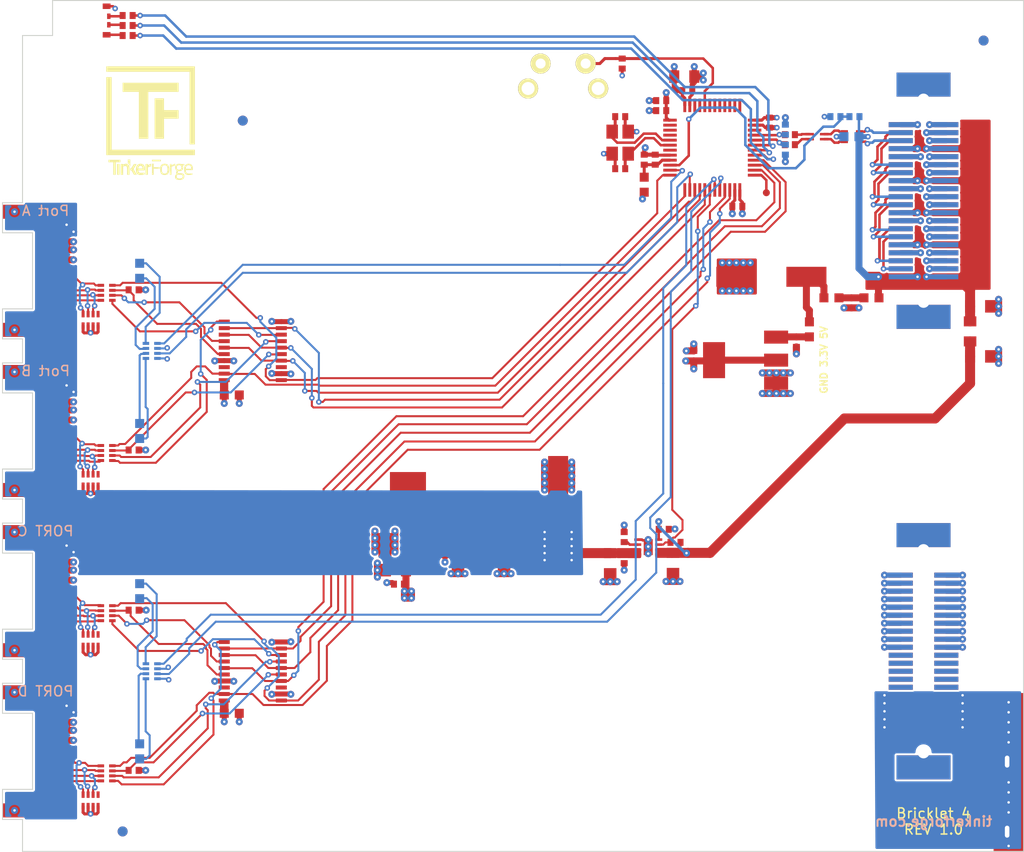
<source format=kicad_pcb>
(kicad_pcb (version 20171130) (host pcbnew 5.1.6-c6e7f7d~86~ubuntu18.04.1)
  (layers (0 F.Cu signal) (1 GND power hide) (2 VCC power hide) (31 B.Cu signal) (34 B.Paste user) (35 F.Paste user) (36 B.SilkS user) (37 F.SilkS user) (38 B.Mask user) (39 F.Mask user) (44 Edge.Cuts user))
  (net 0 "")
  (net 1 GND)
  (net 2 3V3)
  (net 3 "Net-(C102-Pad1)")
  (net 4 "Net-(C108-Pad2)")
  (net 5 "Net-(C109-Pad2)")
  (net 6 +5V)
  (net 7 "Net-(C112-Pad1)")
  (net 8 USB-DP)
  (net 9 USB-DM)
  (net 10 5VA)
  (net 11 "Net-(C117-Pad1)")
  (net 12 Earth)
  (net 13 "Net-(J103-Pad29)")
  (net 14 "Net-(J103-Pad27)")
  (net 15 "Net-(J103-Pad21)")
  (net 16 "Net-(J103-Pad19)")
  (net 17 "Net-(J103-Pad13)")
  (net 18 "Net-(J103-Pad11)")
  (net 19 "Net-(J103-Pad5)")
  (net 20 "Net-(J103-Pad3)")
  (net 21 "Net-(LED101-Pad4)")
  (net 22 "Net-(LED101-Pad2)")
  (net 23 "Net-(LED101-Pad3)")
  (net 24 LEDR)
  (net 25 LEDG)
  (net 26 LEDB)
  (net 27 USB-DMA)
  (net 28 USB-DPA)
  (net 29 USB-DMB)
  (net 30 USB-DPB)
  (net 31 AIN0)
  (net 32 USB-DMC)
  (net 33 USB-DPC)
  (net 34 AGNDA)
  (net 35 VCCPWRA)
  (net 36 "Net-(P102-Pad1)")
  (net 37 "Net-(R101-Pad2)")
  (net 38 B-3V3)
  (net 39 "Net-(C206-Pad2)")
  (net 40 B-5V)
  (net 41 "Net-(CP201-Pad2)")
  (net 42 "Net-(CP201-Pad3)")
  (net 43 "Net-(CP202-Pad2)")
  (net 44 "Net-(CP202-Pad3)")
  (net 45 "Net-(CP203-Pad2)")
  (net 46 "Net-(CP203-Pad3)")
  (net 47 "Net-(CP204-Pad3)")
  (net 48 "Net-(CP204-Pad2)")
  (net 49 "Net-(D201-Pad2)")
  (net 50 "Net-(D201-Pad1)")
  (net 51 "Net-(D202-Pad1)")
  (net 52 "Net-(D202-Pad2)")
  (net 53 "Net-(D203-Pad2)")
  (net 54 "Net-(D203-Pad1)")
  (net 55 "Net-(D204-Pad1)")
  (net 56 "Net-(D204-Pad2)")
  (net 57 "Net-(P201-Pad7)")
  (net 58 "Net-(P202-Pad7)")
  (net 59 "Net-(P203-Pad7)")
  (net 60 "Net-(P204-Pad7)")
  (net 61 "Net-(R201-Pad2)")
  (net 62 "Net-(R202-Pad2)")
  (net 63 "Net-(R203-Pad2)")
  (net 64 "Net-(R204-Pad2)")
  (net 65 B-EN)
  (net 66 "Net-(RP201-Pad5)")
  (net 67 "Net-(RP201-Pad6)")
  (net 68 B0-CS0)
  (net 69 B0-CS1)
  (net 70 "Net-(RP202-Pad6)")
  (net 71 "Net-(RP202-Pad5)")
  (net 72 B1-CS0)
  (net 73 "Net-(RP203-Pad6)")
  (net 74 "Net-(RP203-Pad5)")
  (net 75 "Net-(RP204-Pad5)")
  (net 76 "Net-(RP204-Pad6)")
  (net 77 B1-CS1)
  (net 78 B0-CLK)
  (net 79 B0-MISO)
  (net 80 B0-MOSI)
  (net 81 B1-CLK)
  (net 82 B1-MISO)
  (net 83 B1-MOSI)
  (net 84 "Net-(CP201-Pad4)")
  (net 85 "Net-(CP202-Pad4)")
  (net 86 "Net-(CP203-Pad4)")
  (net 87 "Net-(CP204-Pad4)")
  (net 88 LED-A)
  (net 89 LED-B)
  (net 90 LED-D)
  (net 91 LED-C)
  (net 92 "Net-(C211-Pad2)")
  (net 93 _B-5V)
  (module kicad-libraries:PE_Hook (layer F.Cu) (at 188.3 139.6)
    (fp_text reference P103)
    (fp_text value PE)
    (pad 1 thru_hole oval (at -0.15 -1.075) (size 1 2) (drill oval 0.45 1.2) (layers *.Cu *.Mask) (net 12 Earth))
    (pad 1 thru_hole oval (at -0.15 5.925) (size 1 2) (drill oval 0.45 1.2) (layers *.Cu *.Mask) (net 12 Earth))
    (pad 1 smd rect (at 0 0) (size 3 15.85) (layers F.Cu) (net 12 Earth))
  )
  (module kicad-libraries:LED-RGB-LP (layer F.Cu) (at 98.2 64.5 90)
    (fp_text reference LED101)
    (fp_text value EASV3015RGBA0)
    (pad 3 smd rect (at -0.425 0.22 90) (size 0.55 0.34) (layers F.Cu F.Paste F.Mask) (net 23 "Net-(LED101-Pad3)"))
    (pad 2 smd rect (at 0.425 0.22 90) (size 0.55 0.34) (layers F.Cu F.Paste F.Mask) (net 22 "Net-(LED101-Pad2)"))
    (pad 4 smd rect (at -1.425 0 90) (size 0.55 0.78) (layers F.Cu F.Paste F.Mask) (net 21 "Net-(LED101-Pad4)"))
    (pad 1 smd rect (at 1.425 0 90) (size 0.55 0.78) (layers F.Cu F.Paste F.Mask) (net 2 3V3))
    (pad "" np_thru_hole circle (at 0 -2.4 90) (size 1.5 1.5) (drill 1.5) (layers *.Cu *.Mask))
  )
  (module kicad-libraries:LED-LP (layer B.Cu) (at 101.5 105.5 90)
    (fp_text reference D202)
    (fp_text value LED)
    (pad 1 smd rect (at -0.75 0 90) (size 0.9 0.9) (layers B.Cu B.Paste B.Mask) (net 51 "Net-(D202-Pad1)"))
    (pad 2 smd rect (at 0.75 0 90) (size 0.9 0.9) (layers B.Cu B.Paste B.Mask) (net 52 "Net-(D202-Pad2)"))
    (pad "" np_thru_hole circle (at 0 -1.7 90) (size 1.5 1.5) (drill 1.5) (layers *.Cu *.Mask))
  )
  (module kicad-libraries:Fiducial_Mark (layer B.Cu) (at 99.8 145.5)
    (fp_text reference Fiducial_Mark hide)
    (fp_text value VAL** hide)
    (pad 1 smd circle (at 0 0) (size 1.00076 1.00076) (layers B.Cu B.Paste B.Mask) (clearance 0.65024))
  )
  (module kicad-libraries:Fiducial_Mark (layer B.Cu) (at 185.8 66.5)
    (fp_text reference Fiducial_Mark hide)
    (fp_text value VAL** hide)
    (pad 1 smd circle (at 0 0) (size 1.00076 1.00076) (layers B.Cu B.Paste B.Mask) (clearance 0.65024))
  )
  (module kicad-libraries:Fiducial_Mark (layer B.Cu) (at 111.8 74.5)
    (fp_text reference Fiducial_Mark hide)
    (fp_text value VAL** hide)
    (pad 1 smd circle (at 0 0) (size 1.00076 1.00076) (layers B.Cu B.Paste B.Mask) (clearance 0.65024))
  )
  (module kicad-libraries:Fiducial_Mark (layer F.Cu) (at 175.8 142.5)
    (fp_text reference Fiducial_Mark hide)
    (fp_text value VAL** hide)
    (pad 1 smd circle (at 0 0) (size 1.00076 1.00076) (layers F.Cu F.Paste F.Mask) (clearance 0.65024))
  )
  (module kicad-libraries:Fiducial_Mark (layer F.Cu) (at 111.8 74.5)
    (fp_text reference Fiducial_Mark hide)
    (fp_text value VAL** hide)
    (pad 1 smd circle (at 0 0) (size 1.00076 1.00076) (layers F.Cu F.Paste F.Mask) (clearance 0.65024))
  )
  (module kicad-libraries:Fiducial_Mark (layer F.Cu) (at 99.8 145.5)
    (fp_text reference Fiducial_Mark hide)
    (fp_text value VAL** hide)
    (pad 1 smd circle (at 0 0) (size 1.00076 1.00076) (layers F.Cu F.Paste F.Mask) (clearance 0.65024))
  )
  (module kicad-libraries:Fiducial_Mark (layer F.Cu) (at 185.8 66.5)
    (fp_text reference Fiducial_Mark hide)
    (fp_text value VAL** hide)
    (pad 1 smd circle (at 0 0) (size 1.00076 1.00076) (layers F.Cu F.Paste F.Mask) (clearance 0.65024))
  )
  (module C0402F (layer F.Cu) (at 156.85 98 90)
    (fp_text reference C116)
    (fp_text value 1uF)
    (pad 2 smd rect (at 0.5 0 90) (size 0.6 0.7) (layers F.Cu F.Paste F.Mask) (net 1 GND))
    (pad 1 smd rect (at -0.5 0 90) (size 0.6 0.7) (layers F.Cu F.Paste F.Mask) (net 2 3V3))
  )
  (module kicad-libraries:SOT-223 (layer F.Cu) (at 161.975 98.425 90)
    (fp_text reference U102)
    (fp_text value AZ1117EH)
    (pad 2 smd rect (at 0 -3.0988 90) (size 3.59918 2.19964) (layers F.Cu F.Paste F.Mask) (net 2 3V3))
    (pad 3 smd rect (at 2.30124 3.0988 90) (size 1.30048 2.4003) (layers F.Cu F.Paste F.Mask) (net 11 "Net-(C117-Pad1)"))
    (pad 2 smd rect (at 0 3.0988 90) (size 1.30048 2.4003) (layers F.Cu F.Paste F.Mask) (net 2 3V3))
    (pad 1 smd rect (at -2.30124 3.0988 90) (size 1.30048 2.4003) (layers F.Cu F.Paste F.Mask) (net 1 GND))
  )
  (module C0805 (layer F.Cu) (at 155.9 70.1)
    (fp_text reference C110)
    (fp_text value 10uF)
    (pad 1 smd rect (at -1.00076 0) (size 1.00076 1.24968) (layers F.Cu F.Paste F.Mask) (net 2 3V3) (clearance 0.14986))
    (pad 2 smd rect (at 1.00076 0) (size 1.00076 1.24968) (layers F.Cu F.Paste F.Mask) (net 1 GND) (clearance 0.14986))
  )
  (module kicad-libraries:ELKO_83 (layer F.Cu) (at 164.6 90.1)
    (fp_text reference C111)
    (fp_text value TBD)
    (pad 2 smd rect (at -3.50012 0) (size 4.0005 1.99898) (layers F.Cu F.Paste F.Mask) (net 1 GND))
    (pad 1 smd rect (at 3.50012 0) (size 4.0005 1.99898) (layers F.Cu F.Paste F.Mask) (net 6 +5V))
  )
  (module C0603F (layer B.Cu) (at 172.6 76.1 180)
    (fp_text reference C115)
    (fp_text value 2.2uF)
    (pad 2 smd rect (at 0.75 0 180) (size 0.9 0.9) (layers B.Cu B.Paste B.Mask) (net 1 GND))
    (pad 1 smd rect (at -0.75 0 180) (size 0.9 0.9) (layers B.Cu B.Paste B.Mask) (net 10 5VA))
  )
  (module C0402F (layer F.Cu) (at 167.1 96.6 270)
    (fp_text reference C117)
    (fp_text value 1uF)
    (pad 1 smd rect (at -0.5 0 270) (size 0.6 0.7) (layers F.Cu F.Paste F.Mask) (net 11 "Net-(C117-Pad1)"))
    (pad 2 smd rect (at 0.5 0 270) (size 0.6 0.7) (layers F.Cu F.Paste F.Mask) (net 1 GND))
  )
  (module TNG-40-TOP (layer F.Cu) (at 179.8 127.5 270)
    (fp_text reference J101)
    (fp_text value TNG-Power-TOP)
    (pad MNT smd rect (at -11.6 0 270) (size 2.4 5.4) (layers F.Cu F.Paste F.Mask))
    (pad MNT smd rect (at 11.6 0 270) (size 2.4 5.4) (layers F.Cu F.Paste F.Mask))
    (pad "" np_thru_hole circle (at -10.1 0 270) (size 0.8 0.8) (drill 0.8) (layers *.Cu *.Mask))
    (pad "" np_thru_hole circle (at 10.1 0 270) (size 1.2 1.2) (drill 1.2) (layers *.Cu *.Mask))
    (pad 2 smd rect (at -7.6 -2.275 270) (size 0.5 2.4) (layers F.Cu F.Paste F.Mask) (net 34 AGNDA))
    (pad 4 smd rect (at -6.8 -2.275 270) (size 0.5 2.4) (layers F.Cu F.Paste F.Mask) (net 34 AGNDA))
    (pad 6 smd rect (at -6 -2.275 270) (size 0.5 2.4) (layers F.Cu F.Paste F.Mask) (net 34 AGNDA))
    (pad 8 smd rect (at -5.2 -2.275 270) (size 0.5 2.4) (layers F.Cu F.Paste F.Mask) (net 34 AGNDA))
    (pad 10 smd rect (at -4.4 -2.275 270) (size 0.5 2.4) (layers F.Cu F.Paste F.Mask) (net 34 AGNDA))
    (pad 12 smd rect (at -3.6 -2.275 270) (size 0.5 2.4) (layers F.Cu F.Paste F.Mask) (net 34 AGNDA))
    (pad 14 smd rect (at -2.8 -2.275 270) (size 0.5 2.4) (layers F.Cu F.Paste F.Mask) (net 34 AGNDA))
    (pad 16 smd rect (at -2 -2.275 270) (size 0.5 2.4) (layers F.Cu F.Paste F.Mask) (net 34 AGNDA))
    (pad 18 smd rect (at -1.2 -2.275 270) (size 0.5 2.4) (layers F.Cu F.Paste F.Mask) (net 34 AGNDA))
    (pad 20 smd rect (at -0.4 -2.275 270) (size 0.5 2.4) (layers F.Cu F.Paste F.Mask) (net 34 AGNDA))
    (pad 22 smd rect (at 0.4 -2.275 270) (size 0.5 2.4) (layers F.Cu F.Paste F.Mask))
    (pad 24 smd rect (at 1.2 -2.275 270) (size 0.5 2.4) (layers F.Cu F.Paste F.Mask))
    (pad 26 smd rect (at 2 -2.275 270) (size 0.5 2.4) (layers F.Cu F.Paste F.Mask))
    (pad 28 smd rect (at 2.8 -2.275 270) (size 0.5 2.4) (layers F.Cu F.Paste F.Mask))
    (pad 30 smd rect (at 3.6 -2.275 270) (size 0.5 2.4) (layers F.Cu F.Paste F.Mask))
    (pad 32 smd rect (at 4.4 -2.275 270) (size 0.5 2.4) (layers F.Cu F.Paste F.Mask) (net 12 Earth))
    (pad 34 smd rect (at 5.2 -2.275 270) (size 0.5 2.4) (layers F.Cu F.Paste F.Mask) (net 12 Earth))
    (pad 36 smd rect (at 6 -2.275 270) (size 0.5 2.4) (layers F.Cu F.Paste F.Mask) (net 12 Earth))
    (pad 38 smd rect (at 6.8 -2.275 270) (size 0.5 2.4) (layers F.Cu F.Paste F.Mask) (net 12 Earth))
    (pad 40 smd rect (at 7.6 -2.275 270) (size 0.5 2.4) (layers F.Cu F.Paste F.Mask) (net 12 Earth))
    (pad 1 smd rect (at -7.6 2.275 270) (size 0.5 2.4) (layers F.Cu F.Paste F.Mask) (net 35 VCCPWRA))
    (pad 3 smd rect (at -6.8 2.275 270) (size 0.5 2.4) (layers F.Cu F.Paste F.Mask) (net 35 VCCPWRA))
    (pad 5 smd rect (at -6 2.275 270) (size 0.5 2.4) (layers F.Cu F.Paste F.Mask) (net 35 VCCPWRA))
    (pad 7 smd rect (at -5.2 2.275 270) (size 0.5 2.4) (layers F.Cu F.Paste F.Mask) (net 35 VCCPWRA))
    (pad 9 smd rect (at -4.4 2.275 270) (size 0.5 2.4) (layers F.Cu F.Paste F.Mask) (net 35 VCCPWRA))
    (pad 11 smd rect (at -3.6 2.275 270) (size 0.5 2.4) (layers F.Cu F.Paste F.Mask) (net 35 VCCPWRA))
    (pad 13 smd rect (at -2.8 2.275 270) (size 0.5 2.4) (layers F.Cu F.Paste F.Mask) (net 35 VCCPWRA))
    (pad 15 smd rect (at -2 2.275 270) (size 0.5 2.4) (layers F.Cu F.Paste F.Mask) (net 35 VCCPWRA))
    (pad 17 smd rect (at -1.2 2.275 270) (size 0.5 2.4) (layers F.Cu F.Paste F.Mask) (net 35 VCCPWRA))
    (pad 19 smd rect (at -0.4 2.275 270) (size 0.5 2.4) (layers F.Cu F.Paste F.Mask) (net 35 VCCPWRA))
    (pad 21 smd rect (at 0.4 2.275 270) (size 0.5 2.4) (layers F.Cu F.Paste F.Mask))
    (pad 23 smd rect (at 1.2 2.275 270) (size 0.5 2.4) (layers F.Cu F.Paste F.Mask))
    (pad 25 smd rect (at 2 2.275 270) (size 0.5 2.4) (layers F.Cu F.Paste F.Mask))
    (pad 27 smd rect (at 2.8 2.275 270) (size 0.5 2.4) (layers F.Cu F.Paste F.Mask))
    (pad 29 smd rect (at 3.6 2.275 270) (size 0.5 2.4) (layers F.Cu F.Paste F.Mask))
    (pad 31 smd rect (at 4.4 2.275 270) (size 0.5 2.4) (layers F.Cu F.Paste F.Mask) (net 12 Earth))
    (pad 33 smd rect (at 5.2 2.275 270) (size 0.5 2.4) (layers F.Cu F.Paste F.Mask) (net 12 Earth))
    (pad 35 smd rect (at 6 2.275 270) (size 0.5 2.4) (layers F.Cu F.Paste F.Mask) (net 12 Earth))
    (pad 37 smd rect (at 6.8 2.275 270) (size 0.5 2.4) (layers F.Cu F.Paste F.Mask) (net 12 Earth))
    (pad 39 smd rect (at 7.6 2.275 270) (size 0.5 2.4) (layers F.Cu F.Paste F.Mask) (net 12 Earth))
  )
  (module TNG-40-BTM (layer B.Cu) (at 179.8 127.5 270)
    (fp_text reference J102)
    (fp_text value TNG-Power-BTM)
    (pad MNT smd rect (at -11.6 0 270) (size 2.4 5.4) (layers B.Cu B.Paste B.Mask))
    (pad MNT smd rect (at 11.6 0 270) (size 2.4 5.4) (layers B.Cu B.Paste B.Mask))
    (pad "" np_thru_hole circle (at -10.1 0 270) (size 1.2 1.2) (drill 1.2) (layers *.Cu *.Mask))
    (pad "" np_thru_hole circle (at 10.1 0 270) (size 0.8 0.8) (drill 0.8) (layers *.Cu *.Mask))
    (pad 2 smd rect (at -7.6 2.275 270) (size 0.5 2.4) (layers B.Cu B.Paste B.Mask) (net 35 VCCPWRA))
    (pad 4 smd rect (at -6.8 2.275 270) (size 0.5 2.4) (layers B.Cu B.Paste B.Mask) (net 35 VCCPWRA))
    (pad 6 smd rect (at -6 2.275 270) (size 0.5 2.4) (layers B.Cu B.Paste B.Mask) (net 35 VCCPWRA))
    (pad 8 smd rect (at -5.2 2.275 270) (size 0.5 2.4) (layers B.Cu B.Paste B.Mask) (net 35 VCCPWRA))
    (pad 10 smd rect (at -4.4 2.275 270) (size 0.5 2.4) (layers B.Cu B.Paste B.Mask) (net 35 VCCPWRA))
    (pad 12 smd rect (at -3.6 2.275 270) (size 0.5 2.4) (layers B.Cu B.Paste B.Mask) (net 35 VCCPWRA))
    (pad 14 smd rect (at -2.8 2.275 270) (size 0.5 2.4) (layers B.Cu B.Paste B.Mask) (net 35 VCCPWRA))
    (pad 16 smd rect (at -2 2.275 270) (size 0.5 2.4) (layers B.Cu B.Paste B.Mask) (net 35 VCCPWRA))
    (pad 18 smd rect (at -1.2 2.275 270) (size 0.5 2.4) (layers B.Cu B.Paste B.Mask) (net 35 VCCPWRA))
    (pad 20 smd rect (at -0.4 2.275 270) (size 0.5 2.4) (layers B.Cu B.Paste B.Mask) (net 35 VCCPWRA))
    (pad 22 smd rect (at 0.4 2.275 270) (size 0.5 2.4) (layers B.Cu B.Paste B.Mask))
    (pad 24 smd rect (at 1.2 2.275 270) (size 0.5 2.4) (layers B.Cu B.Paste B.Mask))
    (pad 26 smd rect (at 2 2.275 270) (size 0.5 2.4) (layers B.Cu B.Paste B.Mask))
    (pad 28 smd rect (at 2.8 2.275 270) (size 0.5 2.4) (layers B.Cu B.Paste B.Mask))
    (pad 30 smd rect (at 3.6 2.275 270) (size 0.5 2.4) (layers B.Cu B.Paste B.Mask))
    (pad 32 smd rect (at 4.4 2.275 270) (size 0.5 2.4) (layers B.Cu B.Paste B.Mask) (net 12 Earth))
    (pad 34 smd rect (at 5.2 2.275 270) (size 0.5 2.4) (layers B.Cu B.Paste B.Mask) (net 12 Earth))
    (pad 36 smd rect (at 6 2.275 270) (size 0.5 2.4) (layers B.Cu B.Paste B.Mask) (net 12 Earth))
    (pad 38 smd rect (at 6.8 2.275 270) (size 0.5 2.4) (layers B.Cu B.Paste B.Mask) (net 12 Earth))
    (pad 40 smd rect (at 7.6 2.275 270) (size 0.5 2.4) (layers B.Cu B.Paste B.Mask) (net 12 Earth))
    (pad 1 smd rect (at -7.6 -2.275 270) (size 0.5 2.4) (layers B.Cu B.Paste B.Mask) (net 34 AGNDA))
    (pad 3 smd rect (at -6.8 -2.275 270) (size 0.5 2.4) (layers B.Cu B.Paste B.Mask) (net 34 AGNDA))
    (pad 5 smd rect (at -6 -2.275 270) (size 0.5 2.4) (layers B.Cu B.Paste B.Mask) (net 34 AGNDA))
    (pad 7 smd rect (at -5.2 -2.275 270) (size 0.5 2.4) (layers B.Cu B.Paste B.Mask) (net 34 AGNDA))
    (pad 9 smd rect (at -4.4 -2.275 270) (size 0.5 2.4) (layers B.Cu B.Paste B.Mask) (net 34 AGNDA))
    (pad 11 smd rect (at -3.6 -2.275 270) (size 0.5 2.4) (layers B.Cu B.Paste B.Mask) (net 34 AGNDA))
    (pad 13 smd rect (at -2.8 -2.275 270) (size 0.5 2.4) (layers B.Cu B.Paste B.Mask) (net 34 AGNDA))
    (pad 15 smd rect (at -2 -2.275 270) (size 0.5 2.4) (layers B.Cu B.Paste B.Mask) (net 34 AGNDA))
    (pad 17 smd rect (at -1.2 -2.275 270) (size 0.5 2.4) (layers B.Cu B.Paste B.Mask) (net 34 AGNDA))
    (pad 19 smd rect (at -0.4 -2.275 270) (size 0.5 2.4) (layers B.Cu B.Paste B.Mask) (net 34 AGNDA))
    (pad 21 smd rect (at 0.4 -2.275 270) (size 0.5 2.4) (layers B.Cu B.Paste B.Mask))
    (pad 23 smd rect (at 1.2 -2.275 270) (size 0.5 2.4) (layers B.Cu B.Paste B.Mask))
    (pad 25 smd rect (at 2 -2.275 270) (size 0.5 2.4) (layers B.Cu B.Paste B.Mask))
    (pad 27 smd rect (at 2.8 -2.275 270) (size 0.5 2.4) (layers B.Cu B.Paste B.Mask))
    (pad 29 smd rect (at 3.6 -2.275 270) (size 0.5 2.4) (layers B.Cu B.Paste B.Mask))
    (pad 31 smd rect (at 4.4 -2.275 270) (size 0.5 2.4) (layers B.Cu B.Paste B.Mask) (net 12 Earth))
    (pad 33 smd rect (at 5.2 -2.275 270) (size 0.5 2.4) (layers B.Cu B.Paste B.Mask) (net 12 Earth))
    (pad 35 smd rect (at 6 -2.275 270) (size 0.5 2.4) (layers B.Cu B.Paste B.Mask) (net 12 Earth))
    (pad 37 smd rect (at 6.8 -2.275 270) (size 0.5 2.4) (layers B.Cu B.Paste B.Mask) (net 12 Earth))
    (pad 39 smd rect (at 7.6 -2.275 270) (size 0.5 2.4) (layers B.Cu B.Paste B.Mask) (net 12 Earth))
  )
  (module TNG-40-TOP (layer F.Cu) (at 179.8 82.5 270)
    (fp_text reference J103)
    (fp_text value TNG-Data-TOP)
    (pad 39 smd rect (at 7.6 2.275 270) (size 0.5 2.4) (layers F.Cu F.Paste F.Mask) (net 10 5VA))
    (pad 37 smd rect (at 6.8 2.275 270) (size 0.5 2.4) (layers F.Cu F.Paste F.Mask))
    (pad 35 smd rect (at 6 2.275 270) (size 0.5 2.4) (layers F.Cu F.Paste F.Mask))
    (pad 33 smd rect (at 5.2 2.275 270) (size 0.5 2.4) (layers F.Cu F.Paste F.Mask) (net 1 GND))
    (pad 31 smd rect (at 4.4 2.275 270) (size 0.5 2.4) (layers F.Cu F.Paste F.Mask) (net 10 5VA))
    (pad 29 smd rect (at 3.6 2.275 270) (size 0.5 2.4) (layers F.Cu F.Paste F.Mask) (net 13 "Net-(J103-Pad29)"))
    (pad 27 smd rect (at 2.8 2.275 270) (size 0.5 2.4) (layers F.Cu F.Paste F.Mask) (net 14 "Net-(J103-Pad27)"))
    (pad 25 smd rect (at 2 2.275 270) (size 0.5 2.4) (layers F.Cu F.Paste F.Mask) (net 1 GND))
    (pad 23 smd rect (at 1.2 2.275 270) (size 0.5 2.4) (layers F.Cu F.Paste F.Mask) (net 10 5VA))
    (pad 21 smd rect (at 0.4 2.275 270) (size 0.5 2.4) (layers F.Cu F.Paste F.Mask) (net 15 "Net-(J103-Pad21)"))
    (pad 19 smd rect (at -0.4 2.275 270) (size 0.5 2.4) (layers F.Cu F.Paste F.Mask) (net 16 "Net-(J103-Pad19)"))
    (pad 17 smd rect (at -1.2 2.275 270) (size 0.5 2.4) (layers F.Cu F.Paste F.Mask) (net 1 GND))
    (pad 15 smd rect (at -2 2.275 270) (size 0.5 2.4) (layers F.Cu F.Paste F.Mask) (net 10 5VA))
    (pad 13 smd rect (at -2.8 2.275 270) (size 0.5 2.4) (layers F.Cu F.Paste F.Mask) (net 17 "Net-(J103-Pad13)"))
    (pad 11 smd rect (at -3.6 2.275 270) (size 0.5 2.4) (layers F.Cu F.Paste F.Mask) (net 18 "Net-(J103-Pad11)"))
    (pad 9 smd rect (at -4.4 2.275 270) (size 0.5 2.4) (layers F.Cu F.Paste F.Mask) (net 1 GND))
    (pad 7 smd rect (at -5.2 2.275 270) (size 0.5 2.4) (layers F.Cu F.Paste F.Mask) (net 10 5VA))
    (pad 5 smd rect (at -6 2.275 270) (size 0.5 2.4) (layers F.Cu F.Paste F.Mask) (net 19 "Net-(J103-Pad5)"))
    (pad 3 smd rect (at -6.8 2.275 270) (size 0.5 2.4) (layers F.Cu F.Paste F.Mask) (net 20 "Net-(J103-Pad3)"))
    (pad 1 smd rect (at -7.6 2.275 270) (size 0.5 2.4) (layers F.Cu F.Paste F.Mask) (net 1 GND))
    (pad 40 smd rect (at 7.6 -2.275 270) (size 0.5 2.4) (layers F.Cu F.Paste F.Mask) (net 10 5VA))
    (pad 38 smd rect (at 6.8 -2.275 270) (size 0.5 2.4) (layers F.Cu F.Paste F.Mask) (net 1 GND))
    (pad 36 smd rect (at 6 -2.275 270) (size 0.5 2.4) (layers F.Cu F.Paste F.Mask) (net 1 GND))
    (pad 34 smd rect (at 5.2 -2.275 270) (size 0.5 2.4) (layers F.Cu F.Paste F.Mask) (net 1 GND))
    (pad 32 smd rect (at 4.4 -2.275 270) (size 0.5 2.4) (layers F.Cu F.Paste F.Mask) (net 10 5VA))
    (pad 30 smd rect (at 3.6 -2.275 270) (size 0.5 2.4) (layers F.Cu F.Paste F.Mask) (net 1 GND))
    (pad 28 smd rect (at 2.8 -2.275 270) (size 0.5 2.4) (layers F.Cu F.Paste F.Mask) (net 1 GND))
    (pad 26 smd rect (at 2 -2.275 270) (size 0.5 2.4) (layers F.Cu F.Paste F.Mask) (net 1 GND))
    (pad 24 smd rect (at 1.2 -2.275 270) (size 0.5 2.4) (layers F.Cu F.Paste F.Mask) (net 10 5VA))
    (pad 22 smd rect (at 0.4 -2.275 270) (size 0.5 2.4) (layers F.Cu F.Paste F.Mask) (net 1 GND))
    (pad 20 smd rect (at -0.4 -2.275 270) (size 0.5 2.4) (layers F.Cu F.Paste F.Mask) (net 1 GND))
    (pad 18 smd rect (at -1.2 -2.275 270) (size 0.5 2.4) (layers F.Cu F.Paste F.Mask) (net 1 GND))
    (pad 16 smd rect (at -2 -2.275 270) (size 0.5 2.4) (layers F.Cu F.Paste F.Mask) (net 10 5VA))
    (pad 14 smd rect (at -2.8 -2.275 270) (size 0.5 2.4) (layers F.Cu F.Paste F.Mask) (net 1 GND))
    (pad 12 smd rect (at -3.6 -2.275 270) (size 0.5 2.4) (layers F.Cu F.Paste F.Mask) (net 1 GND))
    (pad 10 smd rect (at -4.4 -2.275 270) (size 0.5 2.4) (layers F.Cu F.Paste F.Mask) (net 1 GND))
    (pad 8 smd rect (at -5.2 -2.275 270) (size 0.5 2.4) (layers F.Cu F.Paste F.Mask) (net 10 5VA))
    (pad 6 smd rect (at -6 -2.275 270) (size 0.5 2.4) (layers F.Cu F.Paste F.Mask) (net 1 GND))
    (pad 4 smd rect (at -6.8 -2.275 270) (size 0.5 2.4) (layers F.Cu F.Paste F.Mask) (net 1 GND))
    (pad 2 smd rect (at -7.6 -2.275 270) (size 0.5 2.4) (layers F.Cu F.Paste F.Mask) (net 1 GND))
    (pad "" np_thru_hole circle (at 10.1 0 270) (size 1.2 1.2) (drill 1.2) (layers *.Cu *.Mask))
    (pad "" np_thru_hole circle (at -10.1 0 270) (size 0.8 0.8) (drill 0.8) (layers *.Cu *.Mask))
    (pad MNT smd rect (at 11.6 0 270) (size 2.4 5.4) (layers F.Cu F.Paste F.Mask))
    (pad MNT smd rect (at -11.6 0 270) (size 2.4 5.4) (layers F.Cu F.Paste F.Mask))
  )
  (module TNG-40-BTM (layer B.Cu) (at 179.8 82.5 270)
    (fp_text reference J104)
    (fp_text value TNG-Data-BTM)
    (pad 39 smd rect (at 7.6 -2.275 270) (size 0.5 2.4) (layers B.Cu B.Paste B.Mask) (net 10 5VA))
    (pad 37 smd rect (at 6.8 -2.275 270) (size 0.5 2.4) (layers B.Cu B.Paste B.Mask) (net 1 GND))
    (pad 35 smd rect (at 6 -2.275 270) (size 0.5 2.4) (layers B.Cu B.Paste B.Mask) (net 1 GND))
    (pad 33 smd rect (at 5.2 -2.275 270) (size 0.5 2.4) (layers B.Cu B.Paste B.Mask) (net 1 GND))
    (pad 31 smd rect (at 4.4 -2.275 270) (size 0.5 2.4) (layers B.Cu B.Paste B.Mask) (net 10 5VA))
    (pad 29 smd rect (at 3.6 -2.275 270) (size 0.5 2.4) (layers B.Cu B.Paste B.Mask) (net 1 GND))
    (pad 27 smd rect (at 2.8 -2.275 270) (size 0.5 2.4) (layers B.Cu B.Paste B.Mask) (net 1 GND))
    (pad 25 smd rect (at 2 -2.275 270) (size 0.5 2.4) (layers B.Cu B.Paste B.Mask) (net 1 GND))
    (pad 23 smd rect (at 1.2 -2.275 270) (size 0.5 2.4) (layers B.Cu B.Paste B.Mask) (net 10 5VA))
    (pad 21 smd rect (at 0.4 -2.275 270) (size 0.5 2.4) (layers B.Cu B.Paste B.Mask) (net 1 GND))
    (pad 19 smd rect (at -0.4 -2.275 270) (size 0.5 2.4) (layers B.Cu B.Paste B.Mask) (net 1 GND))
    (pad 17 smd rect (at -1.2 -2.275 270) (size 0.5 2.4) (layers B.Cu B.Paste B.Mask) (net 1 GND))
    (pad 15 smd rect (at -2 -2.275 270) (size 0.5 2.4) (layers B.Cu B.Paste B.Mask) (net 10 5VA))
    (pad 13 smd rect (at -2.8 -2.275 270) (size 0.5 2.4) (layers B.Cu B.Paste B.Mask) (net 1 GND))
    (pad 11 smd rect (at -3.6 -2.275 270) (size 0.5 2.4) (layers B.Cu B.Paste B.Mask) (net 1 GND))
    (pad 9 smd rect (at -4.4 -2.275 270) (size 0.5 2.4) (layers B.Cu B.Paste B.Mask) (net 1 GND))
    (pad 7 smd rect (at -5.2 -2.275 270) (size 0.5 2.4) (layers B.Cu B.Paste B.Mask) (net 10 5VA))
    (pad 5 smd rect (at -6 -2.275 270) (size 0.5 2.4) (layers B.Cu B.Paste B.Mask) (net 1 GND))
    (pad 3 smd rect (at -6.8 -2.275 270) (size 0.5 2.4) (layers B.Cu B.Paste B.Mask) (net 1 GND))
    (pad 1 smd rect (at -7.6 -2.275 270) (size 0.5 2.4) (layers B.Cu B.Paste B.Mask) (net 1 GND))
    (pad 40 smd rect (at 7.6 2.275 270) (size 0.5 2.4) (layers B.Cu B.Paste B.Mask) (net 10 5VA))
    (pad 38 smd rect (at 6.8 2.275 270) (size 0.5 2.4) (layers B.Cu B.Paste B.Mask) (net 13 "Net-(J103-Pad29)"))
    (pad 36 smd rect (at 6 2.275 270) (size 0.5 2.4) (layers B.Cu B.Paste B.Mask) (net 14 "Net-(J103-Pad27)"))
    (pad 34 smd rect (at 5.2 2.275 270) (size 0.5 2.4) (layers B.Cu B.Paste B.Mask) (net 1 GND))
    (pad 32 smd rect (at 4.4 2.275 270) (size 0.5 2.4) (layers B.Cu B.Paste B.Mask) (net 10 5VA))
    (pad 30 smd rect (at 3.6 2.275 270) (size 0.5 2.4) (layers B.Cu B.Paste B.Mask) (net 15 "Net-(J103-Pad21)"))
    (pad 28 smd rect (at 2.8 2.275 270) (size 0.5 2.4) (layers B.Cu B.Paste B.Mask) (net 16 "Net-(J103-Pad19)"))
    (pad 26 smd rect (at 2 2.275 270) (size 0.5 2.4) (layers B.Cu B.Paste B.Mask) (net 1 GND))
    (pad 24 smd rect (at 1.2 2.275 270) (size 0.5 2.4) (layers B.Cu B.Paste B.Mask) (net 10 5VA))
    (pad 22 smd rect (at 0.4 2.275 270) (size 0.5 2.4) (layers B.Cu B.Paste B.Mask) (net 17 "Net-(J103-Pad13)"))
    (pad 20 smd rect (at -0.4 2.275 270) (size 0.5 2.4) (layers B.Cu B.Paste B.Mask) (net 18 "Net-(J103-Pad11)"))
    (pad 18 smd rect (at -1.2 2.275 270) (size 0.5 2.4) (layers B.Cu B.Paste B.Mask) (net 1 GND))
    (pad 16 smd rect (at -2 2.275 270) (size 0.5 2.4) (layers B.Cu B.Paste B.Mask) (net 10 5VA))
    (pad 14 smd rect (at -2.8 2.275 270) (size 0.5 2.4) (layers B.Cu B.Paste B.Mask) (net 19 "Net-(J103-Pad5)"))
    (pad 12 smd rect (at -3.6 2.275 270) (size 0.5 2.4) (layers B.Cu B.Paste B.Mask) (net 20 "Net-(J103-Pad3)"))
    (pad 10 smd rect (at -4.4 2.275 270) (size 0.5 2.4) (layers B.Cu B.Paste B.Mask) (net 1 GND))
    (pad 8 smd rect (at -5.2 2.275 270) (size 0.5 2.4) (layers B.Cu B.Paste B.Mask) (net 10 5VA))
    (pad 6 smd rect (at -6 2.275 270) (size 0.5 2.4) (layers B.Cu B.Paste B.Mask) (net 27 USB-DMA))
    (pad 4 smd rect (at -6.8 2.275 270) (size 0.5 2.4) (layers B.Cu B.Paste B.Mask) (net 28 USB-DPA))
    (pad 2 smd rect (at -7.6 2.275 270) (size 0.5 2.4) (layers B.Cu B.Paste B.Mask) (net 1 GND))
    (pad "" np_thru_hole circle (at 10.1 0 270) (size 0.8 0.8) (drill 0.8) (layers *.Cu *.Mask))
    (pad "" np_thru_hole circle (at -10.1 0 270) (size 1.2 1.2) (drill 1.2) (layers *.Cu *.Mask))
    (pad MNT smd rect (at 11.6 0 270) (size 2.4 5.4) (layers B.Cu B.Paste B.Mask))
    (pad MNT smd rect (at -11.6 0 270) (size 2.4 5.4) (layers B.Cu B.Paste B.Mask))
  )
  (module R0603F (layer F.Cu) (at 151.9 80.9 90)
    (fp_text reference L101)
    (fp_text value FB)
    (pad 1 smd rect (at -0.75 0 90) (size 0.9 0.9) (layers F.Cu F.Paste F.Mask) (net 2 3V3))
    (pad 2 smd rect (at 0.75 0 90) (size 0.9 0.9) (layers F.Cu F.Paste F.Mask) (net 3 "Net-(C102-Pad1)"))
  )
  (module R0603F (layer F.Cu) (at 168.4 95.35 270)
    (fp_text reference L102)
    (fp_text value INDUCTs)
    (pad 1 smd rect (at -0.75 0 270) (size 0.9 0.9) (layers F.Cu F.Paste F.Mask) (net 6 +5V))
    (pad 2 smd rect (at 0.75 0 270) (size 0.9 0.9) (layers F.Cu F.Paste F.Mask) (net 11 "Net-(C117-Pad1)"))
  )
  (module R0603F (layer F.Cu) (at 170.6 92.2 180)
    (fp_text reference L103)
    (fp_text value INDUCTs)
    (pad 1 smd rect (at -0.75 0 180) (size 0.9 0.9) (layers F.Cu F.Paste F.Mask) (net 7 "Net-(C112-Pad1)"))
    (pad 2 smd rect (at 0.75 0 180) (size 0.9 0.9) (layers F.Cu F.Paste F.Mask) (net 6 +5V))
  )
  (module R0603F (layer F.Cu) (at 174.6 92.2 180)
    (fp_text reference L104)
    (fp_text value INDUCTs)
    (pad 2 smd rect (at 0.75 0 180) (size 0.9 0.9) (layers F.Cu F.Paste F.Mask) (net 7 "Net-(C112-Pad1)"))
    (pad 1 smd rect (at -0.75 0 180) (size 0.9 0.9) (layers F.Cu F.Paste F.Mask) (net 10 5VA))
  )
  (module WE-CNSW-0603 (layer F.Cu) (at 169.15 76.1 180)
    (fp_text reference L105)
    (fp_text value 744230900)
    (pad 1 smd rect (at -0.725 -0.25 180) (size 0.85 0.25) (layers F.Cu F.Paste F.Mask) (net 29 USB-DMB))
    (pad 2 smd rect (at 0.725 -0.25 180) (size 0.85 0.25) (layers F.Cu F.Paste F.Mask) (net 32 USB-DMC))
    (pad 3 smd rect (at 0.725 0.25 180) (size 0.85 0.25) (layers F.Cu F.Paste F.Mask) (net 33 USB-DPC))
    (pad 4 smd rect (at -0.725 0.25 180) (size 0.85 0.25) (layers F.Cu F.Paste F.Mask) (net 30 USB-DPB))
  )
  (module kicad-libraries:LQFP48 (layer F.Cu) (at 158.7 77.2 270)
    (fp_text reference U101)
    (fp_text value STM32F070CBT6)
    (pad 1 smd rect (at -2.74828 4.22402 90) (size 0.28956 1.34874) (layers F.Cu F.Paste F.Mask) (net 2 3V3))
    (pad 2 smd rect (at -2.2479 4.22402 90) (size 0.28956 1.34874) (layers F.Cu F.Paste F.Mask))
    (pad 3 smd rect (at -1.74752 4.22402 90) (size 0.28956 1.34874) (layers F.Cu F.Paste F.Mask))
    (pad 4 smd rect (at -1.24968 4.22402 90) (size 0.28956 1.34874) (layers F.Cu F.Paste F.Mask))
    (pad 5 smd rect (at -0.7493 4.22402 90) (size 0.28956 1.34874) (layers F.Cu F.Paste F.Mask) (net 4 "Net-(C108-Pad2)"))
    (pad 6 smd rect (at -0.24892 4.22402 90) (size 0.28956 1.34874) (layers F.Cu F.Paste F.Mask) (net 5 "Net-(C109-Pad2)"))
    (pad 7 smd rect (at 0.24892 4.22402 90) (size 0.28956 1.34874) (layers F.Cu F.Paste F.Mask))
    (pad 8 smd rect (at 0.7493 4.22402 90) (size 0.28956 1.34874) (layers F.Cu F.Paste F.Mask) (net 1 GND))
    (pad 9 smd rect (at 1.24968 4.22402 90) (size 0.28956 1.34874) (layers F.Cu F.Paste F.Mask) (net 3 "Net-(C102-Pad1)"))
    (pad 10 smd rect (at 1.74752 4.22402 90) (size 0.28956 1.34874) (layers F.Cu F.Paste F.Mask) (net 31 AIN0))
    (pad 11 smd rect (at 2.2479 4.22402 90) (size 0.28956 1.34874) (layers F.Cu F.Paste F.Mask) (net 88 LED-A))
    (pad 12 smd rect (at 2.74828 4.22402 90) (size 0.28956 1.34874) (layers F.Cu F.Paste F.Mask) (net 68 B0-CS0))
    (pad 13 smd rect (at 4.22402 2.74828 180) (size 0.28956 1.34874) (layers F.Cu F.Paste F.Mask) (net 69 B0-CS1))
    (pad 14 smd rect (at 4.22402 2.2479 180) (size 0.28956 1.34874) (layers F.Cu F.Paste F.Mask) (net 89 LED-B))
    (pad 15 smd rect (at 4.22402 1.74752 180) (size 0.28956 1.34874) (layers F.Cu F.Paste F.Mask) (net 78 B0-CLK))
    (pad 16 smd rect (at 4.22402 1.24968 180) (size 0.28956 1.34874) (layers F.Cu F.Paste F.Mask) (net 79 B0-MISO))
    (pad 17 smd rect (at 4.22402 0.7493 180) (size 0.28956 1.34874) (layers F.Cu F.Paste F.Mask) (net 80 B0-MOSI))
    (pad 18 smd rect (at 4.22402 0.24892 180) (size 0.28956 1.34874) (layers F.Cu F.Paste F.Mask) (net 65 B-EN))
    (pad 19 smd rect (at 4.22402 -0.24892 180) (size 0.28956 1.34874) (layers F.Cu F.Paste F.Mask) (net 91 LED-C))
    (pad 20 smd rect (at 4.22402 -0.7493 180) (size 0.28956 1.34874) (layers F.Cu F.Paste F.Mask) (net 90 LED-D))
    (pad 21 smd rect (at 4.22402 -1.24968 180) (size 0.28956 1.34874) (layers F.Cu F.Paste F.Mask) (net 72 B1-CS0))
    (pad 22 smd rect (at 4.22402 -1.74752 180) (size 0.28956 1.34874) (layers F.Cu F.Paste F.Mask) (net 77 B1-CS1))
    (pad 23 smd rect (at 4.22402 -2.2479 180) (size 0.28956 1.34874) (layers F.Cu F.Paste F.Mask) (net 1 GND))
    (pad 24 smd rect (at 4.22402 -2.74828 180) (size 0.28956 1.34874) (layers F.Cu F.Paste F.Mask) (net 2 3V3))
    (pad 25 smd rect (at 2.74828 -4.22402 270) (size 0.28956 1.34874) (layers F.Cu F.Paste F.Mask) (net 36 "Net-(P102-Pad1)"))
    (pad 26 smd rect (at 2.2479 -4.22402 270) (size 0.28956 1.34874) (layers F.Cu F.Paste F.Mask) (net 81 B1-CLK))
    (pad 27 smd rect (at 1.74752 -4.22402 270) (size 0.28956 1.34874) (layers F.Cu F.Paste F.Mask) (net 82 B1-MISO))
    (pad 28 smd rect (at 1.24968 -4.22402 270) (size 0.28956 1.34874) (layers F.Cu F.Paste F.Mask) (net 83 B1-MOSI))
    (pad 29 smd rect (at 0.7493 -4.22402 270) (size 0.28956 1.34874) (layers F.Cu F.Paste F.Mask) (net 24 LEDR))
    (pad 30 smd rect (at 0.24892 -4.22402 270) (size 0.28956 1.34874) (layers F.Cu F.Paste F.Mask) (net 25 LEDG))
    (pad 31 smd rect (at -0.24892 -4.22402 270) (size 0.28956 1.34874) (layers F.Cu F.Paste F.Mask) (net 26 LEDB))
    (pad 32 smd rect (at -0.7493 -4.22402 270) (size 0.28956 1.34874) (layers F.Cu F.Paste F.Mask) (net 9 USB-DM))
    (pad 33 smd rect (at -1.24968 -4.22402 270) (size 0.28956 1.34874) (layers F.Cu F.Paste F.Mask) (net 8 USB-DP))
    (pad 34 smd rect (at -1.74752 -4.22402 270) (size 0.28956 1.34874) (layers F.Cu F.Paste F.Mask))
    (pad 35 smd rect (at -2.2479 -4.22402 270) (size 0.28956 1.34874) (layers F.Cu F.Paste F.Mask) (net 1 GND))
    (pad 36 smd rect (at -2.74828 -4.22402 270) (size 0.28956 1.34874) (layers F.Cu F.Paste F.Mask) (net 2 3V3))
    (pad 37 smd rect (at -4.22402 -2.74828) (size 0.28956 1.34874) (layers F.Cu F.Paste F.Mask))
    (pad 38 smd rect (at -4.22402 -2.2479) (size 0.28956 1.34874) (layers F.Cu F.Paste F.Mask))
    (pad 39 smd rect (at -4.22402 -1.74752) (size 0.28956 1.34874) (layers F.Cu F.Paste F.Mask))
    (pad 40 smd rect (at -4.22402 -1.24968) (size 0.28956 1.34874) (layers F.Cu F.Paste F.Mask))
    (pad 41 smd rect (at -4.22402 -0.7493) (size 0.28956 1.34874) (layers F.Cu F.Paste F.Mask))
    (pad 42 smd rect (at -4.22402 -0.24892) (size 0.28956 1.34874) (layers F.Cu F.Paste F.Mask))
    (pad 43 smd rect (at -4.22402 0.24892) (size 0.28956 1.34874) (layers F.Cu F.Paste F.Mask))
    (pad 44 smd rect (at -4.22402 0.7493) (size 0.28956 1.34874) (layers F.Cu F.Paste F.Mask) (net 37 "Net-(R101-Pad2)"))
    (pad 45 smd rect (at -4.22402 1.24968) (size 0.28956 1.34874) (layers F.Cu F.Paste F.Mask))
    (pad 46 smd rect (at -4.22402 1.74752) (size 0.28956 1.34874) (layers F.Cu F.Paste F.Mask))
    (pad 47 smd rect (at -4.22402 2.2479) (size 0.28956 1.34874) (layers F.Cu F.Paste F.Mask) (net 1 GND))
    (pad 48 smd rect (at -4.22402 2.74828) (size 0.28956 1.34874) (layers F.Cu F.Paste F.Mask) (net 2 3V3))
  )
  (module SOT563-SPEC (layer F.Cu) (at 172.65 76.1 270)
    (fp_text reference U103)
    (fp_text value 82400152)
    (pad 1 smd rect (at -0.49784 0.75 90) (size 0.29972 0.7) (layers F.Cu F.Paste F.Mask) (net 30 USB-DPB) (clearance 0.14986))
    (pad 2 smd rect (at 0 0.75 90) (size 0.29972 0.7) (layers F.Cu F.Paste F.Mask) (net 1 GND) (clearance 0.14986))
    (pad 3 smd rect (at 0.49784 0.75 90) (size 0.29972 0.7) (layers F.Cu F.Paste F.Mask) (net 29 USB-DMB) (clearance 0.14986))
    (pad 4 smd rect (at 0.49784 -0.75 270) (size 0.29972 0.7) (layers F.Cu F.Paste F.Mask) (net 27 USB-DMA) (clearance 0.14986))
    (pad 5 smd rect (at 0 -0.75 270) (size 0.29972 0.7) (layers F.Cu F.Paste F.Mask) (net 10 5VA) (clearance 0.14986))
    (pad 6 smd rect (at -0.49784 -0.75 270) (size 0.29972 0.7) (layers F.Cu F.Paste F.Mask) (net 28 USB-DPA) (clearance 0.14986))
  )
  (module kicad-libraries:CRYSTAL_3225 (layer F.Cu) (at 149.5 76.7 90)
    (fp_text reference X101)
    (fp_text value TBD)
    (pad 3 smd rect (at -1.09982 -0.8001 90) (size 1.39954 1.15062) (layers F.Cu F.Paste F.Mask) (net 1 GND))
    (pad 2 smd rect (at 1.09982 -0.8001 90) (size 1.39954 1.15062) (layers F.Cu F.Paste F.Mask) (net 4 "Net-(C108-Pad2)"))
    (pad 1 smd rect (at -1.09982 0.8001 90) (size 1.39954 1.15062) (layers F.Cu F.Paste F.Mask) (net 5 "Net-(C109-Pad2)"))
    (pad 3 smd rect (at 1.09982 0.8001 90) (size 1.39954 1.15062) (layers F.Cu F.Paste F.Mask) (net 1 GND))
  )
  (module C0402F (layer B.Cu) (at 166 75.4 90)
    (fp_text reference C113)
    (fp_text value TBD/47pF)
    (pad 1 smd rect (at -0.5 0 90) (size 0.6 0.7) (layers B.Cu B.Paste B.Mask) (net 8 USB-DP))
    (pad 2 smd rect (at 0.5 0 90) (size 0.6 0.7) (layers B.Cu B.Paste B.Mask) (net 1 GND))
  )
  (module C0402F (layer B.Cu) (at 166 77.4 270)
    (fp_text reference C114)
    (fp_text value TBD/47pF)
    (pad 2 smd rect (at 0.5 0 270) (size 0.6 0.7) (layers B.Cu B.Paste B.Mask) (net 1 GND))
    (pad 1 smd rect (at -0.5 0 270) (size 0.6 0.7) (layers B.Cu B.Paste B.Mask) (net 9 USB-DM))
  )
  (module R0402F (layer F.Cu) (at 166.45 75.9 180)
    (fp_text reference R103)
    (fp_text value 22)
    (pad 1 smd rect (at -0.5 0 180) (size 0.6 0.7) (layers F.Cu F.Paste F.Mask) (net 33 USB-DPC))
    (pad 2 smd rect (at 0.5 0 180) (size 0.6 0.7) (layers F.Cu F.Paste F.Mask) (net 8 USB-DP))
  )
  (module R0402F (layer F.Cu) (at 166.45 76.9 180)
    (fp_text reference R104)
    (fp_text value 22)
    (pad 2 smd rect (at 0.5 0 180) (size 0.6 0.7) (layers F.Cu F.Paste F.Mask) (net 9 USB-DM))
    (pad 1 smd rect (at -0.5 0 180) (size 0.6 0.7) (layers F.Cu F.Paste F.Mask) (net 32 USB-DMC))
  )
  (module C0402F (layer F.Cu) (at 172.6 92.7 270)
    (fp_text reference C112)
    (fp_text value 100nF)
    (pad 2 smd rect (at 0.5 0 270) (size 0.6 0.7) (layers F.Cu F.Paste F.Mask) (net 1 GND))
    (pad 1 smd rect (at -0.5 0 270) (size 0.6 0.7) (layers F.Cu F.Paste F.Mask) (net 7 "Net-(C112-Pad1)"))
  )
  (module C0402F (layer F.Cu) (at 153.6 72.5 180)
    (fp_text reference C101)
    (fp_text value 1uF)
    (pad 2 smd rect (at 0.5 0 180) (size 0.6 0.7) (layers F.Cu F.Paste F.Mask) (net 1 GND))
    (pad 1 smd rect (at -0.5 0 180) (size 0.6 0.7) (layers F.Cu F.Paste F.Mask) (net 2 3V3))
  )
  (module C0402F (layer F.Cu) (at 151.9 78.4 90)
    (fp_text reference C102)
    (fp_text value 1uF)
    (pad 2 smd rect (at 0.5 0 90) (size 0.6 0.7) (layers F.Cu F.Paste F.Mask) (net 1 GND))
    (pad 1 smd rect (at -0.5 0 90) (size 0.6 0.7) (layers F.Cu F.Paste F.Mask) (net 3 "Net-(C102-Pad1)"))
  )
  (module C0402F (layer F.Cu) (at 161.2 83.05 180)
    (fp_text reference C103)
    (fp_text value 100nF)
    (pad 1 smd rect (at -0.5 0 180) (size 0.6 0.7) (layers F.Cu F.Paste F.Mask) (net 2 3V3))
    (pad 2 smd rect (at 0.5 0 180) (size 0.6 0.7) (layers F.Cu F.Paste F.Mask) (net 1 GND))
  )
  (module C0402F (layer F.Cu) (at 164.4 74.7 270)
    (fp_text reference C104)
    (fp_text value 100nF)
    (pad 2 smd rect (at 0.5 0 270) (size 0.6 0.7) (layers F.Cu F.Paste F.Mask) (net 1 GND))
    (pad 1 smd rect (at -0.5 0 270) (size 0.6 0.7) (layers F.Cu F.Paste F.Mask) (net 2 3V3))
  )
  (module C0402F (layer F.Cu) (at 156.2 71.5)
    (fp_text reference C105)
    (fp_text value 100nF)
    (pad 1 smd rect (at -0.5 0) (size 0.6 0.7) (layers F.Cu F.Paste F.Mask) (net 2 3V3))
    (pad 2 smd rect (at 0.5 0) (size 0.6 0.7) (layers F.Cu F.Paste F.Mask) (net 1 GND))
  )
  (module C0402F (layer F.Cu) (at 153.6 73.5 180)
    (fp_text reference C106)
    (fp_text value 100nF)
    (pad 2 smd rect (at 0.5 0 180) (size 0.6 0.7) (layers F.Cu F.Paste F.Mask) (net 1 GND))
    (pad 1 smd rect (at -0.5 0 180) (size 0.6 0.7) (layers F.Cu F.Paste F.Mask) (net 2 3V3))
  )
  (module C0402F (layer F.Cu) (at 153 78.4 90)
    (fp_text reference C107)
    (fp_text value 100nF)
    (pad 1 smd rect (at -0.5 0 90) (size 0.6 0.7) (layers F.Cu F.Paste F.Mask) (net 3 "Net-(C102-Pad1)"))
    (pad 2 smd rect (at 0.5 0 90) (size 0.6 0.7) (layers F.Cu F.Paste F.Mask) (net 1 GND))
  )
  (module R0402F (layer F.Cu) (at 100.3 66 180)
    (fp_text reference R102)
    (fp_text value 0)
    (pad 2 smd rect (at 0.5 0 180) (size 0.6 0.7) (layers F.Cu F.Paste F.Mask) (net 21 "Net-(LED101-Pad4)"))
    (pad 1 smd rect (at -0.5 0 180) (size 0.6 0.7) (layers F.Cu F.Paste F.Mask) (net 24 LEDR))
  )
  (module R0402F (layer F.Cu) (at 100.3 65 180)
    (fp_text reference R105)
    (fp_text value 0)
    (pad 1 smd rect (at -0.5 0 180) (size 0.6 0.7) (layers F.Cu F.Paste F.Mask) (net 25 LEDG))
    (pad 2 smd rect (at 0.5 0 180) (size 0.6 0.7) (layers F.Cu F.Paste F.Mask) (net 23 "Net-(LED101-Pad3)"))
  )
  (module R0402F (layer F.Cu) (at 100.3 64 180)
    (fp_text reference R106)
    (fp_text value 56)
    (pad 2 smd rect (at 0.5 0 180) (size 0.6 0.7) (layers F.Cu F.Paste F.Mask) (net 22 "Net-(LED101-Pad2)"))
    (pad 1 smd rect (at -0.5 0 180) (size 0.6 0.7) (layers F.Cu F.Paste F.Mask) (net 26 LEDB))
  )
  (module C0402F (layer F.Cu) (at 149.5 74.1 180)
    (fp_text reference C108)
    (fp_text value TBD)
    (pad 1 smd rect (at -0.5 0 180) (size 0.6 0.7) (layers F.Cu F.Paste F.Mask) (net 1 GND))
    (pad 2 smd rect (at 0.5 0 180) (size 0.6 0.7) (layers F.Cu F.Paste F.Mask) (net 4 "Net-(C108-Pad2)"))
  )
  (module C0402F (layer F.Cu) (at 149.5 79.3)
    (fp_text reference C109)
    (fp_text value TBD)
    (pad 2 smd rect (at 0.5 0) (size 0.6 0.7) (layers F.Cu F.Paste F.Mask) (net 5 "Net-(C109-Pad2)"))
    (pad 1 smd rect (at -0.5 0) (size 0.6 0.7) (layers F.Cu F.Paste F.Mask) (net 1 GND))
  )
  (module R0402F (layer F.Cu) (at 149.7 68.8 90)
    (fp_text reference R101)
    (fp_text value 1k)
    (pad 2 smd rect (at 0.5 0 90) (size 0.6 0.7) (layers F.Cu F.Paste F.Mask) (net 37 "Net-(R101-Pad2)"))
    (pad 1 smd rect (at -0.5 0 90) (size 0.6 0.7) (layers F.Cu F.Paste F.Mask) (net 1 GND))
  )
  (module R0402F (layer B.Cu) (at 172.9 74.1 180)
    (fp_text reference R107)
    (fp_text value 1k)
    (pad 1 smd rect (at -0.5 0 180) (size 0.6 0.7) (layers B.Cu B.Paste B.Mask) (net 10 5VA))
    (pad 2 smd rect (at 0.5 0 180) (size 0.6 0.7) (layers B.Cu B.Paste B.Mask) (net 31 AIN0))
  )
  (module R0402F (layer B.Cu) (at 171 74.1 180)
    (fp_text reference R108)
    (fp_text value 1k)
    (pad 2 smd rect (at 0.5 0 180) (size 0.6 0.7) (layers B.Cu B.Paste B.Mask) (net 1 GND))
    (pad 1 smd rect (at -0.5 0 180) (size 0.6 0.7) (layers B.Cu B.Paste B.Mask) (net 31 AIN0))
  )
  (module kicad-libraries:Logo_TF_10x12 (layer F.Cu) (at 102.6 74.6)
    (fp_text reference G*** hide)
    (fp_text value LOGO hide)
  )
  (module kicad-libraries:DEBUG_PAD (layer F.Cu) (at 164.1 81.7)
    (fp_text reference P102)
    (fp_text value Debug)
    (pad 1 smd circle (at 0 0) (size 0.7 0.7) (layers F.Cu F.Paste F.Mask) (net 36 "Net-(P102-Pad1)"))
  )
  (module kicad-libraries:TACT-6MM-HOR (layer F.Cu) (at 143.8 68.8)
    (fp_text reference SW101)
    (fp_text value BOOT)
    (pad "" thru_hole circle (at -3.5 2.49) (size 2 2) (drill 1.3) (layers *.Cu *.Mask F.SilkS))
    (pad "" thru_hole circle (at 3.5 2.49) (size 2 2) (drill 1.3) (layers *.Cu *.Mask F.SilkS))
    (pad 1 thru_hole circle (at -2.25 0) (size 2 2) (drill 1) (layers *.Cu *.Mask F.SilkS) (net 2 3V3))
    (pad 2 thru_hole circle (at 2.25 0) (size 2 2) (drill 1) (layers *.Cu *.Mask F.SilkS) (net 37 "Net-(R101-Pad2)"))
  )
  (module kicad-libraries:C0603F (layer F.Cu) (at 110.7 101.9 180)
    (fp_text reference C201)
    (fp_text value 100nF)
    (pad 1 smd rect (at -0.75 0 180) (size 0.9 0.9) (layers F.Cu F.Paste F.Mask) (net 1 GND))
    (pad 2 smd rect (at 0.75 0 180) (size 0.9 0.9) (layers F.Cu F.Paste F.Mask) (net 38 B-3V3))
  )
  (module kicad-libraries:C0603F (layer F.Cu) (at 110.7 133.7 180)
    (fp_text reference C202)
    (fp_text value 100nF)
    (pad 1 smd rect (at -0.75 0 180) (size 0.9 0.9) (layers F.Cu F.Paste F.Mask) (net 1 GND))
    (pad 2 smd rect (at 0.75 0 180) (size 0.9 0.9) (layers F.Cu F.Paste F.Mask) (net 38 B-3V3))
  )
  (module kicad-libraries:C0805 (layer F.Cu) (at 185.45 93.05 180)
    (fp_text reference C203)
    (fp_text value 10uF)
    (pad 2 smd rect (at 1.00076 0 180) (size 1.00076 1.24968) (layers F.Cu F.Paste F.Mask) (net 10 5VA) (clearance 0.14986))
    (pad 1 smd rect (at -1.00076 0 180) (size 1.00076 1.24968) (layers F.Cu F.Paste F.Mask) (net 1 GND) (clearance 0.14986))
  )
  (module kicad-libraries:C0805 (layer F.Cu) (at 154.775 118.675 90)
    (fp_text reference C204)
    (fp_text value 10uF)
    (pad 1 smd rect (at -1.00076 0 90) (size 1.00076 1.24968) (layers F.Cu F.Paste F.Mask) (net 1 GND) (clearance 0.14986))
    (pad 2 smd rect (at 1.00076 0 90) (size 1.00076 1.24968) (layers F.Cu F.Paste F.Mask) (net 93 _B-5V) (clearance 0.14986))
  )
  (module kicad-libraries:C0402F (layer F.Cu) (at 153.85 115.325 180)
    (fp_text reference C205)
    (fp_text value 1uF)
    (pad 2 smd rect (at 0.5 0 180) (size 0.6 0.7) (layers F.Cu F.Paste F.Mask) (net 93 _B-5V))
    (pad 1 smd rect (at -0.5 0 180) (size 0.6 0.7) (layers F.Cu F.Paste F.Mask) (net 1 GND))
  )
  (module kicad-libraries:C0402F (layer F.Cu) (at 149.9 116.1 270)
    (fp_text reference C206)
    (fp_text value DNP)
    (pad 1 smd rect (at -0.5 0 270) (size 0.6 0.7) (layers F.Cu F.Paste F.Mask) (net 1 GND))
    (pad 2 smd rect (at 0.5 0 270) (size 0.6 0.7) (layers F.Cu F.Paste F.Mask) (net 39 "Net-(C206-Pad2)"))
  )
  (module kicad-libraries:C0805 (layer F.Cu) (at 148.5 118.7 90)
    (fp_text reference C207)
    (fp_text value 10uF)
    (pad 1 smd rect (at -1.00076 0 90) (size 1.00076 1.24968) (layers F.Cu F.Paste F.Mask) (net 1 GND) (clearance 0.14986))
    (pad 2 smd rect (at 1.00076 0 90) (size 1.00076 1.24968) (layers F.Cu F.Paste F.Mask) (net 40 B-5V) (clearance 0.14986))
  )
  (module kicad-libraries:ELKO_83 (layer F.Cu) (at 143.3 113.5 270)
    (fp_text reference C209)
    (fp_text value TBD)
    (pad 2 smd rect (at -3.50012 0 270) (size 4.0005 1.99898) (layers F.Cu F.Paste F.Mask) (net 1 GND))
    (pad 1 smd rect (at 3.50012 0 270) (size 4.0005 1.99898) (layers F.Cu F.Paste F.Mask) (net 40 B-5V))
  )
  (module kicad-libraries:4X0402 (layer F.Cu) (at 96.6 94.4 180)
    (fp_text reference CP201)
    (fp_text value 220pF)
    (pad 1 smd rect (at -0.7493 0.575) (size 0.29972 0.65) (layers F.Cu F.Paste F.Mask))
    (pad 2 smd rect (at -0.24892 0.575) (size 0.29972 0.65) (layers F.Cu F.Paste F.Mask) (net 41 "Net-(CP201-Pad2)"))
    (pad 3 smd rect (at 0.24892 0.575) (size 0.29972 0.65) (layers F.Cu F.Paste F.Mask) (net 42 "Net-(CP201-Pad3)"))
    (pad 4 smd rect (at 0.7493 0.575) (size 0.29972 0.65) (layers F.Cu F.Paste F.Mask) (net 84 "Net-(CP201-Pad4)"))
    (pad 5 smd rect (at 0.7493 -0.575 180) (size 0.29972 0.65) (layers F.Cu F.Paste F.Mask) (net 1 GND))
    (pad 6 smd rect (at 0.24892 -0.575 180) (size 0.29972 0.65) (layers F.Cu F.Paste F.Mask) (net 1 GND))
    (pad 7 smd rect (at -0.24892 -0.575 180) (size 0.29972 0.65) (layers F.Cu F.Paste F.Mask) (net 1 GND))
    (pad 8 smd rect (at -0.7493 -0.575 180) (size 0.29972 0.65) (layers F.Cu F.Paste F.Mask) (net 1 GND))
  )
  (module kicad-libraries:4X0402 (layer F.Cu) (at 96.6 110.4 180)
    (fp_text reference CP202)
    (fp_text value 220pF)
    (pad 1 smd rect (at -0.7493 0.575) (size 0.29972 0.65) (layers F.Cu F.Paste F.Mask))
    (pad 2 smd rect (at -0.24892 0.575) (size 0.29972 0.65) (layers F.Cu F.Paste F.Mask) (net 43 "Net-(CP202-Pad2)"))
    (pad 3 smd rect (at 0.24892 0.575) (size 0.29972 0.65) (layers F.Cu F.Paste F.Mask) (net 44 "Net-(CP202-Pad3)"))
    (pad 4 smd rect (at 0.7493 0.575) (size 0.29972 0.65) (layers F.Cu F.Paste F.Mask) (net 85 "Net-(CP202-Pad4)"))
    (pad 5 smd rect (at 0.7493 -0.575 180) (size 0.29972 0.65) (layers F.Cu F.Paste F.Mask) (net 1 GND))
    (pad 6 smd rect (at 0.24892 -0.575 180) (size 0.29972 0.65) (layers F.Cu F.Paste F.Mask) (net 1 GND))
    (pad 7 smd rect (at -0.24892 -0.575 180) (size 0.29972 0.65) (layers F.Cu F.Paste F.Mask) (net 1 GND))
    (pad 8 smd rect (at -0.7493 -0.575 180) (size 0.29972 0.65) (layers F.Cu F.Paste F.Mask) (net 1 GND))
  )
  (module kicad-libraries:4X0402 (layer F.Cu) (at 96.6 126.4 180)
    (fp_text reference CP203)
    (fp_text value 220pF)
    (pad 1 smd rect (at -0.7493 0.575) (size 0.29972 0.65) (layers F.Cu F.Paste F.Mask))
    (pad 2 smd rect (at -0.24892 0.575) (size 0.29972 0.65) (layers F.Cu F.Paste F.Mask) (net 45 "Net-(CP203-Pad2)"))
    (pad 3 smd rect (at 0.24892 0.575) (size 0.29972 0.65) (layers F.Cu F.Paste F.Mask) (net 46 "Net-(CP203-Pad3)"))
    (pad 4 smd rect (at 0.7493 0.575) (size 0.29972 0.65) (layers F.Cu F.Paste F.Mask) (net 86 "Net-(CP203-Pad4)"))
    (pad 5 smd rect (at 0.7493 -0.575 180) (size 0.29972 0.65) (layers F.Cu F.Paste F.Mask) (net 1 GND))
    (pad 6 smd rect (at 0.24892 -0.575 180) (size 0.29972 0.65) (layers F.Cu F.Paste F.Mask) (net 1 GND))
    (pad 7 smd rect (at -0.24892 -0.575 180) (size 0.29972 0.65) (layers F.Cu F.Paste F.Mask) (net 1 GND))
    (pad 8 smd rect (at -0.7493 -0.575 180) (size 0.29972 0.65) (layers F.Cu F.Paste F.Mask) (net 1 GND))
  )
  (module kicad-libraries:4X0402 (layer F.Cu) (at 96.6 142.4 180)
    (fp_text reference CP204)
    (fp_text value 220pF)
    (pad 8 smd rect (at -0.7493 -0.575 180) (size 0.29972 0.65) (layers F.Cu F.Paste F.Mask) (net 1 GND))
    (pad 7 smd rect (at -0.24892 -0.575 180) (size 0.29972 0.65) (layers F.Cu F.Paste F.Mask) (net 1 GND))
    (pad 6 smd rect (at 0.24892 -0.575 180) (size 0.29972 0.65) (layers F.Cu F.Paste F.Mask) (net 1 GND))
    (pad 5 smd rect (at 0.7493 -0.575 180) (size 0.29972 0.65) (layers F.Cu F.Paste F.Mask) (net 1 GND))
    (pad 4 smd rect (at 0.7493 0.575) (size 0.29972 0.65) (layers F.Cu F.Paste F.Mask) (net 87 "Net-(CP204-Pad4)"))
    (pad 3 smd rect (at 0.24892 0.575) (size 0.29972 0.65) (layers F.Cu F.Paste F.Mask) (net 47 "Net-(CP204-Pad3)"))
    (pad 2 smd rect (at -0.24892 0.575) (size 0.29972 0.65) (layers F.Cu F.Paste F.Mask) (net 48 "Net-(CP204-Pad2)"))
    (pad 1 smd rect (at -0.7493 0.575) (size 0.29972 0.65) (layers F.Cu F.Paste F.Mask))
  )
  (module kicad-libraries:R0805 (layer F.Cu) (at 184.45 95.55 90)
    (fp_text reference L201)
    (fp_text value 742792040)
    (pad 1 smd rect (at -1.00076 0 90) (size 1.00076 1.24968) (layers F.Cu F.Paste F.Mask) (net 93 _B-5V) (clearance 0.14986))
    (pad 2 smd rect (at 1.00076 0 90) (size 1.00076 1.24968) (layers F.Cu F.Paste F.Mask) (net 10 5VA) (clearance 0.14986))
  )
  (module R0603F (layer F.Cu) (at 135.6 116.9 180)
    (fp_text reference L202)
    (fp_text value INDUCTs)
    (pad 1 smd rect (at -0.75 0 180) (size 0.9 0.9) (layers F.Cu F.Paste F.Mask) (net 40 B-5V))
    (pad 2 smd rect (at 0.75 0 180) (size 0.9 0.9) (layers F.Cu F.Paste F.Mask) (net 92 "Net-(C211-Pad2)"))
  )
  (module kicad-libraries:CON-SENSOR2 (layer F.Cu) (at 87.8 89.5 270)
    (fp_text reference P201)
    (fp_text value CON-SENSOR2)
    (pad 7 smd rect (at 3.75 -4.6 270) (size 0.6 1.8) (layers F.Cu F.Paste F.Mask) (net 57 "Net-(P201-Pad7)"))
    (pad 6 smd rect (at 2.5 -4.6 270) (size 0.6 1.8) (layers F.Cu F.Paste F.Mask) (net 41 "Net-(CP201-Pad2)"))
    (pad 5 smd rect (at 1.25 -4.6 270) (size 0.6 1.8) (layers F.Cu F.Paste F.Mask) (net 42 "Net-(CP201-Pad3)"))
    (pad 4 smd rect (at 0 -4.6 270) (size 0.6 1.8) (layers F.Cu F.Paste F.Mask) (net 84 "Net-(CP201-Pad4)"))
    (pad 3 smd rect (at -1.25 -4.6 270) (size 0.6 1.8) (layers F.Cu F.Paste F.Mask) (net 38 B-3V3))
    (pad EP smd rect (at 5.9 -1.2 270) (size 1.4 2.4) (layers F.Cu F.Paste F.Mask) (net 1 GND))
    (pad EP smd rect (at -5.9 -1.2 270) (size 1.4 2.4) (layers F.Cu F.Paste F.Mask) (net 1 GND))
    (pad 2 smd rect (at -2.5 -4.6 270) (size 0.6 1.8) (layers F.Cu F.Paste F.Mask) (net 1 GND))
    (pad 1 smd rect (at -3.75 -4.6 270) (size 0.6 1.8) (layers F.Cu F.Paste F.Mask) (net 40 B-5V))
  )
  (module kicad-libraries:CON-SENSOR2 (layer F.Cu) (at 87.8 105.5 270)
    (fp_text reference P202)
    (fp_text value CON-SENSOR2)
    (pad 1 smd rect (at -3.75 -4.6 270) (size 0.6 1.8) (layers F.Cu F.Paste F.Mask) (net 40 B-5V))
    (pad 2 smd rect (at -2.5 -4.6 270) (size 0.6 1.8) (layers F.Cu F.Paste F.Mask) (net 1 GND))
    (pad EP smd rect (at -5.9 -1.2 270) (size 1.4 2.4) (layers F.Cu F.Paste F.Mask) (net 1 GND))
    (pad EP smd rect (at 5.9 -1.2 270) (size 1.4 2.4) (layers F.Cu F.Paste F.Mask) (net 1 GND))
    (pad 3 smd rect (at -1.25 -4.6 270) (size 0.6 1.8) (layers F.Cu F.Paste F.Mask) (net 38 B-3V3))
    (pad 4 smd rect (at 0 -4.6 270) (size 0.6 1.8) (layers F.Cu F.Paste F.Mask) (net 85 "Net-(CP202-Pad4)"))
    (pad 5 smd rect (at 1.25 -4.6 270) (size 0.6 1.8) (layers F.Cu F.Paste F.Mask) (net 44 "Net-(CP202-Pad3)"))
    (pad 6 smd rect (at 2.5 -4.6 270) (size 0.6 1.8) (layers F.Cu F.Paste F.Mask) (net 43 "Net-(CP202-Pad2)"))
    (pad 7 smd rect (at 3.75 -4.6 270) (size 0.6 1.8) (layers F.Cu F.Paste F.Mask) (net 58 "Net-(P202-Pad7)"))
  )
  (module kicad-libraries:CON-SENSOR2 (layer F.Cu) (at 87.8 121.5 270)
    (fp_text reference P203)
    (fp_text value CON-SENSOR2)
    (pad 1 smd rect (at -3.75 -4.6 270) (size 0.6 1.8) (layers F.Cu F.Paste F.Mask) (net 40 B-5V))
    (pad 2 smd rect (at -2.5 -4.6 270) (size 0.6 1.8) (layers F.Cu F.Paste F.Mask) (net 1 GND))
    (pad EP smd rect (at -5.9 -1.2 270) (size 1.4 2.4) (layers F.Cu F.Paste F.Mask) (net 1 GND))
    (pad EP smd rect (at 5.9 -1.2 270) (size 1.4 2.4) (layers F.Cu F.Paste F.Mask) (net 1 GND))
    (pad 3 smd rect (at -1.25 -4.6 270) (size 0.6 1.8) (layers F.Cu F.Paste F.Mask) (net 38 B-3V3))
    (pad 4 smd rect (at 0 -4.6 270) (size 0.6 1.8) (layers F.Cu F.Paste F.Mask) (net 86 "Net-(CP203-Pad4)"))
    (pad 5 smd rect (at 1.25 -4.6 270) (size 0.6 1.8) (layers F.Cu F.Paste F.Mask) (net 46 "Net-(CP203-Pad3)"))
    (pad 6 smd rect (at 2.5 -4.6 270) (size 0.6 1.8) (layers F.Cu F.Paste F.Mask) (net 45 "Net-(CP203-Pad2)"))
    (pad 7 smd rect (at 3.75 -4.6 270) (size 0.6 1.8) (layers F.Cu F.Paste F.Mask) (net 59 "Net-(P203-Pad7)"))
  )
  (module kicad-libraries:CON-SENSOR2 (layer F.Cu) (at 87.8 137.5 270)
    (fp_text reference P204)
    (fp_text value CON-SENSOR2)
    (pad 7 smd rect (at 3.75 -4.6 270) (size 0.6 1.8) (layers F.Cu F.Paste F.Mask) (net 60 "Net-(P204-Pad7)"))
    (pad 6 smd rect (at 2.5 -4.6 270) (size 0.6 1.8) (layers F.Cu F.Paste F.Mask) (net 48 "Net-(CP204-Pad2)"))
    (pad 5 smd rect (at 1.25 -4.6 270) (size 0.6 1.8) (layers F.Cu F.Paste F.Mask) (net 47 "Net-(CP204-Pad3)"))
    (pad 4 smd rect (at 0 -4.6 270) (size 0.6 1.8) (layers F.Cu F.Paste F.Mask) (net 87 "Net-(CP204-Pad4)"))
    (pad 3 smd rect (at -1.25 -4.6 270) (size 0.6 1.8) (layers F.Cu F.Paste F.Mask) (net 38 B-3V3))
    (pad EP smd rect (at 5.9 -1.2 270) (size 1.4 2.4) (layers F.Cu F.Paste F.Mask) (net 1 GND))
    (pad EP smd rect (at -5.9 -1.2 270) (size 1.4 2.4) (layers F.Cu F.Paste F.Mask) (net 1 GND))
    (pad 2 smd rect (at -2.5 -4.6 270) (size 0.6 1.8) (layers F.Cu F.Paste F.Mask) (net 1 GND))
    (pad 1 smd rect (at -3.75 -4.6 270) (size 0.6 1.8) (layers F.Cu F.Paste F.Mask) (net 40 B-5V))
  )
  (module kicad-libraries:R0402F (layer F.Cu) (at 100.9 91.4 180)
    (fp_text reference R201)
    (fp_text value 10k)
    (pad 2 smd rect (at 0.5 0 180) (size 0.6 0.7) (layers F.Cu F.Paste F.Mask) (net 61 "Net-(R201-Pad2)"))
    (pad 1 smd rect (at -0.5 0 180) (size 0.6 0.7) (layers F.Cu F.Paste F.Mask) (net 38 B-3V3))
  )
  (module kicad-libraries:R0402F (layer F.Cu) (at 100.9 107.4 180)
    (fp_text reference R202)
    (fp_text value 10k)
    (pad 1 smd rect (at -0.5 0 180) (size 0.6 0.7) (layers F.Cu F.Paste F.Mask) (net 38 B-3V3))
    (pad 2 smd rect (at 0.5 0 180) (size 0.6 0.7) (layers F.Cu F.Paste F.Mask) (net 62 "Net-(R202-Pad2)"))
  )
  (module kicad-libraries:R0402F (layer F.Cu) (at 100.9 123.4 180)
    (fp_text reference R203)
    (fp_text value 10k)
    (pad 2 smd rect (at 0.5 0 180) (size 0.6 0.7) (layers F.Cu F.Paste F.Mask) (net 63 "Net-(R203-Pad2)"))
    (pad 1 smd rect (at -0.5 0 180) (size 0.6 0.7) (layers F.Cu F.Paste F.Mask) (net 38 B-3V3))
  )
  (module kicad-libraries:R0402F (layer F.Cu) (at 100.9 139.4 180)
    (fp_text reference R204)
    (fp_text value 10k)
    (pad 1 smd rect (at -0.5 0 180) (size 0.6 0.7) (layers F.Cu F.Paste F.Mask) (net 38 B-3V3))
    (pad 2 smd rect (at 0.5 0 180) (size 0.6 0.7) (layers F.Cu F.Paste F.Mask) (net 64 "Net-(R204-Pad2)"))
  )
  (module kicad-libraries:R0402F (layer F.Cu) (at 155.025 116.625 180)
    (fp_text reference R205)
    (fp_text value 10k)
    (pad 2 smd rect (at 0.5 0 180) (size 0.6 0.7) (layers F.Cu F.Paste F.Mask) (net 65 B-EN))
    (pad 1 smd rect (at -0.5 0 180) (size 0.6 0.7) (layers F.Cu F.Paste F.Mask) (net 93 _B-5V))
  )
  (module kicad-libraries:4X0402 (layer F.Cu) (at 98.2 91.7 270)
    (fp_text reference RP201)
    (fp_text value 82)
    (pad 1 smd rect (at -0.7493 0.575 90) (size 0.29972 0.65) (layers F.Cu F.Paste F.Mask) (net 84 "Net-(CP201-Pad4)"))
    (pad 2 smd rect (at -0.24892 0.575 90) (size 0.29972 0.65) (layers F.Cu F.Paste F.Mask) (net 42 "Net-(CP201-Pad3)"))
    (pad 3 smd rect (at 0.24892 0.575 90) (size 0.29972 0.65) (layers F.Cu F.Paste F.Mask) (net 41 "Net-(CP201-Pad2)"))
    (pad 4 smd rect (at 0.7493 0.575 90) (size 0.29972 0.65) (layers F.Cu F.Paste F.Mask) (net 57 "Net-(P201-Pad7)"))
    (pad 5 smd rect (at 0.7493 -0.575 270) (size 0.29972 0.65) (layers F.Cu F.Paste F.Mask) (net 66 "Net-(RP201-Pad5)"))
    (pad 6 smd rect (at 0.24892 -0.575 270) (size 0.29972 0.65) (layers F.Cu F.Paste F.Mask) (net 67 "Net-(RP201-Pad6)"))
    (pad 7 smd rect (at -0.24892 -0.575 270) (size 0.29972 0.65) (layers F.Cu F.Paste F.Mask) (net 61 "Net-(R201-Pad2)"))
    (pad 8 smd rect (at -0.7493 -0.575 270) (size 0.29972 0.65) (layers F.Cu F.Paste F.Mask) (net 68 B0-CS0))
  )
  (module kicad-libraries:4X0402 (layer F.Cu) (at 98.2 107.7 270)
    (fp_text reference RP202)
    (fp_text value 82)
    (pad 8 smd rect (at -0.7493 -0.575 270) (size 0.29972 0.65) (layers F.Cu F.Paste F.Mask) (net 69 B0-CS1))
    (pad 7 smd rect (at -0.24892 -0.575 270) (size 0.29972 0.65) (layers F.Cu F.Paste F.Mask) (net 62 "Net-(R202-Pad2)"))
    (pad 6 smd rect (at 0.24892 -0.575 270) (size 0.29972 0.65) (layers F.Cu F.Paste F.Mask) (net 70 "Net-(RP202-Pad6)"))
    (pad 5 smd rect (at 0.7493 -0.575 270) (size 0.29972 0.65) (layers F.Cu F.Paste F.Mask) (net 71 "Net-(RP202-Pad5)"))
    (pad 4 smd rect (at 0.7493 0.575 90) (size 0.29972 0.65) (layers F.Cu F.Paste F.Mask) (net 58 "Net-(P202-Pad7)"))
    (pad 3 smd rect (at 0.24892 0.575 90) (size 0.29972 0.65) (layers F.Cu F.Paste F.Mask) (net 43 "Net-(CP202-Pad2)"))
    (pad 2 smd rect (at -0.24892 0.575 90) (size 0.29972 0.65) (layers F.Cu F.Paste F.Mask) (net 44 "Net-(CP202-Pad3)"))
    (pad 1 smd rect (at -0.7493 0.575 90) (size 0.29972 0.65) (layers F.Cu F.Paste F.Mask) (net 85 "Net-(CP202-Pad4)"))
  )
  (module kicad-libraries:4X0402 (layer F.Cu) (at 98.2 123.7 270)
    (fp_text reference RP203)
    (fp_text value 82)
    (pad 8 smd rect (at -0.7493 -0.575 270) (size 0.29972 0.65) (layers F.Cu F.Paste F.Mask) (net 72 B1-CS0))
    (pad 7 smd rect (at -0.24892 -0.575 270) (size 0.29972 0.65) (layers F.Cu F.Paste F.Mask) (net 63 "Net-(R203-Pad2)"))
    (pad 6 smd rect (at 0.24892 -0.575 270) (size 0.29972 0.65) (layers F.Cu F.Paste F.Mask) (net 73 "Net-(RP203-Pad6)"))
    (pad 5 smd rect (at 0.7493 -0.575 270) (size 0.29972 0.65) (layers F.Cu F.Paste F.Mask) (net 74 "Net-(RP203-Pad5)"))
    (pad 4 smd rect (at 0.7493 0.575 90) (size 0.29972 0.65) (layers F.Cu F.Paste F.Mask) (net 59 "Net-(P203-Pad7)"))
    (pad 3 smd rect (at 0.24892 0.575 90) (size 0.29972 0.65) (layers F.Cu F.Paste F.Mask) (net 45 "Net-(CP203-Pad2)"))
    (pad 2 smd rect (at -0.24892 0.575 90) (size 0.29972 0.65) (layers F.Cu F.Paste F.Mask) (net 46 "Net-(CP203-Pad3)"))
    (pad 1 smd rect (at -0.7493 0.575 90) (size 0.29972 0.65) (layers F.Cu F.Paste F.Mask) (net 86 "Net-(CP203-Pad4)"))
  )
  (module kicad-libraries:4X0402 (layer F.Cu) (at 98.2 139.7 270)
    (fp_text reference RP204)
    (fp_text value 82)
    (pad 1 smd rect (at -0.7493 0.575 90) (size 0.29972 0.65) (layers F.Cu F.Paste F.Mask) (net 87 "Net-(CP204-Pad4)"))
    (pad 2 smd rect (at -0.24892 0.575 90) (size 0.29972 0.65) (layers F.Cu F.Paste F.Mask) (net 47 "Net-(CP204-Pad3)"))
    (pad 3 smd rect (at 0.24892 0.575 90) (size 0.29972 0.65) (layers F.Cu F.Paste F.Mask) (net 48 "Net-(CP204-Pad2)"))
    (pad 4 smd rect (at 0.7493 0.575 90) (size 0.29972 0.65) (layers F.Cu F.Paste F.Mask) (net 60 "Net-(P204-Pad7)"))
    (pad 5 smd rect (at 0.7493 -0.575 270) (size 0.29972 0.65) (layers F.Cu F.Paste F.Mask) (net 75 "Net-(RP204-Pad5)"))
    (pad 6 smd rect (at 0.24892 -0.575 270) (size 0.29972 0.65) (layers F.Cu F.Paste F.Mask) (net 76 "Net-(RP204-Pad6)"))
    (pad 7 smd rect (at -0.24892 -0.575 270) (size 0.29972 0.65) (layers F.Cu F.Paste F.Mask) (net 64 "Net-(R204-Pad2)"))
    (pad 8 smd rect (at -0.7493 -0.575 270) (size 0.29972 0.65) (layers F.Cu F.Paste F.Mask) (net 77 B1-CS1))
  )
  (module kicad-libraries:4X0402 (layer B.Cu) (at 102.7 97.5 270)
    (fp_text reference RP205)
    (fp_text value 470)
    (pad 1 smd rect (at -0.7493 -0.575 90) (size 0.29972 0.65) (layers B.Cu B.Paste B.Mask) (net 88 LED-A))
    (pad 2 smd rect (at -0.24892 -0.575 90) (size 0.29972 0.65) (layers B.Cu B.Paste B.Mask) (net 2 3V3))
    (pad 3 smd rect (at 0.24892 -0.575 90) (size 0.29972 0.65) (layers B.Cu B.Paste B.Mask) (net 89 LED-B))
    (pad 4 smd rect (at 0.7493 -0.575 90) (size 0.29972 0.65) (layers B.Cu B.Paste B.Mask) (net 2 3V3))
    (pad 5 smd rect (at 0.7493 0.575 270) (size 0.29972 0.65) (layers B.Cu B.Paste B.Mask) (net 51 "Net-(D202-Pad1)"))
    (pad 6 smd rect (at 0.24892 0.575 270) (size 0.29972 0.65) (layers B.Cu B.Paste B.Mask) (net 52 "Net-(D202-Pad2)"))
    (pad 7 smd rect (at -0.24892 0.575 270) (size 0.29972 0.65) (layers B.Cu B.Paste B.Mask) (net 50 "Net-(D201-Pad1)"))
    (pad 8 smd rect (at -0.7493 0.575 270) (size 0.29972 0.65) (layers B.Cu B.Paste B.Mask) (net 49 "Net-(D201-Pad2)"))
  )
  (module kicad-libraries:4X0402 (layer B.Cu) (at 102.7 129.5 270)
    (fp_text reference RP206)
    (fp_text value 470)
    (pad 8 smd rect (at -0.7493 0.575 270) (size 0.29972 0.65) (layers B.Cu B.Paste B.Mask) (net 53 "Net-(D203-Pad2)"))
    (pad 7 smd rect (at -0.24892 0.575 270) (size 0.29972 0.65) (layers B.Cu B.Paste B.Mask) (net 54 "Net-(D203-Pad1)"))
    (pad 6 smd rect (at 0.24892 0.575 270) (size 0.29972 0.65) (layers B.Cu B.Paste B.Mask) (net 56 "Net-(D204-Pad2)"))
    (pad 5 smd rect (at 0.7493 0.575 270) (size 0.29972 0.65) (layers B.Cu B.Paste B.Mask) (net 55 "Net-(D204-Pad1)"))
    (pad 4 smd rect (at 0.7493 -0.575 90) (size 0.29972 0.65) (layers B.Cu B.Paste B.Mask) (net 2 3V3))
    (pad 3 smd rect (at 0.24892 -0.575 90) (size 0.29972 0.65) (layers B.Cu B.Paste B.Mask) (net 90 LED-D))
    (pad 2 smd rect (at -0.24892 -0.575 90) (size 0.29972 0.65) (layers B.Cu B.Paste B.Mask) (net 2 3V3))
    (pad 1 smd rect (at -0.7493 -0.575 90) (size 0.29972 0.65) (layers B.Cu B.Paste B.Mask) (net 91 LED-C))
  )
  (module kicad-libraries:TSSOP20 (layer F.Cu) (at 112.8 97.5 90)
    (fp_text reference U201)
    (fp_text value 74AHC244)
    (pad 1 smd rect (at -2.92354 2.84988 270) (size 0.39878 1.09982) (layers F.Cu F.Paste F.Mask) (net 68 B0-CS0))
    (pad 2 smd rect (at -2.2733 2.84988 270) (size 0.39878 1.09982) (layers F.Cu F.Paste F.Mask) (net 1 GND))
    (pad 3 smd rect (at -1.62306 2.84988 270) (size 0.39878 1.09982) (layers F.Cu F.Paste F.Mask))
    (pad 4 smd rect (at -0.97282 2.84988 270) (size 0.39878 1.09982) (layers F.Cu F.Paste F.Mask) (net 78 B0-CLK))
    (pad 5 smd rect (at -0.32258 2.84988 270) (size 0.39878 1.09982) (layers F.Cu F.Paste F.Mask) (net 62 "Net-(R202-Pad2)"))
    (pad 6 smd rect (at 0.32258 2.84988 270) (size 0.39878 1.09982) (layers F.Cu F.Paste F.Mask) (net 80 B0-MOSI))
    (pad 7 smd rect (at 0.97282 2.84988 270) (size 0.39878 1.09982) (layers F.Cu F.Paste F.Mask) (net 70 "Net-(RP202-Pad6)"))
    (pad 8 smd rect (at 1.62306 2.84988 270) (size 0.39878 1.09982) (layers F.Cu F.Paste F.Mask) (net 66 "Net-(RP201-Pad5)"))
    (pad 9 smd rect (at 2.2733 2.84988 270) (size 0.39878 1.09982) (layers F.Cu F.Paste F.Mask) (net 79 B0-MISO))
    (pad 10 smd rect (at 2.92354 2.84988 270) (size 0.39878 1.09982) (layers F.Cu F.Paste F.Mask) (net 1 GND))
    (pad 11 smd rect (at 2.92354 -2.84988 90) (size 0.39878 1.09982) (layers F.Cu F.Paste F.Mask) (net 71 "Net-(RP202-Pad5)"))
    (pad 12 smd rect (at 2.2733 -2.84988 90) (size 0.39878 1.09982) (layers F.Cu F.Paste F.Mask) (net 79 B0-MISO))
    (pad 13 smd rect (at 1.62306 -2.84988 90) (size 0.39878 1.09982) (layers F.Cu F.Paste F.Mask) (net 80 B0-MOSI))
    (pad 14 smd rect (at 0.97282 -2.84988 90) (size 0.39878 1.09982) (layers F.Cu F.Paste F.Mask) (net 67 "Net-(RP201-Pad6)"))
    (pad 15 smd rect (at 0.32258 -2.84988 90) (size 0.39878 1.09982) (layers F.Cu F.Paste F.Mask) (net 78 B0-CLK))
    (pad 16 smd rect (at -0.32258 -2.84988 90) (size 0.39878 1.09982) (layers F.Cu F.Paste F.Mask) (net 61 "Net-(R201-Pad2)"))
    (pad 17 smd rect (at -0.97282 -2.84988 90) (size 0.39878 1.09982) (layers F.Cu F.Paste F.Mask) (net 1 GND))
    (pad 18 smd rect (at -1.62306 -2.84988 90) (size 0.39878 1.09982) (layers F.Cu F.Paste F.Mask))
    (pad 19 smd rect (at -2.2733 -2.84988 90) (size 0.39878 1.09982) (layers F.Cu F.Paste F.Mask) (net 69 B0-CS1))
    (pad 20 smd rect (at -2.92354 -2.84988 90) (size 0.39878 1.09982) (layers F.Cu F.Paste F.Mask) (net 38 B-3V3))
  )
  (module kicad-libraries:TSSOP20 (layer F.Cu) (at 112.8 129.5 90)
    (fp_text reference U202)
    (fp_text value 74AHC244)
    (pad 20 smd rect (at -2.92354 -2.84988 90) (size 0.39878 1.09982) (layers F.Cu F.Paste F.Mask) (net 38 B-3V3))
    (pad 19 smd rect (at -2.2733 -2.84988 90) (size 0.39878 1.09982) (layers F.Cu F.Paste F.Mask) (net 77 B1-CS1))
    (pad 18 smd rect (at -1.62306 -2.84988 90) (size 0.39878 1.09982) (layers F.Cu F.Paste F.Mask))
    (pad 17 smd rect (at -0.97282 -2.84988 90) (size 0.39878 1.09982) (layers F.Cu F.Paste F.Mask) (net 1 GND))
    (pad 16 smd rect (at -0.32258 -2.84988 90) (size 0.39878 1.09982) (layers F.Cu F.Paste F.Mask) (net 63 "Net-(R203-Pad2)"))
    (pad 15 smd rect (at 0.32258 -2.84988 90) (size 0.39878 1.09982) (layers F.Cu F.Paste F.Mask) (net 81 B1-CLK))
    (pad 14 smd rect (at 0.97282 -2.84988 90) (size 0.39878 1.09982) (layers F.Cu F.Paste F.Mask) (net 73 "Net-(RP203-Pad6)"))
    (pad 13 smd rect (at 1.62306 -2.84988 90) (size 0.39878 1.09982) (layers F.Cu F.Paste F.Mask) (net 83 B1-MOSI))
    (pad 12 smd rect (at 2.2733 -2.84988 90) (size 0.39878 1.09982) (layers F.Cu F.Paste F.Mask) (net 82 B1-MISO))
    (pad 11 smd rect (at 2.92354 -2.84988 90) (size 0.39878 1.09982) (layers F.Cu F.Paste F.Mask) (net 75 "Net-(RP204-Pad5)"))
    (pad 10 smd rect (at 2.92354 2.84988 270) (size 0.39878 1.09982) (layers F.Cu F.Paste F.Mask) (net 1 GND))
    (pad 9 smd rect (at 2.2733 2.84988 270) (size 0.39878 1.09982) (layers F.Cu F.Paste F.Mask) (net 82 B1-MISO))
    (pad 8 smd rect (at 1.62306 2.84988 270) (size 0.39878 1.09982) (layers F.Cu F.Paste F.Mask) (net 74 "Net-(RP203-Pad5)"))
    (pad 7 smd rect (at 0.97282 2.84988 270) (size 0.39878 1.09982) (layers F.Cu F.Paste F.Mask) (net 76 "Net-(RP204-Pad6)"))
    (pad 6 smd rect (at 0.32258 2.84988 270) (size 0.39878 1.09982) (layers F.Cu F.Paste F.Mask) (net 83 B1-MOSI))
    (pad 5 smd rect (at -0.32258 2.84988 270) (size 0.39878 1.09982) (layers F.Cu F.Paste F.Mask) (net 64 "Net-(R204-Pad2)"))
    (pad 4 smd rect (at -0.97282 2.84988 270) (size 0.39878 1.09982) (layers F.Cu F.Paste F.Mask) (net 81 B1-CLK))
    (pad 3 smd rect (at -1.62306 2.84988 270) (size 0.39878 1.09982) (layers F.Cu F.Paste F.Mask))
    (pad 2 smd rect (at -2.2733 2.84988 270) (size 0.39878 1.09982) (layers F.Cu F.Paste F.Mask) (net 1 GND))
    (pad 1 smd rect (at -2.92354 2.84988 270) (size 0.39878 1.09982) (layers F.Cu F.Paste F.Mask) (net 72 B1-CS0))
  )
  (module kicad-libraries:WSON8-2x2 (layer F.Cu) (at 152.3 117.1 180)
    (fp_text reference U203)
    (fp_text value TPS22975)
    (pad EXP smd rect (at 0 0 180) (size 0.9 1.6) (layers F.Cu F.Paste F.Mask) (net 1 GND))
    (pad 8 smd rect (at 1.05 -0.75 180) (size 0.7 0.25) (layers F.Cu F.Paste F.Mask) (net 40 B-5V))
    (pad 7 smd rect (at 1.05 -0.25 180) (size 0.7 0.25) (layers F.Cu F.Paste F.Mask) (net 40 B-5V))
    (pad 6 smd rect (at 1.05 0.25 180) (size 0.7 0.25) (layers F.Cu F.Paste F.Mask) (net 39 "Net-(C206-Pad2)"))
    (pad 5 smd rect (at 1.05 0.75 180) (size 0.7 0.25) (layers F.Cu F.Paste F.Mask) (net 1 GND))
    (pad 4 smd rect (at -1.05 0.75 180) (size 0.7 0.25) (layers F.Cu F.Paste F.Mask) (net 93 _B-5V))
    (pad 3 smd rect (at -1.05 0.25 180) (size 0.7 0.25) (layers F.Cu F.Paste F.Mask) (net 65 B-EN))
    (pad 2 smd rect (at -1.05 -0.25 180) (size 0.7 0.25) (layers F.Cu F.Paste F.Mask) (net 93 _B-5V))
    (pad 1 smd rect (at -1.05 -0.75 180) (size 0.7 0.25) (layers F.Cu F.Paste F.Mask) (net 93 _B-5V))
  )
  (module kicad-libraries:SOT-223 (layer F.Cu) (at 128.3 113.8)
    (fp_text reference U204)
    (fp_text value AZ1117EH)
    (pad 1 smd rect (at -2.30124 3.0988) (size 1.30048 2.4003) (layers F.Cu F.Paste F.Mask) (net 1 GND))
    (pad 2 smd rect (at 0 3.0988) (size 1.30048 2.4003) (layers F.Cu F.Paste F.Mask) (net 38 B-3V3))
    (pad 3 smd rect (at 2.30124 3.0988) (size 1.30048 2.4003) (layers F.Cu F.Paste F.Mask) (net 92 "Net-(C211-Pad2)"))
    (pad 2 smd rect (at 0 -3.0988) (size 3.59918 2.19964) (layers F.Cu F.Paste F.Mask) (net 38 B-3V3))
  )
  (module kicad-libraries:LED-LP (layer B.Cu) (at 101.5 89.5 90)
    (fp_text reference D201)
    (fp_text value LED)
    (pad "" np_thru_hole circle (at 0 -1.7 90) (size 1.5 1.5) (drill 1.5) (layers *.Cu *.Mask))
    (pad 2 smd rect (at 0.75 0 90) (size 0.9 0.9) (layers B.Cu B.Paste B.Mask) (net 49 "Net-(D201-Pad2)"))
    (pad 1 smd rect (at -0.75 0 90) (size 0.9 0.9) (layers B.Cu B.Paste B.Mask) (net 50 "Net-(D201-Pad1)"))
  )
  (module kicad-libraries:LED-LP (layer B.Cu) (at 101.5 121.5 90)
    (fp_text reference D203)
    (fp_text value LED)
    (pad "" np_thru_hole circle (at 0 -1.7 90) (size 1.5 1.5) (drill 1.5) (layers *.Cu *.Mask))
    (pad 2 smd rect (at 0.75 0 90) (size 0.9 0.9) (layers B.Cu B.Paste B.Mask) (net 53 "Net-(D203-Pad2)"))
    (pad 1 smd rect (at -0.75 0 90) (size 0.9 0.9) (layers B.Cu B.Paste B.Mask) (net 54 "Net-(D203-Pad1)"))
  )
  (module kicad-libraries:LED-LP (layer B.Cu) (at 101.5 137.5 90)
    (fp_text reference D204)
    (fp_text value LED)
    (pad 1 smd rect (at -0.75 0 90) (size 0.9 0.9) (layers B.Cu B.Paste B.Mask) (net 55 "Net-(D204-Pad1)"))
    (pad 2 smd rect (at 0.75 0 90) (size 0.9 0.9) (layers B.Cu B.Paste B.Mask) (net 56 "Net-(D204-Pad2)"))
    (pad "" np_thru_hole circle (at 0 -1.7 90) (size 1.5 1.5) (drill 1.5) (layers *.Cu *.Mask))
  )
  (module kicad-libraries:C0402F (layer F.Cu) (at 94.2 86.1 270)
    (fp_text reference C212)
    (fp_text value 1uF)
    (pad 2 smd rect (at 0.5 0 270) (size 0.6 0.7) (layers F.Cu F.Paste F.Mask) (net 1 GND))
    (pad 1 smd rect (at -0.5 0 270) (size 0.6 0.7) (layers F.Cu F.Paste F.Mask) (net 40 B-5V))
  )
  (module kicad-libraries:C0402F (layer F.Cu) (at 94.2 87.9 90)
    (fp_text reference C213)
    (fp_text value 1uF)
    (pad 1 smd rect (at -0.5 0 90) (size 0.6 0.7) (layers F.Cu F.Paste F.Mask) (net 38 B-3V3))
    (pad 2 smd rect (at 0.5 0 90) (size 0.6 0.7) (layers F.Cu F.Paste F.Mask) (net 1 GND))
  )
  (module kicad-libraries:C0402F (layer F.Cu) (at 94.2 102.1 270)
    (fp_text reference C214)
    (fp_text value 1uF)
    (pad 2 smd rect (at 0.5 0 270) (size 0.6 0.7) (layers F.Cu F.Paste F.Mask) (net 1 GND))
    (pad 1 smd rect (at -0.5 0 270) (size 0.6 0.7) (layers F.Cu F.Paste F.Mask) (net 40 B-5V))
  )
  (module kicad-libraries:C0402F (layer F.Cu) (at 94.2 103.9 90)
    (fp_text reference C215)
    (fp_text value 1uF)
    (pad 1 smd rect (at -0.5 0 90) (size 0.6 0.7) (layers F.Cu F.Paste F.Mask) (net 38 B-3V3))
    (pad 2 smd rect (at 0.5 0 90) (size 0.6 0.7) (layers F.Cu F.Paste F.Mask) (net 1 GND))
  )
  (module kicad-libraries:C0402F (layer F.Cu) (at 94.2 118.1 270)
    (fp_text reference C216)
    (fp_text value 1uF)
    (pad 1 smd rect (at -0.5 0 270) (size 0.6 0.7) (layers F.Cu F.Paste F.Mask) (net 40 B-5V))
    (pad 2 smd rect (at 0.5 0 270) (size 0.6 0.7) (layers F.Cu F.Paste F.Mask) (net 1 GND))
  )
  (module kicad-libraries:C0402F (layer F.Cu) (at 94.2 119.9 90)
    (fp_text reference C217)
    (fp_text value 1uF)
    (pad 2 smd rect (at 0.5 0 90) (size 0.6 0.7) (layers F.Cu F.Paste F.Mask) (net 1 GND))
    (pad 1 smd rect (at -0.5 0 90) (size 0.6 0.7) (layers F.Cu F.Paste F.Mask) (net 38 B-3V3))
  )
  (module kicad-libraries:C0402F (layer F.Cu) (at 94.2 134.1 270)
    (fp_text reference C218)
    (fp_text value 1uF)
    (pad 1 smd rect (at -0.5 0 270) (size 0.6 0.7) (layers F.Cu F.Paste F.Mask) (net 40 B-5V))
    (pad 2 smd rect (at 0.5 0 270) (size 0.6 0.7) (layers F.Cu F.Paste F.Mask) (net 1 GND))
  )
  (module kicad-libraries:C0402F (layer F.Cu) (at 94.2 135.9 90)
    (fp_text reference C219)
    (fp_text value 1uF)
    (pad 2 smd rect (at 0.5 0 90) (size 0.6 0.7) (layers F.Cu F.Paste F.Mask) (net 1 GND))
    (pad 1 smd rect (at -0.5 0 90) (size 0.6 0.7) (layers F.Cu F.Paste F.Mask) (net 38 B-3V3))
  )
  (module kicad-libraries:C0402F (layer F.Cu) (at 149.9 118.2 90)
    (fp_text reference C208)
    (fp_text value 100nF)
    (pad 2 smd rect (at 0.5 0 90) (size 0.6 0.7) (layers F.Cu F.Paste F.Mask) (net 40 B-5V))
    (pad 1 smd rect (at -0.5 0 90) (size 0.6 0.7) (layers F.Cu F.Paste F.Mask) (net 1 GND))
  )
  (module kicad-libraries:C0805 (layer F.Cu) (at 137.9 117.9 90)
    (fp_text reference C210)
    (fp_text value 10uF)
    (pad 2 smd rect (at 1.00076 0 90) (size 1.00076 1.24968) (layers F.Cu F.Paste F.Mask) (net 40 B-5V) (clearance 0.14986))
    (pad 1 smd rect (at -1.00076 0 90) (size 1.00076 1.24968) (layers F.Cu F.Paste F.Mask) (net 1 GND) (clearance 0.14986))
  )
  (module kicad-libraries:C0805 (layer F.Cu) (at 133.3 117.9 90)
    (fp_text reference C211)
    (fp_text value 10uF)
    (pad 1 smd rect (at -1.00076 0 90) (size 1.00076 1.24968) (layers F.Cu F.Paste F.Mask) (net 1 GND) (clearance 0.14986))
    (pad 2 smd rect (at 1.00076 0 90) (size 1.00076 1.24968) (layers F.Cu F.Paste F.Mask) (net 92 "Net-(C211-Pad2)") (clearance 0.14986))
  )
  (module kicad-libraries:C0402F (layer F.Cu) (at 132 117.4 90)
    (fp_text reference C220)
    (fp_text value 1uF)
    (pad 1 smd rect (at -0.5 0 90) (size 0.6 0.7) (layers F.Cu F.Paste F.Mask) (net 1 GND))
    (pad 2 smd rect (at 0.5 0 90) (size 0.6 0.7) (layers F.Cu F.Paste F.Mask) (net 92 "Net-(C211-Pad2)"))
  )
  (module kicad-libraries:C0402F (layer F.Cu) (at 127.4 120.8)
    (fp_text reference C221)
    (fp_text value 1uF)
    (pad 2 smd rect (at 0.5 0) (size 0.6 0.7) (layers F.Cu F.Paste F.Mask) (net 38 B-3V3))
    (pad 1 smd rect (at -0.5 0) (size 0.6 0.7) (layers F.Cu F.Paste F.Mask) (net 1 GND))
  )
  (module kicad-libraries:C0805 (layer F.Cu) (at 127.1 119.4)
    (fp_text reference C222)
    (fp_text value 10uF)
    (pad 1 smd rect (at -1.00076 0) (size 1.00076 1.24968) (layers F.Cu F.Paste F.Mask) (net 1 GND) (clearance 0.14986))
    (pad 2 smd rect (at 1.00076 0) (size 1.00076 1.24968) (layers F.Cu F.Paste F.Mask) (net 38 B-3V3) (clearance 0.14986))
  )
  (module kicad-libraries:C0805 (layer F.Cu) (at 185.45 98.05 180)
    (fp_text reference C223)
    (fp_text value 10uF)
    (pad 1 smd rect (at -1.00076 0 180) (size 1.00076 1.24968) (layers F.Cu F.Paste F.Mask) (net 1 GND) (clearance 0.14986))
    (pad 2 smd rect (at 1.00076 0 180) (size 1.00076 1.24968) (layers F.Cu F.Paste F.Mask) (net 93 _B-5V) (clearance 0.14986))
  )
  (gr_text tinkerforge.com (at 180.8 144.5) (layer B.SilkS) (effects (font (size 1 1) (thickness 0.2)) (justify mirror)))
  (gr_line (start 89.8 82.7) (end 89.8 66) (layer Edge.Cuts) (width 0.1))
  (gr_line (start 87.8 82.7) (end 89.8 82.7) (layer Edge.Cuts) (width 0.1))
  (gr_line (start 87.8 85.7) (end 87.8 82.7) (layer Edge.Cuts) (width 0.1))
  (gr_line (start 87.8 96.3) (end 87.8 93.3) (layer Edge.Cuts) (width 0.1))
  (gr_line (start 89.8 96.3) (end 87.8 96.3) (layer Edge.Cuts) (width 0.1))
  (gr_line (start 89.8 98.7) (end 89.8 96.3) (layer Edge.Cuts) (width 0.1))
  (gr_line (start 87.8 98.7) (end 89.8 98.7) (layer Edge.Cuts) (width 0.1))
  (gr_line (start 87.8 101.7) (end 87.8 98.7) (layer Edge.Cuts) (width 0.1))
  (gr_line (start 87.8 112.3) (end 87.8 109.3) (layer Edge.Cuts) (width 0.1))
  (gr_line (start 89.8 112.3) (end 87.8 112.3) (layer Edge.Cuts) (width 0.1))
  (gr_line (start 89.8 114.7) (end 89.8 112.3) (layer Edge.Cuts) (width 0.1))
  (gr_line (start 87.8 114.7) (end 89.8 114.7) (layer Edge.Cuts) (width 0.1))
  (gr_line (start 87.8 117.7) (end 87.8 114.7) (layer Edge.Cuts) (width 0.1))
  (gr_line (start 87.8 128.3) (end 87.8 125.3) (layer Edge.Cuts) (width 0.1))
  (gr_line (start 89.8 130.7) (end 87.8 130.7) (layer Edge.Cuts) (width 0.1))
  (gr_line (start 89.8 128.3) (end 89.8 130.7) (layer Edge.Cuts) (width 0.1))
  (gr_line (start 87.8 128.3) (end 89.8 128.3) (layer Edge.Cuts) (width 0.1))
  (gr_line (start 87.8 141.3) (end 90.8 141.3) (layer Edge.Cuts) (width 0.1))
  (gr_line (start 87.8 144.3) (end 87.8 141.3) (layer Edge.Cuts) (width 0.1))
  (gr_line (start 87.8 130.7) (end 87.8 133.7) (layer Edge.Cuts) (width 0.1))
  (gr_line (start 89.8 144.3) (end 87.8 144.3) (layer Edge.Cuts) (width 0.1))
  (gr_line (start 90.8 133.7) (end 90.8 141.3) (layer Edge.Cuts) (width 0.1))
  (gr_line (start 87.8 133.7) (end 90.8 133.7) (layer Edge.Cuts) (width 0.1))
  (gr_line (start 90.8 125.3) (end 87.8 125.3) (layer Edge.Cuts) (width 0.1))
  (gr_line (start 90.8 117.7) (end 90.8 125.3) (layer Edge.Cuts) (width 0.1))
  (gr_line (start 87.8 117.7) (end 90.8 117.7) (layer Edge.Cuts) (width 0.1))
  (gr_line (start 90.8 93.3) (end 87.8 93.3) (layer Edge.Cuts) (width 0.1))
  (gr_line (start 90.8 85.7) (end 90.8 93.3) (layer Edge.Cuts) (width 0.1))
  (gr_line (start 87.8 85.7) (end 90.8 85.7) (layer Edge.Cuts) (width 0.1))
  (gr_line (start 90.8 101.7) (end 87.8 101.7) (layer Edge.Cuts) (width 0.1))
  (gr_line (start 90.8 109.3) (end 90.8 101.7) (layer Edge.Cuts) (width 0.1))
  (gr_line (start 87.8 109.3) (end 90.8 109.3) (layer Edge.Cuts) (width 0.1))
  (gr_line (start 89.8 147.5) (end 89.8 144.3) (layer Edge.Cuts) (width 0.1))
  (gr_line (start 92.8 62.5) (end 189.8 62.5) (layer Edge.Cuts) (width 0.1))
  (gr_line (start 92.8 66) (end 89.8 66) (layer Edge.Cuts) (width 0.1))
  (gr_line (start 92.8 66) (end 92.8 62.5) (layer Edge.Cuts) (width 0.1))
  (gr_text "GND 3.3V 5V" (at 169.85 98.4 90) (layer F.SilkS) (effects (font (size 0.7 0.7))))
  (gr_text "PORT D" (at 92.1 131.5) (layer B.SilkS) (effects (font (size 1 1)) (justify mirror)))
  (gr_text "PORT C" (at 92.1 115.5) (layer B.SilkS) (effects (font (size 1 1)) (justify mirror)))
  (gr_text "Port B" (at 92.1 99.5) (layer B.SilkS) (effects (font (size 1 1)) (justify mirror)))
  (gr_text "Port A" (at 92.1 83.5) (layer B.SilkS) (effects (font (size 1 1)) (justify mirror)))
  (gr_text "Bricklet 4\nREV 1.0" (at 180.8 144.5) (layer F.SilkS) (effects (font (size 1 1))))
  (gr_line (start 189.8 147.5) (end 189.8 62.5) (angle 90) (layer Edge.Cuts) (width 0.1))
  (gr_line (start 89.8 147.5) (end 189.8 147.5) (angle 90) (layer Edge.Cuts) (width 0.1))
  (segment (start 156.4521 72.97598) (end 156.4521 72.1479) (width 0.3) (layer F.Cu) (net 1))
  (segment (start 156.4521 72.1479) (end 156.7 71.9) (width 0.3) (layer F.Cu) (net 1))
  (segment (start 156.7 71.9) (end 156.7 71.5) (width 0.3) (layer F.Cu) (net 1))
  (segment (start 154.47598 77.9493) (end 153.0493 77.9493) (width 0.3) (layer F.Cu) (net 1))
  (segment (start 153.0493 77.9493) (end 153 77.9) (width 0.3) (layer F.Cu) (net 1))
  (segment (start 149 79.3) (end 149 78.09992) (width 0.3) (layer F.Cu) (net 1))
  (segment (start 149 78.09992) (end 148.6999 77.79982) (width 0.3) (layer F.Cu) (net 1))
  (segment (start 150 74.1) (end 150 75.30008) (width 0.3) (layer F.Cu) (net 1))
  (segment (start 150 75.30008) (end 150.3001 75.60018) (width 0.3) (layer F.Cu) (net 1))
  (segment (start 160.7 83.05) (end 160.7 82.7) (width 0.3) (layer F.Cu) (net 1))
  (segment (start 162.92402 74.9521) (end 163.7521 74.9521) (width 0.3) (layer F.Cu) (net 1))
  (segment (start 163.7521 74.9521) (end 164 75.2) (width 0.3) (layer F.Cu) (net 1))
  (segment (start 164 75.2) (end 164.4 75.2) (width 0.3) (layer F.Cu) (net 1))
  (segment (start 156.90076 70.1) (end 156.90076 70.69924) (width 0.5) (layer F.Cu) (net 1))
  (segment (start 156.90076 70.69924) (end 156.7 70.9) (width 0.5) (layer F.Cu) (net 1))
  (segment (start 156.7 70.9) (end 156.7 71.5) (width 0.5) (layer F.Cu) (net 1))
  (segment (start 164.4 75.2) (end 165.15 75.2) (width 0.5) (layer F.Cu) (net 1))
  (via (at 165.15 75.2) (size 0.55) (drill 0.25) (layers F.Cu B.Cu) (net 1))
  (segment (start 156.90076 70.1) (end 156.90076 69.10076) (width 0.5) (layer F.Cu) (net 1))
  (segment (start 156.90076 69.10076) (end 156.9 69.1) (width 0.5) (layer F.Cu) (net 1))
  (via (at 156.9 69.1) (size 0.7) (drill 0.25) (layers F.Cu B.Cu) (net 1))
  (segment (start 156.90076 70.1) (end 157.45 70.1) (width 0.5) (layer F.Cu) (net 1))
  (segment (start 157.45 70.1) (end 157.8 70.45) (width 0.5) (layer F.Cu) (net 1))
  (via (at 157.8 70.45) (size 0.7) (drill 0.25) (layers F.Cu B.Cu) (net 1))
  (segment (start 156.90076 70.1) (end 157.45 70.1) (width 0.5) (layer F.Cu) (net 1))
  (segment (start 157.45 70.1) (end 157.8 69.75) (width 0.5) (layer F.Cu) (net 1))
  (via (at 157.8 69.75) (size 0.7) (drill 0.25) (layers F.Cu B.Cu) (net 1))
  (segment (start 153.1 72.5) (end 152.4 72.5) (width 0.5) (layer F.Cu) (net 1))
  (via (at 152.4 72.5) (size 0.7) (drill 0.25) (layers F.Cu B.Cu) (net 1))
  (segment (start 153.1 73.5) (end 152.4 73.5) (width 0.5) (layer F.Cu) (net 1))
  (via (at 152.4 73.5) (size 0.7) (drill 0.25) (layers F.Cu B.Cu) (net 1))
  (segment (start 160.7 83.05) (end 160.7 83.8) (width 0.5) (layer F.Cu) (net 1))
  (via (at 160.7 83.8) (size 0.7) (drill 0.25) (layers F.Cu B.Cu) (net 1))
  (segment (start 151.9 77.9) (end 151.9 77.3) (width 0.4) (layer F.Cu) (net 1))
  (segment (start 151.9 77.3) (end 152 77.2) (width 0.4) (layer F.Cu) (net 1))
  (via (at 152 77.2) (size 0.7) (drill 0.25) (layers F.Cu B.Cu) (net 1))
  (segment (start 153 77.9) (end 151.9 77.9) (width 0.4) (layer F.Cu) (net 1))
  (segment (start 171.9 76.1) (end 171.1 76.1) (width 0.25) (layer F.Cu) (net 1))
  (via (at 171.1 76.1) (size 0.55) (drill 0.25) (layers F.Cu B.Cu) (net 1))
  (segment (start 150.3001 75.60018) (end 151.14982 75.60018) (width 0.5) (layer F.Cu) (net 1))
  (segment (start 151.14982 75.60018) (end 151.15 75.6) (width 0.5) (layer F.Cu) (net 1))
  (via (at 151.15 75.6) (size 0.55) (drill 0.25) (layers F.Cu B.Cu) (net 1))
  (segment (start 148.6999 77.79982) (end 147.85018 77.79982) (width 0.5) (layer F.Cu) (net 1))
  (segment (start 147.85018 77.79982) (end 147.85 77.8) (width 0.5) (layer F.Cu) (net 1))
  (via (at 147.85 77.8) (size 0.55) (drill 0.25) (layers F.Cu B.Cu) (net 1))
  (segment (start 166 77.9) (end 166 78.6) (width 0.5) (layer B.Cu) (net 1))
  (via (at 166 78.6) (size 0.7) (drill 0.25) (layers F.Cu B.Cu) (net 1))
  (segment (start 166 74.9) (end 166 74.2) (width 0.5) (layer B.Cu) (net 1))
  (via (at 166 74.2) (size 0.7) (drill 0.25) (layers F.Cu B.Cu) (net 1))
  (segment (start 171.1 76.1) (end 171.85 76.1) (width 0.5) (layer B.Cu) (net 1))
  (segment (start 182.075 74.9) (end 180.4 74.9) (width 0.5) (layer F.Cu) (net 1))
  (via (at 180.4 74.9) (size 0.7) (drill 0.25) (layers F.Cu B.Cu) (net 1))
  (segment (start 180.4 74.9) (end 182.075 74.9) (width 0.5) (layer B.Cu) (net 1))
  (segment (start 182.075 75.7) (end 180.1 75.7) (width 0.5) (layer B.Cu) (net 1))
  (via (at 180.1 75.7) (size 0.7) (drill 0.25) (layers F.Cu B.Cu) (net 1))
  (segment (start 180.1 75.7) (end 182.075 75.7) (width 0.5) (layer F.Cu) (net 1))
  (segment (start 182.075 76.5) (end 180.4 76.5) (width 0.5) (layer F.Cu) (net 1))
  (via (at 180.4 76.5) (size 0.7) (drill 0.25) (layers F.Cu B.Cu) (net 1))
  (segment (start 180.4 76.5) (end 182.075 76.5) (width 0.5) (layer B.Cu) (net 1))
  (segment (start 182.075 78.1) (end 180.4 78.1) (width 0.5) (layer F.Cu) (net 1))
  (via (at 180.4 78.1) (size 0.7) (drill 0.25) (layers F.Cu B.Cu) (net 1))
  (segment (start 180.4 78.1) (end 182.075 78.1) (width 0.5) (layer B.Cu) (net 1))
  (segment (start 182.075 78.9) (end 180.1 78.9) (width 0.5) (layer B.Cu) (net 1))
  (via (at 180.1 78.9) (size 0.7) (drill 0.25) (layers F.Cu B.Cu) (net 1))
  (segment (start 180.1 78.9) (end 182.075 78.9) (width 0.5) (layer F.Cu) (net 1))
  (segment (start 182.075 79.7) (end 180.4 79.7) (width 0.5) (layer F.Cu) (net 1))
  (via (at 180.4 79.7) (size 0.7) (drill 0.25) (layers F.Cu B.Cu) (net 1))
  (segment (start 180.4 79.7) (end 182.075 79.7) (width 0.5) (layer B.Cu) (net 1))
  (segment (start 182.075 81.3) (end 180.4 81.3) (width 0.5) (layer F.Cu) (net 1))
  (via (at 180.4 81.3) (size 0.7) (drill 0.25) (layers F.Cu B.Cu) (net 1))
  (segment (start 180.4 81.3) (end 182.075 81.3) (width 0.5) (layer B.Cu) (net 1))
  (segment (start 182.075 82.1) (end 180.1 82.1) (width 0.5) (layer B.Cu) (net 1))
  (via (at 180.1 82.1) (size 0.7) (drill 0.25) (layers F.Cu B.Cu) (net 1))
  (segment (start 180.1 82.1) (end 182.075 82.1) (width 0.5) (layer F.Cu) (net 1))
  (segment (start 182.075 82.9) (end 180.4 82.9) (width 0.5) (layer F.Cu) (net 1))
  (via (at 180.4 82.9) (size 0.7) (drill 0.25) (layers F.Cu B.Cu) (net 1))
  (segment (start 180.4 82.9) (end 182.075 82.9) (width 0.5) (layer B.Cu) (net 1))
  (segment (start 182.075 84.5) (end 180.4 84.5) (width 0.5) (layer B.Cu) (net 1))
  (via (at 180.4 84.5) (size 0.7) (drill 0.25) (layers F.Cu B.Cu) (net 1))
  (segment (start 180.4 84.5) (end 182.075 84.5) (width 0.5) (layer F.Cu) (net 1))
  (segment (start 182.075 85.3) (end 180.1 85.3) (width 0.5) (layer F.Cu) (net 1))
  (via (at 180.1 85.3) (size 0.7) (drill 0.25) (layers F.Cu B.Cu) (net 1))
  (segment (start 180.1 85.3) (end 182.075 85.3) (width 0.5) (layer B.Cu) (net 1))
  (segment (start 182.075 86.1) (end 180.4 86.1) (width 0.5) (layer B.Cu) (net 1))
  (via (at 180.4 86.1) (size 0.7) (drill 0.25) (layers F.Cu B.Cu) (net 1))
  (segment (start 180.4 86.1) (end 182.075 86.1) (width 0.5) (layer F.Cu) (net 1))
  (segment (start 182.075 87.7) (end 180.4 87.7) (width 0.5) (layer B.Cu) (net 1))
  (via (at 180.4 87.7) (size 0.7) (drill 0.25) (layers F.Cu B.Cu) (net 1))
  (segment (start 180.4 87.7) (end 182.075 87.7) (width 0.5) (layer F.Cu) (net 1))
  (segment (start 182.075 88.5) (end 180.1 88.5) (width 0.5) (layer F.Cu) (net 1))
  (via (at 180.1 88.5) (size 0.7) (drill 0.25) (layers F.Cu B.Cu) (net 1))
  (segment (start 180.1 88.5) (end 182.075 88.5) (width 0.5) (layer B.Cu) (net 1))
  (segment (start 182.075 89.3) (end 180.4 89.3) (width 0.5) (layer B.Cu) (net 1))
  (via (at 180.4 89.3) (size 0.7) (drill 0.25) (layers F.Cu B.Cu) (net 1))
  (segment (start 180.4 89.3) (end 182.075 89.3) (width 0.5) (layer F.Cu) (net 1))
  (segment (start 177.525 78.1) (end 179.5 78.1) (width 0.5) (layer F.Cu) (net 1))
  (via (at 179.5 78.1) (size 0.7) (drill 0.25) (layers F.Cu B.Cu) (net 1))
  (segment (start 179.5 78.1) (end 177.525 78.1) (width 0.5) (layer B.Cu) (net 1))
  (segment (start 177.525 81.3) (end 179.5 81.3) (width 0.5) (layer F.Cu) (net 1))
  (via (at 179.5 81.3) (size 0.7) (drill 0.25) (layers F.Cu B.Cu) (net 1))
  (segment (start 179.5 81.3) (end 177.525 81.3) (width 0.5) (layer B.Cu) (net 1))
  (segment (start 177.525 84.5) (end 179.5 84.5) (width 0.5) (layer F.Cu) (net 1))
  (via (at 179.5 84.5) (size 0.7) (drill 0.25) (layers F.Cu B.Cu) (net 1))
  (segment (start 179.5 84.5) (end 177.525 84.5) (width 0.5) (layer B.Cu) (net 1))
  (segment (start 177.525 87.7) (end 179.5 87.7) (width 0.5) (layer F.Cu) (net 1))
  (via (at 179.5 87.7) (size 0.7) (drill 0.25) (layers F.Cu B.Cu) (net 1))
  (segment (start 179.5 87.7) (end 177.525 87.7) (width 0.5) (layer B.Cu) (net 1))
  (segment (start 177.525 74.9) (end 179.2 74.9) (width 0.5) (layer F.Cu) (net 1))
  (via (at 179.2 74.9) (size 0.7) (drill 0.25) (layers F.Cu B.Cu) (net 1))
  (segment (start 179.2 74.9) (end 177.525 74.9) (width 0.5) (layer B.Cu) (net 1))
  (segment (start 161.09988 90.1) (end 161.09988 88.70012) (width 0.7) (layer F.Cu) (net 1))
  (segment (start 161.09988 88.70012) (end 161.1 88.7) (width 0.7) (layer F.Cu) (net 1))
  (via (at 161.1 88.7) (size 0.7) (drill 0.25) (layers F.Cu B.Cu) (net 1))
  (segment (start 161.1 88.7) (end 161.8 88.7) (width 0.7) (layer F.Cu) (net 1))
  (via (at 161.8 88.7) (size 0.7) (drill 0.25) (layers F.Cu B.Cu) (net 1))
  (segment (start 161.8 88.7) (end 162.5 88.7) (width 0.7) (layer F.Cu) (net 1))
  (via (at 162.5 88.7) (size 0.7) (drill 0.25) (layers F.Cu B.Cu) (net 1))
  (segment (start 161.1 88.7) (end 160.4 88.7) (width 0.7) (layer F.Cu) (net 1))
  (via (at 160.4 88.7) (size 0.7) (drill 0.25) (layers F.Cu B.Cu) (net 1))
  (segment (start 160.4 88.7) (end 159.7 88.7) (width 0.7) (layer F.Cu) (net 1))
  (via (at 159.7 88.7) (size 0.7) (drill 0.25) (layers F.Cu B.Cu) (net 1))
  (segment (start 161.09988 90.1) (end 161.09988 91.49988) (width 0.7) (layer F.Cu) (net 1))
  (segment (start 161.09988 91.49988) (end 161.1 91.5) (width 0.7) (layer F.Cu) (net 1))
  (via (at 161.1 91.5) (size 0.7) (drill 0.25) (layers F.Cu B.Cu) (net 1))
  (segment (start 161.1 91.5) (end 161.8 91.5) (width 0.7) (layer F.Cu) (net 1))
  (via (at 161.8 91.5) (size 0.7) (drill 0.25) (layers F.Cu B.Cu) (net 1))
  (segment (start 161.8 91.5) (end 162.5 91.5) (width 0.7) (layer F.Cu) (net 1))
  (via (at 162.5 91.5) (size 0.7) (drill 0.25) (layers F.Cu B.Cu) (net 1))
  (segment (start 161.1 91.5) (end 160.4 91.5) (width 0.7) (layer F.Cu) (net 1))
  (via (at 160.4 91.5) (size 0.7) (drill 0.25) (layers F.Cu B.Cu) (net 1))
  (segment (start 160.4 91.5) (end 159.7 91.5) (width 0.7) (layer F.Cu) (net 1))
  (via (at 159.7 91.5) (size 0.7) (drill 0.25) (layers F.Cu B.Cu) (net 1))
  (segment (start 170.5 74.1) (end 169.9 74.1) (width 0.4) (layer B.Cu) (net 1))
  (via (at 169.9 74.1) (size 0.55) (drill 0.25) (layers F.Cu B.Cu) (net 1))
  (via (at 167.1 97.8) (size 0.7) (drill 0.25) (layers F.Cu B.Cu) (net 1))
  (segment (start 167.1 97.1) (end 167.1 97.8) (width 0.7) (layer F.Cu) (net 1))
  (via (at 156.85 96.8) (size 0.7) (drill 0.25) (layers F.Cu B.Cu) (net 1))
  (segment (start 156.85 97.5) (end 156.85 96.8) (width 0.7) (layer F.Cu) (net 1))
  (via (at 156.1 97.5) (size 0.7) (drill 0.25) (layers F.Cu B.Cu) (net 1))
  (segment (start 156.85 97.5) (end 156.1 97.5) (width 0.7) (layer F.Cu) (net 1))
  (segment (start 165.0738 100.72624) (end 165.0738 99.7262) (width 0.7) (layer F.Cu) (net 1))
  (via (at 165.1 99.7) (size 0.7) (drill 0.25) (layers F.Cu B.Cu) (net 1))
  (segment (start 165.0738 99.7262) (end 165.1 99.7) (width 0.7) (layer F.Cu) (net 1))
  (via (at 164.4 99.7) (size 0.7) (drill 0.25) (layers F.Cu B.Cu) (net 1))
  (segment (start 165.1 99.7) (end 164.4 99.7) (width 0.7) (layer F.Cu) (net 1))
  (via (at 163.7 99.7) (size 0.7) (drill 0.25) (layers F.Cu B.Cu) (net 1))
  (segment (start 164.4 99.7) (end 163.7 99.7) (width 0.7) (layer F.Cu) (net 1))
  (via (at 165.8 99.7) (size 0.7) (drill 0.25) (layers F.Cu B.Cu) (net 1))
  (segment (start 165.1 99.7) (end 165.8 99.7) (width 0.7) (layer F.Cu) (net 1))
  (via (at 166.5 99.7) (size 0.7) (drill 0.25) (layers F.Cu B.Cu) (net 1))
  (segment (start 165.8 99.7) (end 166.5 99.7) (width 0.7) (layer F.Cu) (net 1))
  (via (at 165.1 101.75) (size 0.7) (drill 0.25) (layers F.Cu B.Cu) (net 1))
  (segment (start 165.0738 100.72624) (end 165.0738 101.7238) (width 0.7) (layer F.Cu) (net 1))
  (segment (start 165.0738 101.7238) (end 165.1 101.75) (width 0.7) (layer F.Cu) (net 1))
  (via (at 165.8 101.75) (size 0.7) (drill 0.25) (layers F.Cu B.Cu) (net 1))
  (segment (start 165.1 101.75) (end 165.8 101.75) (width 0.7) (layer F.Cu) (net 1))
  (via (at 166.5 101.75) (size 0.7) (drill 0.25) (layers F.Cu B.Cu) (net 1))
  (segment (start 165.8 101.75) (end 166.5 101.75) (width 0.7) (layer F.Cu) (net 1))
  (via (at 164.4 101.75) (size 0.7) (drill 0.25) (layers F.Cu B.Cu) (net 1))
  (segment (start 165.1 101.75) (end 164.4 101.75) (width 0.7) (layer F.Cu) (net 1))
  (via (at 163.7 101.75) (size 0.7) (drill 0.25) (layers F.Cu B.Cu) (net 1))
  (segment (start 164.4 101.75) (end 163.7 101.75) (width 0.7) (layer F.Cu) (net 1))
  (via (at 171.85 93.2) (size 0.7) (drill 0.25) (layers F.Cu B.Cu) (net 1))
  (segment (start 172.6 93.2) (end 171.85 93.2) (width 0.7) (layer F.Cu) (net 1))
  (via (at 173.35 93.2) (size 0.7) (drill 0.25) (layers F.Cu B.Cu) (net 1))
  (segment (start 172.6 93.2) (end 173.35 93.2) (width 0.7) (layer F.Cu) (net 1))
  (via (at 149.7 70) (size 0.55) (drill 0.25) (layers F.Cu B.Cu) (net 1))
  (segment (start 149.7 69.3) (end 149.7 70) (width 0.3) (layer F.Cu) (net 1))
  (segment (start 160.9479 82.4521) (end 160.9479 81.42402) (width 0.3) (layer F.Cu) (net 1))
  (segment (start 160.7 82.7) (end 160.9479 82.4521) (width 0.3) (layer F.Cu) (net 1))
  (segment (start 92.4 119) (end 94.2 119) (width 0.7) (layer F.Cu) (net 1))
  (segment (start 92.4 103) (end 94.2 103) (width 0.7) (layer F.Cu) (net 1))
  (segment (start 92.4 135) (end 94.2 135) (width 0.7) (layer F.Cu) (net 1))
  (segment (start 92.4 87) (end 94.2 87) (width 0.7) (layer F.Cu) (net 1))
  (via (at 94.9 87.4) (size 0.7) (drill 0.25) (layers F.Cu B.Cu) (net 1))
  (segment (start 94.2 87.4) (end 94.9 87.4) (width 0.7) (layer F.Cu) (net 1))
  (via (at 94.9 86.6) (size 0.7) (drill 0.25) (layers F.Cu B.Cu) (net 1))
  (segment (start 94.2 86.6) (end 94.9 86.6) (width 0.7) (layer F.Cu) (net 1))
  (via (at 94.9 102.6) (size 0.7) (drill 0.25) (layers F.Cu B.Cu) (net 1))
  (segment (start 94.2 102.6) (end 94.9 102.6) (width 0.7) (layer F.Cu) (net 1))
  (via (at 94.9 103.4) (size 0.7) (drill 0.25) (layers F.Cu B.Cu) (net 1))
  (segment (start 94.2 103.4) (end 94.9 103.4) (width 0.7) (layer F.Cu) (net 1))
  (via (at 94.9 118.6) (size 0.7) (drill 0.25) (layers F.Cu B.Cu) (net 1))
  (segment (start 94.2 118.6) (end 94.9 118.6) (width 0.7) (layer F.Cu) (net 1))
  (via (at 94.9 119.4) (size 0.7) (drill 0.25) (layers F.Cu B.Cu) (net 1))
  (segment (start 94.2 119.4) (end 94.9 119.4) (width 0.7) (layer F.Cu) (net 1))
  (via (at 94.9 134.6) (size 0.7) (drill 0.25) (layers F.Cu B.Cu) (net 1))
  (segment (start 94.2 134.6) (end 94.9 134.6) (width 0.7) (layer F.Cu) (net 1))
  (via (at 94.9 135.4) (size 0.7) (drill 0.25) (layers F.Cu B.Cu) (net 1))
  (segment (start 94.2 135.4) (end 94.9 135.4) (width 0.7) (layer F.Cu) (net 1))
  (via (at 148.5 120.55) (size 0.7) (drill 0.25) (layers F.Cu B.Cu) (net 1))
  (segment (start 148.5 119.70076) (end 148.5 120.55) (width 0.7) (layer F.Cu) (net 1))
  (via (at 149.2 120.55) (size 0.7) (drill 0.25) (layers F.Cu B.Cu) (net 1))
  (segment (start 148.5 120.55) (end 149.2 120.55) (width 0.7) (layer F.Cu) (net 1))
  (via (at 147.8 120.55) (size 0.7) (drill 0.25) (layers F.Cu B.Cu) (net 1))
  (segment (start 148.5 120.55) (end 147.8 120.55) (width 0.7) (layer F.Cu) (net 1))
  (via (at 149.9 119.4) (size 0.7) (drill 0.25) (layers F.Cu B.Cu) (net 1))
  (segment (start 149.9 118.7) (end 149.9 119.4) (width 0.5) (layer F.Cu) (net 1))
  (via (at 132 118.6) (size 0.7) (drill 0.25) (layers F.Cu B.Cu) (net 1))
  (segment (start 132 117.9) (end 132 118.6) (width 0.5) (layer F.Cu) (net 1))
  (via (at 149.9 114.9) (size 0.7) (drill 0.25) (layers F.Cu B.Cu) (net 1))
  (segment (start 149.9 115.6) (end 149.9 114.9) (width 0.5) (layer F.Cu) (net 1))
  (via (at 187.3 93.05) (size 0.7) (drill 0.25) (layers F.Cu B.Cu) (net 1))
  (segment (start 186.45076 93.05) (end 187.3 93.05) (width 0.7) (layer F.Cu) (net 1))
  (via (at 187.3 92.35) (size 0.7) (drill 0.25) (layers F.Cu B.Cu) (net 1))
  (segment (start 187.3 93.05) (end 187.3 92.35) (width 0.7) (layer F.Cu) (net 1))
  (via (at 187.3 93.75) (size 0.7) (drill 0.25) (layers F.Cu B.Cu) (net 1))
  (segment (start 187.3 93.05) (end 187.3 93.75) (width 0.7) (layer F.Cu) (net 1))
  (via (at 187.3 98.05) (size 0.7) (drill 0.25) (layers F.Cu B.Cu) (net 1))
  (segment (start 186.45076 98.05) (end 187.3 98.05) (width 0.7) (layer F.Cu) (net 1))
  (via (at 187.3 97.35) (size 0.7) (drill 0.25) (layers F.Cu B.Cu) (net 1))
  (segment (start 187.3 98.05) (end 187.3 97.35) (width 0.7) (layer F.Cu) (net 1))
  (via (at 187.3 98.75) (size 0.7) (drill 0.25) (layers F.Cu B.Cu) (net 1))
  (segment (start 187.3 98.05) (end 187.3 98.75) (width 0.7) (layer F.Cu) (net 1))
  (via (at 154.775 120.525) (size 0.7) (drill 0.25) (layers F.Cu B.Cu) (net 1))
  (segment (start 154.775 119.67576) (end 154.775 120.525) (width 0.7) (layer F.Cu) (net 1))
  (via (at 154.075 120.525) (size 0.7) (drill 0.25) (layers F.Cu B.Cu) (net 1))
  (segment (start 154.775 120.525) (end 154.075 120.525) (width 0.7) (layer F.Cu) (net 1))
  (via (at 155.475 120.525) (size 0.7) (drill 0.25) (layers F.Cu B.Cu) (net 1))
  (segment (start 154.775 120.525) (end 155.475 120.525) (width 0.7) (layer F.Cu) (net 1))
  (via (at 137.9 119.75) (size 0.7) (drill 0.25) (layers F.Cu B.Cu) (net 1))
  (segment (start 137.9 118.90076) (end 137.9 119.75) (width 0.7) (layer F.Cu) (net 1))
  (via (at 138.6 119.75) (size 0.7) (drill 0.25) (layers F.Cu B.Cu) (net 1))
  (segment (start 137.9 119.75) (end 138.6 119.75) (width 0.7) (layer F.Cu) (net 1))
  (via (at 137.2 119.75) (size 0.7) (drill 0.25) (layers F.Cu B.Cu) (net 1))
  (segment (start 137.9 119.75) (end 137.2 119.75) (width 0.7) (layer F.Cu) (net 1))
  (via (at 133.3 119.75) (size 0.7) (drill 0.25) (layers F.Cu B.Cu) (net 1))
  (segment (start 133.3 118.90076) (end 133.3 119.75) (width 0.7) (layer F.Cu) (net 1))
  (via (at 134 119.75) (size 0.7) (drill 0.25) (layers F.Cu B.Cu) (net 1))
  (segment (start 133.3 119.75) (end 134 119.75) (width 0.7) (layer F.Cu) (net 1))
  (via (at 132.6 119.75) (size 0.7) (drill 0.25) (layers F.Cu B.Cu) (net 1))
  (segment (start 133.3 119.75) (end 132.6 119.75) (width 0.7) (layer F.Cu) (net 1))
  (via (at 125.25 119.4) (size 0.7) (drill 0.25) (layers F.Cu B.Cu) (net 1))
  (segment (start 126.09924 119.4) (end 125.25 119.4) (width 0.7) (layer F.Cu) (net 1))
  (via (at 125.25 118.7) (size 0.7) (drill 0.25) (layers F.Cu B.Cu) (net 1))
  (segment (start 125.25 119.4) (end 125.25 118.7) (width 0.7) (layer F.Cu) (net 1))
  (via (at 125.25 120.1) (size 0.7) (drill 0.25) (layers F.Cu B.Cu) (net 1))
  (segment (start 125.25 119.4) (end 125.25 120.1) (width 0.7) (layer F.Cu) (net 1))
  (segment (start 125.99756 116.9) (end 125.494974 116.9) (width 0.7) (layer F.Cu) (net 1))
  (via (at 125 116.9) (size 0.7) (drill 0.25) (layers F.Cu B.Cu) (net 1))
  (segment (start 125.99876 116.8988) (end 125.99756 116.9) (width 0.7) (layer F.Cu) (net 1))
  (segment (start 125.494974 116.9) (end 125 116.9) (width 0.7) (layer F.Cu) (net 1))
  (via (at 125 116.2) (size 0.7) (drill 0.25) (layers F.Cu B.Cu) (net 1))
  (segment (start 125 116.9) (end 125 116.2) (width 0.7) (layer F.Cu) (net 1))
  (via (at 125 115.5) (size 0.7) (drill 0.25) (layers F.Cu B.Cu) (net 1))
  (segment (start 125 116.2) (end 125 115.5) (width 0.7) (layer F.Cu) (net 1))
  (via (at 125 117.6) (size 0.7) (drill 0.25) (layers F.Cu B.Cu) (net 1))
  (segment (start 125 116.9) (end 125 117.6) (width 0.7) (layer F.Cu) (net 1))
  (via (at 127 116.9) (size 0.7) (drill 0.25) (layers F.Cu B.Cu) (net 1))
  (segment (start 125.99876 116.8988) (end 126.9988 116.8988) (width 0.7) (layer F.Cu) (net 1))
  (segment (start 126.9988 116.8988) (end 127 116.9) (width 0.7) (layer F.Cu) (net 1))
  (via (at 127 116.2) (size 0.7) (drill 0.25) (layers F.Cu B.Cu) (net 1))
  (segment (start 127 116.9) (end 127 116.2) (width 0.7) (layer F.Cu) (net 1))
  (via (at 127 115.5) (size 0.7) (drill 0.25) (layers F.Cu B.Cu) (net 1))
  (segment (start 127 116.2) (end 127 115.5) (width 0.7) (layer F.Cu) (net 1))
  (via (at 127 117.6) (size 0.7) (drill 0.25) (layers F.Cu B.Cu) (net 1))
  (segment (start 127 116.9) (end 127 117.6) (width 0.7) (layer F.Cu) (net 1))
  (via (at 111.45 102.75) (size 0.7) (drill 0.25) (layers F.Cu B.Cu) (net 1))
  (segment (start 111.45 101.9) (end 111.45 102.75) (width 0.5) (layer F.Cu) (net 1))
  (via (at 110.9 98.5) (size 0.7) (drill 0.25) (layers F.Cu B.Cu) (net 1))
  (segment (start 109.95012 98.47282) (end 110.87282 98.47282) (width 0.5) (layer F.Cu) (net 1))
  (segment (start 110.87282 98.47282) (end 110.9 98.5) (width 0.5) (layer F.Cu) (net 1))
  (via (at 109 98.5) (size 0.7) (drill 0.25) (layers F.Cu B.Cu) (net 1))
  (segment (start 109.02718 98.47282) (end 109 98.5) (width 0.5) (layer F.Cu) (net 1))
  (segment (start 109.95012 98.47282) (end 109.02718 98.47282) (width 0.5) (layer F.Cu) (net 1))
  (via (at 116.6 99.8) (size 0.7) (drill 0.25) (layers F.Cu B.Cu) (net 1))
  (segment (start 115.64988 99.7733) (end 116.5733 99.7733) (width 0.5) (layer F.Cu) (net 1))
  (segment (start 116.5733 99.7733) (end 116.6 99.8) (width 0.5) (layer F.Cu) (net 1))
  (via (at 114.7 99.75) (size 0.7) (drill 0.25) (layers F.Cu B.Cu) (net 1))
  (segment (start 114.7233 99.7733) (end 114.7 99.75) (width 0.5) (layer F.Cu) (net 1))
  (segment (start 115.64988 99.7733) (end 114.7233 99.7733) (width 0.5) (layer F.Cu) (net 1))
  (via (at 114.7 131.8) (size 0.7) (drill 0.25) (layers F.Cu B.Cu) (net 1))
  (segment (start 115.64988 131.7733) (end 114.7267 131.7733) (width 0.5) (layer F.Cu) (net 1))
  (segment (start 114.7267 131.7733) (end 114.7 131.8) (width 0.5) (layer F.Cu) (net 1))
  (via (at 116.6 131.8) (size 0.7) (drill 0.25) (layers F.Cu B.Cu) (net 1))
  (segment (start 115.64988 131.7733) (end 116.5733 131.7733) (width 0.5) (layer F.Cu) (net 1))
  (segment (start 116.5733 131.7733) (end 116.6 131.8) (width 0.5) (layer F.Cu) (net 1))
  (via (at 110.9 130.5) (size 0.7) (drill 0.25) (layers F.Cu B.Cu) (net 1))
  (segment (start 109.95012 130.47282) (end 110.87282 130.47282) (width 0.5) (layer F.Cu) (net 1))
  (segment (start 110.87282 130.47282) (end 110.9 130.5) (width 0.5) (layer F.Cu) (net 1))
  (via (at 109 130.5) (size 0.7) (drill 0.25) (layers F.Cu B.Cu) (net 1))
  (segment (start 109.95012 130.47282) (end 109.02718 130.47282) (width 0.5) (layer F.Cu) (net 1))
  (segment (start 109.02718 130.47282) (end 109 130.5) (width 0.5) (layer F.Cu) (net 1))
  (via (at 111.45 134.55) (size 0.7) (drill 0.25) (layers F.Cu B.Cu) (net 1))
  (segment (start 111.45 133.7) (end 111.45 134.55) (width 0.5) (layer F.Cu) (net 1))
  (via (at 114.7 126.6) (size 0.7) (drill 0.25) (layers F.Cu B.Cu) (net 1))
  (segment (start 114.72354 126.57646) (end 114.7 126.6) (width 0.5) (layer F.Cu) (net 1))
  (segment (start 115.64988 126.57646) (end 114.72354 126.57646) (width 0.5) (layer F.Cu) (net 1))
  (segment (start 116.57354 126.57646) (end 116.6 126.55) (width 0.5) (layer F.Cu) (net 1))
  (segment (start 115.64988 126.57646) (end 116.57354 126.57646) (width 0.5) (layer F.Cu) (net 1))
  (via (at 116.6 126.55) (size 0.7) (drill 0.25) (layers F.Cu B.Cu) (net 1))
  (via (at 114.7 94.55) (size 0.7) (drill 0.25) (layers F.Cu B.Cu) (net 1))
  (segment (start 114.72646 94.57646) (end 114.7 94.55) (width 0.5) (layer F.Cu) (net 1))
  (segment (start 115.64988 94.57646) (end 114.72646 94.57646) (width 0.5) (layer F.Cu) (net 1))
  (segment (start 114.7 94.55) (end 114.7 94.6) (width 0.5) (layer B.Cu) (net 1))
  (via (at 116.6 94.55) (size 0.7) (drill 0.25) (layers F.Cu B.Cu) (net 1))
  (segment (start 115.64988 94.57646) (end 116.57354 94.57646) (width 0.5) (layer F.Cu) (net 1))
  (segment (start 116.57354 94.57646) (end 116.6 94.55) (width 0.5) (layer F.Cu) (net 1))
  (via (at 89 83.6) (size 0.7) (drill 0.25) (layers F.Cu B.Cu) (net 1))
  (via (at 89 95.4) (size 0.7) (drill 0.25) (layers F.Cu B.Cu) (net 1))
  (via (at 89 99.6) (size 0.7) (drill 0.25) (layers F.Cu B.Cu) (net 1))
  (via (at 89 111.4) (size 0.7) (drill 0.25) (layers F.Cu B.Cu) (net 1))
  (via (at 89 115.6) (size 0.7) (drill 0.25) (layers F.Cu B.Cu) (net 1))
  (via (at 89 127.4) (size 0.7) (drill 0.25) (layers F.Cu B.Cu) (net 1))
  (via (at 89 131.6) (size 0.7) (drill 0.25) (layers F.Cu B.Cu) (net 1))
  (via (at 89 143.4) (size 0.7) (drill 0.25) (layers F.Cu B.Cu) (net 1))
  (via (at 144.65 110) (size 0.7) (drill 0.25) (layers F.Cu B.Cu) (net 1))
  (segment (start 143.3 109.99988) (end 144.64988 109.99988) (width 0.7) (layer F.Cu) (net 1))
  (segment (start 144.64988 109.99988) (end 144.65 110) (width 0.7) (layer F.Cu) (net 1))
  (via (at 144.65 109.3) (size 0.7) (drill 0.25) (layers F.Cu B.Cu) (net 1))
  (segment (start 144.65 110) (end 144.65 109.3) (width 0.7) (layer F.Cu) (net 1))
  (via (at 144.65 108.6) (size 0.7) (drill 0.25) (layers F.Cu B.Cu) (net 1))
  (segment (start 144.65 109.3) (end 144.65 108.6) (width 0.7) (layer F.Cu) (net 1))
  (via (at 144.65 110.7) (size 0.7) (drill 0.25) (layers F.Cu B.Cu) (net 1))
  (segment (start 144.65 110) (end 144.65 110.7) (width 0.7) (layer F.Cu) (net 1))
  (via (at 144.65 111.4) (size 0.7) (drill 0.25) (layers F.Cu B.Cu) (net 1))
  (segment (start 144.65 110.7) (end 144.65 111.4) (width 0.7) (layer F.Cu) (net 1))
  (via (at 141.95 110) (size 0.7) (drill 0.25) (layers F.Cu B.Cu) (net 1))
  (segment (start 143.3 109.99988) (end 141.95012 109.99988) (width 0.7) (layer F.Cu) (net 1))
  (segment (start 141.95012 109.99988) (end 141.95 110) (width 0.7) (layer F.Cu) (net 1))
  (via (at 141.95 109.3) (size 0.7) (drill 0.25) (layers F.Cu B.Cu) (net 1))
  (segment (start 141.95 110) (end 141.95 109.3) (width 0.7) (layer F.Cu) (net 1))
  (via (at 141.95 108.6) (size 0.7) (drill 0.25) (layers F.Cu B.Cu) (net 1))
  (segment (start 141.95 109.3) (end 141.95 108.6) (width 0.7) (layer F.Cu) (net 1))
  (via (at 141.95 110.7) (size 0.7) (drill 0.25) (layers F.Cu B.Cu) (net 1))
  (segment (start 141.95 110) (end 141.95 110.7) (width 0.7) (layer F.Cu) (net 1))
  (via (at 141.95 111.4) (size 0.7) (drill 0.25) (layers F.Cu B.Cu) (net 1))
  (segment (start 141.95 110.7) (end 141.95 111.4) (width 0.7) (layer F.Cu) (net 1))
  (via (at 126.18944 120.64999) (size 0.7) (drill 0.25) (layers F.Cu B.Cu) (net 1))
  (segment (start 126.74999 120.64999) (end 126.684414 120.64999) (width 0.5) (layer F.Cu) (net 1))
  (segment (start 126.9 120.8) (end 126.74999 120.64999) (width 0.5) (layer F.Cu) (net 1))
  (segment (start 126.684414 120.64999) (end 126.18944 120.64999) (width 0.5) (layer F.Cu) (net 1))
  (segment (start 96.84892 126.975) (end 96.84892 127.60108) (width 0.3) (layer F.Cu) (net 1))
  (via (at 96.6 127.85) (size 0.55) (drill 0.25) (layers F.Cu B.Cu) (net 1))
  (segment (start 96.84892 127.60108) (end 96.6 127.85) (width 0.3) (layer F.Cu) (net 1))
  (segment (start 96.35108 126.975) (end 96.35108 127.60108) (width 0.3) (layer F.Cu) (net 1))
  (segment (start 96.35108 127.60108) (end 96.6 127.85) (width 0.3) (layer F.Cu) (net 1))
  (segment (start 95.8507 127.6) (end 96.1007 127.85) (width 0.3) (layer F.Cu) (net 1))
  (segment (start 95.8507 126.975) (end 95.8507 127.6) (width 0.3) (layer F.Cu) (net 1))
  (segment (start 96.1007 127.85) (end 96.6 127.85) (width 0.3) (layer F.Cu) (net 1))
  (segment (start 97.3493 127.6) (end 97.0993 127.85) (width 0.3) (layer F.Cu) (net 1))
  (segment (start 97.3493 126.975) (end 97.3493 127.6) (width 0.3) (layer F.Cu) (net 1))
  (segment (start 97.0993 127.85) (end 96.6 127.85) (width 0.3) (layer F.Cu) (net 1))
  (via (at 96.6 143.75) (size 0.55) (drill 0.25) (layers F.Cu B.Cu) (net 1))
  (segment (start 96.35108 142.975) (end 96.35108 143.50108) (width 0.3) (layer F.Cu) (net 1))
  (segment (start 96.35108 143.50108) (end 96.6 143.75) (width 0.3) (layer F.Cu) (net 1))
  (segment (start 96.84892 142.975) (end 96.84892 143.50108) (width 0.3) (layer F.Cu) (net 1))
  (segment (start 96.84892 143.50108) (end 96.6 143.75) (width 0.3) (layer F.Cu) (net 1))
  (segment (start 97.3493 143.6) (end 97.1993 143.75) (width 0.3) (layer F.Cu) (net 1))
  (segment (start 97.3493 142.975) (end 97.3493 143.6) (width 0.3) (layer F.Cu) (net 1))
  (segment (start 97.1993 143.75) (end 96.6 143.75) (width 0.3) (layer F.Cu) (net 1))
  (segment (start 95.8507 143.6) (end 96.0007 143.75) (width 0.3) (layer F.Cu) (net 1))
  (segment (start 95.8507 142.975) (end 95.8507 143.6) (width 0.3) (layer F.Cu) (net 1))
  (segment (start 96.0007 143.75) (end 96.6 143.75) (width 0.3) (layer F.Cu) (net 1))
  (via (at 96.6 111.75) (size 0.55) (drill 0.25) (layers F.Cu B.Cu) (net 1))
  (segment (start 96.35108 110.975) (end 96.35108 111.50108) (width 0.3) (layer F.Cu) (net 1))
  (segment (start 96.35108 111.50108) (end 96.6 111.75) (width 0.3) (layer F.Cu) (net 1))
  (segment (start 96.84892 111.6) (end 96.69892 111.75) (width 0.3) (layer F.Cu) (net 1))
  (segment (start 96.84892 110.975) (end 96.84892 111.6) (width 0.3) (layer F.Cu) (net 1))
  (segment (start 96.69892 111.75) (end 96.65 111.75) (width 0.3) (layer F.Cu) (net 1))
  (segment (start 97.3493 111.6) (end 97.1993 111.75) (width 0.3) (layer F.Cu) (net 1))
  (segment (start 97.3493 110.975) (end 97.3493 111.6) (width 0.3) (layer F.Cu) (net 1))
  (segment (start 97.1993 111.75) (end 96.6 111.75) (width 0.3) (layer F.Cu) (net 1))
  (segment (start 95.8507 111.6) (end 96.0007 111.75) (width 0.3) (layer F.Cu) (net 1))
  (segment (start 95.8507 110.975) (end 95.8507 111.6) (width 0.3) (layer F.Cu) (net 1))
  (segment (start 96.0007 111.75) (end 96.6 111.75) (width 0.3) (layer F.Cu) (net 1))
  (via (at 96.6 95.7) (size 0.55) (drill 0.25) (layers F.Cu B.Cu) (net 1))
  (segment (start 96.84892 94.975) (end 96.84892 95.45108) (width 0.3) (layer F.Cu) (net 1))
  (segment (start 96.84892 95.45108) (end 96.6 95.7) (width 0.3) (layer F.Cu) (net 1))
  (segment (start 96.35108 94.975) (end 96.35108 95.45108) (width 0.3) (layer F.Cu) (net 1))
  (segment (start 96.35108 95.45108) (end 96.6 95.7) (width 0.3) (layer F.Cu) (net 1))
  (segment (start 97.3493 95.6) (end 97.2493 95.7) (width 0.3) (layer F.Cu) (net 1))
  (segment (start 97.3493 94.975) (end 97.3493 95.6) (width 0.3) (layer F.Cu) (net 1))
  (segment (start 97.2493 95.7) (end 96.6 95.7) (width 0.3) (layer F.Cu) (net 1))
  (segment (start 95.8507 95.6) (end 95.9507 95.7) (width 0.3) (layer F.Cu) (net 1))
  (segment (start 95.8507 94.975) (end 95.8507 95.6) (width 0.3) (layer F.Cu) (net 1))
  (segment (start 95.9507 95.7) (end 96.6 95.7) (width 0.3) (layer F.Cu) (net 1))
  (via (at 152.3 117.05) (size 0.7) (drill 0.25) (layers F.Cu B.Cu) (net 1))
  (segment (start 152.3 117.1) (end 152.3 117.05) (width 0.7) (layer F.Cu) (net 1))
  (via (at 152.3 116.35) (size 0.7) (drill 0.25) (layers F.Cu B.Cu) (net 1))
  (segment (start 152.3 117.1) (end 152.3 116.35) (width 0.7) (layer F.Cu) (net 1))
  (via (at 152.3 117.75) (size 0.7) (drill 0.25) (layers F.Cu B.Cu) (net 1))
  (segment (start 152.3 117.1) (end 152.3 117.75) (width 0.7) (layer F.Cu) (net 1))
  (segment (start 151.25 116.35) (end 151.675 116.35) (width 0.25) (layer F.Cu) (net 1))
  (segment (start 151.675 116.35) (end 151.75 116.425) (width 0.25) (layer F.Cu) (net 1))
  (segment (start 151.75 116.425) (end 152.05 116.425) (width 0.25) (layer F.Cu) (net 1))
  (segment (start 94.2 86.6) (end 94.2 87) (width 0.5) (layer F.Cu) (net 1))
  (segment (start 94.2 87) (end 94.2 87.4) (width 0.5) (layer F.Cu) (net 1))
  (segment (start 94.2 102.6) (end 94.2 103) (width 0.5) (layer F.Cu) (net 1))
  (segment (start 94.2 103) (end 94.2 103.4) (width 0.5) (layer F.Cu) (net 1))
  (segment (start 94.2 118.6) (end 94.2 119) (width 0.5) (layer F.Cu) (net 1))
  (segment (start 94.2 119) (end 94.2 119.4) (width 0.5) (layer F.Cu) (net 1))
  (segment (start 94.2 134.6) (end 94.2 135) (width 0.5) (layer F.Cu) (net 1))
  (segment (start 94.2 135) (end 94.2 135.4) (width 0.5) (layer F.Cu) (net 1))
  (via (at 154.963228 115.288228) (size 0.7) (drill 0.25) (layers F.Cu B.Cu) (net 1))
  (segment (start 154.436772 115.288228) (end 154.468254 115.288228) (width 0.5) (layer F.Cu) (net 1))
  (segment (start 154.468254 115.288228) (end 154.963228 115.288228) (width 0.5) (layer F.Cu) (net 1))
  (segment (start 154.4 115.325) (end 154.436772 115.288228) (width 0.5) (layer F.Cu) (net 1))
  (segment (start 154.963228 115.311772) (end 154.963228 115.288228) (width 0.3) (layer F.Cu) (net 1))
  (segment (start 154.95 115.325) (end 154.963228 115.311772) (width 0.3) (layer F.Cu) (net 1))
  (segment (start 154.35 115.325) (end 154.95 115.325) (width 0.3) (layer F.Cu) (net 1))
  (segment (start 155.95172 72.97598) (end 155.95172 72.25172) (width 0.3) (layer F.Cu) (net 2))
  (segment (start 155.95172 72.25172) (end 155.7 72) (width 0.3) (layer F.Cu) (net 2))
  (segment (start 155.7 72) (end 155.7 71.5) (width 0.3) (layer F.Cu) (net 2))
  (segment (start 154.47598 74.45172) (end 154.35172 74.45172) (width 0.3) (layer F.Cu) (net 2))
  (segment (start 154.35172 74.45172) (end 154.1 74.2) (width 0.3) (layer F.Cu) (net 2))
  (segment (start 154.1 74.2) (end 154.1 73.5) (width 0.3) (layer F.Cu) (net 2))
  (segment (start 162.92402 74.45172) (end 163.64828 74.45172) (width 0.3) (layer F.Cu) (net 2))
  (segment (start 163.64828 74.45172) (end 163.9 74.2) (width 0.3) (layer F.Cu) (net 2))
  (segment (start 163.9 74.2) (end 164.4 74.2) (width 0.3) (layer F.Cu) (net 2))
  (segment (start 154.1 73.5) (end 154.1 72.5) (width 0.3) (layer F.Cu) (net 2))
  (segment (start 154.89924 70.1) (end 154.89924 71.19924) (width 0.5) (layer F.Cu) (net 2))
  (segment (start 154.89924 71.19924) (end 155.2 71.5) (width 0.5) (layer F.Cu) (net 2))
  (segment (start 155.2 71.5) (end 155.7 71.5) (width 0.5) (layer F.Cu) (net 2))
  (segment (start 164.4 74.2) (end 165.15 74.2) (width 0.5) (layer F.Cu) (net 2))
  (via (at 165.15 74.2) (size 0.55) (drill 0.25) (layers F.Cu B.Cu) (net 2))
  (segment (start 154.89924 70.1) (end 154.89924 69.10076) (width 0.5) (layer F.Cu) (net 2))
  (segment (start 154.89924 69.10076) (end 154.9 69.1) (width 0.5) (layer F.Cu) (net 2))
  (via (at 154.9 69.1) (size 0.7) (drill 0.25) (layers F.Cu B.Cu) (net 2))
  (segment (start 154.1 72.5) (end 154.1 71.7) (width 0.5) (layer F.Cu) (net 2))
  (via (at 154.1 71.7) (size 0.7) (drill 0.25) (layers F.Cu B.Cu) (net 2))
  (segment (start 161.7 83.05) (end 161.7 83.8) (width 0.5) (layer F.Cu) (net 2))
  (via (at 161.7 83.8) (size 0.7) (drill 0.25) (layers F.Cu B.Cu) (net 2))
  (segment (start 98.2 63.075) (end 98.825 63.075) (width 0.25) (layer F.Cu) (net 2))
  (segment (start 98.825 63.075) (end 99.05 63.3) (width 0.25) (layer F.Cu) (net 2))
  (via (at 99.05 63.3) (size 0.55) (drill 0.25) (layers F.Cu B.Cu) (net 2))
  (via (at 156.85 99.3) (size 0.7) (drill 0.25) (layers F.Cu B.Cu) (net 2))
  (segment (start 156.85 98.5) (end 156.85 99.3) (width 0.7) (layer F.Cu) (net 2))
  (via (at 156.05 98.5) (size 0.7) (drill 0.25) (layers F.Cu B.Cu) (net 2))
  (segment (start 156.85 98.5) (end 156.05 98.5) (width 0.7) (layer F.Cu) (net 2))
  (segment (start 165.0738 98.425) (end 158.925 98.425) (width 0.7) (layer F.Cu) (net 2))
  (segment (start 158.925 98.425) (end 158.9 98.45) (width 0.7) (layer F.Cu) (net 2))
  (segment (start 158.8762 98.425) (end 158.225 98.425) (width 0.7) (layer F.Cu) (net 2))
  (segment (start 158.225 98.425) (end 158.15 98.5) (width 0.7) (layer F.Cu) (net 2))
  (segment (start 158.15 98.5) (end 156.85 98.5) (width 0.7) (layer F.Cu) (net 2))
  (via (at 151.725729 82.325729) (size 0.7) (drill 0.25) (layers F.Cu B.Cu) (net 2))
  (segment (start 151.725729 81.824271) (end 151.725729 81.830755) (width 0.5) (layer F.Cu) (net 2))
  (segment (start 151.725729 81.830755) (end 151.725729 82.325729) (width 0.5) (layer F.Cu) (net 2))
  (segment (start 151.9 81.65) (end 151.725729 81.824271) (width 0.5) (layer F.Cu) (net 2))
  (segment (start 161.7 82.65) (end 161.7 82.9) (width 0.3) (layer F.Cu) (net 2))
  (segment (start 161.44828 81.42402) (end 161.44828 82.39828) (width 0.3) (layer F.Cu) (net 2))
  (segment (start 161.44828 82.39828) (end 161.7 82.65) (width 0.3) (layer F.Cu) (net 2))
  (via (at 104.25 97.2) (size 0.55) (drill 0.25) (layers F.Cu B.Cu) (net 2))
  (segment (start 103.275 97.25108) (end 104.19892 97.25108) (width 0.2) (layer B.Cu) (net 2))
  (segment (start 104.19892 97.25108) (end 104.25 97.2) (width 0.2) (layer B.Cu) (net 2))
  (via (at 104.25 98.3) (size 0.55) (drill 0.25) (layers F.Cu B.Cu) (net 2))
  (segment (start 103.275 98.2493) (end 104.1993 98.2493) (width 0.2) (layer B.Cu) (net 2))
  (segment (start 104.1993 98.2493) (end 104.25 98.3) (width 0.2) (layer B.Cu) (net 2))
  (via (at 104.4 130.35) (size 0.55) (drill 0.25) (layers F.Cu B.Cu) (net 2))
  (segment (start 103.275 130.2493) (end 104.2993 130.2493) (width 0.2) (layer B.Cu) (net 2))
  (segment (start 104.2993 130.2493) (end 104.4 130.35) (width 0.2) (layer B.Cu) (net 2))
  (segment (start 103.275 129.25108) (end 104.206442 129.25108) (width 0.2) (layer B.Cu) (net 2))
  (segment (start 104.206442 129.25108) (end 104.353761 129.103761) (width 0.2) (layer B.Cu) (net 2))
  (via (at 104.353761 129.103761) (size 0.55) (drill 0.25) (layers F.Cu B.Cu) (net 2))
  (segment (start 154.47598 78.44968) (end 153.70032 78.44968) (width 0.3) (layer F.Cu) (net 3))
  (segment (start 153.70032 78.44968) (end 153.25 78.9) (width 0.3) (layer F.Cu) (net 3))
  (segment (start 153.25 78.9) (end 153 78.9) (width 0.3) (layer F.Cu) (net 3))
  (segment (start 153 78.9) (end 151.9 78.9) (width 0.3) (layer F.Cu) (net 3))
  (segment (start 151.9 78.9) (end 151.9 80.15) (width 0.3) (layer F.Cu) (net 3))
  (segment (start 149 74.1) (end 149 75.30008) (width 0.3) (layer F.Cu) (net 4))
  (segment (start 149 75.30008) (end 148.6999 75.60018) (width 0.3) (layer F.Cu) (net 4))
  (segment (start 154.47598 76.4507) (end 153.7007 76.4507) (width 0.25) (layer F.Cu) (net 4))
  (segment (start 153.7007 76.4507) (end 153.05 75.8) (width 0.25) (layer F.Cu) (net 4))
  (segment (start 153.05 75.8) (end 151.85 75.8) (width 0.25) (layer F.Cu) (net 4))
  (segment (start 151.85 75.8) (end 150.95 76.7) (width 0.25) (layer F.Cu) (net 4))
  (segment (start 150.95 76.7) (end 149.2 76.7) (width 0.25) (layer F.Cu) (net 4))
  (segment (start 149.2 76.7) (end 148.6999 76.1999) (width 0.25) (layer F.Cu) (net 4))
  (segment (start 148.6999 76.1999) (end 148.6999 75.60018) (width 0.25) (layer F.Cu) (net 4))
  (segment (start 150 79.3) (end 150 78.09992) (width 0.3) (layer F.Cu) (net 5))
  (segment (start 150 78.09992) (end 150.3001 77.79982) (width 0.3) (layer F.Cu) (net 5))
  (segment (start 154.47598 76.95108) (end 153.55108 76.95108) (width 0.25) (layer F.Cu) (net 5))
  (segment (start 153.55108 76.95108) (end 152.85 76.25) (width 0.25) (layer F.Cu) (net 5))
  (segment (start 152.85 76.25) (end 152 76.25) (width 0.25) (layer F.Cu) (net 5))
  (segment (start 152 76.25) (end 150.45018 77.79982) (width 0.25) (layer F.Cu) (net 5))
  (segment (start 150.45018 77.79982) (end 150.3001 77.79982) (width 0.25) (layer F.Cu) (net 5))
  (segment (start 169.85 91.05) (end 168.9 90.1) (width 0.7) (layer F.Cu) (net 6))
  (segment (start 169.85 92.2) (end 169.85 91.05) (width 0.7) (layer F.Cu) (net 6))
  (segment (start 168.9 90.1) (end 168.1 90.1) (width 0.7) (layer F.Cu) (net 6))
  (segment (start 168.4 93.45) (end 168.1 93.15) (width 0.7) (layer F.Cu) (net 6))
  (segment (start 168.4 94.6) (end 168.4 93.45) (width 0.7) (layer F.Cu) (net 6))
  (segment (start 168.1 93.15) (end 168.1 90.1) (width 0.7) (layer F.Cu) (net 6))
  (segment (start 173.85 92.2) (end 172.6 92.2) (width 0.7) (layer F.Cu) (net 7))
  (segment (start 172.6 92.2) (end 171.35 92.2) (width 0.7) (layer F.Cu) (net 7))
  (segment (start 162.92402 75.95032) (end 165.89968 75.95032) (width 0.25) (layer F.Cu) (net 8))
  (segment (start 165.89968 75.95032) (end 165.95 75.9) (width 0.25) (layer F.Cu) (net 8))
  (segment (start 166 75.9) (end 165.4 75.9) (width 0.25) (layer B.Cu) (net 8))
  (via (at 165.4 75.9) (size 0.55) (drill 0.25) (layers F.Cu B.Cu) (net 8))
  (segment (start 165.4 75.9) (end 165.95 75.9) (width 0.25) (layer F.Cu) (net 8))
  (segment (start 165.95 76.9) (end 165.6 76.9) (width 0.25) (layer F.Cu) (net 9))
  (segment (start 165.6 76.9) (end 165.4 76.7) (width 0.25) (layer F.Cu) (net 9))
  (via (at 165.4 76.7) (size 0.55) (drill 0.25) (layers F.Cu B.Cu) (net 9))
  (segment (start 165.4 76.7) (end 165.6 76.9) (width 0.25) (layer B.Cu) (net 9))
  (segment (start 165.6 76.9) (end 166 76.9) (width 0.25) (layer B.Cu) (net 9))
  (segment (start 165.4 76.7) (end 165.1 76.4) (width 0.25) (layer F.Cu) (net 9))
  (segment (start 165.1 76.4) (end 163.9 76.4) (width 0.25) (layer F.Cu) (net 9))
  (segment (start 163.9 76.4) (end 163.8493 76.4507) (width 0.25) (layer F.Cu) (net 9))
  (segment (start 163.8493 76.4507) (end 162.92402 76.4507) (width 0.25) (layer F.Cu) (net 9))
  (segment (start 173.4 76.1) (end 174.25 76.1) (width 0.25) (layer F.Cu) (net 10))
  (via (at 174.25 76.1) (size 0.55) (drill 0.25) (layers F.Cu B.Cu) (net 10))
  (segment (start 174.25 76.1) (end 173.35 76.1) (width 0.5) (layer B.Cu) (net 10))
  (segment (start 182.075 77.3) (end 180.1 77.3) (width 0.5) (layer B.Cu) (net 10))
  (via (at 180.1 77.3) (size 0.7) (drill 0.25) (layers F.Cu B.Cu) (net 10))
  (segment (start 180.1 77.3) (end 182.075 77.3) (width 0.5) (layer F.Cu) (net 10))
  (segment (start 182.075 80.5) (end 180.1 80.5) (width 0.5) (layer B.Cu) (net 10))
  (via (at 180.1 80.5) (size 0.7) (drill 0.25) (layers F.Cu B.Cu) (net 10))
  (segment (start 180.1 80.5) (end 182.075 80.5) (width 0.5) (layer F.Cu) (net 10))
  (segment (start 182.075 83.7) (end 180.1 83.7) (width 0.5) (layer F.Cu) (net 10))
  (via (at 180.1 83.7) (size 0.7) (drill 0.25) (layers F.Cu B.Cu) (net 10))
  (segment (start 180.1 83.7) (end 182.075 83.7) (width 0.5) (layer B.Cu) (net 10))
  (segment (start 182.075 86.9) (end 180.1 86.9) (width 0.5) (layer F.Cu) (net 10))
  (via (at 180.1 86.9) (size 0.7) (drill 0.25) (layers F.Cu B.Cu) (net 10))
  (segment (start 180.1 86.9) (end 182.075 86.9) (width 0.5) (layer B.Cu) (net 10))
  (segment (start 182.075 90.1) (end 180.1 90.1) (width 0.5) (layer F.Cu) (net 10))
  (via (at 180.1 90.1) (size 0.7) (drill 0.25) (layers F.Cu B.Cu) (net 10))
  (segment (start 180.1 90.1) (end 182.075 90.1) (width 0.5) (layer B.Cu) (net 10))
  (segment (start 177.525 77.3) (end 179.2 77.3) (width 0.5) (layer F.Cu) (net 10))
  (via (at 179.2 77.3) (size 0.7) (drill 0.25) (layers F.Cu B.Cu) (net 10))
  (segment (start 179.2 77.3) (end 177.525 77.3) (width 0.5) (layer B.Cu) (net 10))
  (segment (start 177.525 80.5) (end 179.2 80.5) (width 0.5) (layer B.Cu) (net 10))
  (via (at 179.2 80.5) (size 0.7) (drill 0.25) (layers F.Cu B.Cu) (net 10))
  (segment (start 179.2 80.5) (end 177.525 80.5) (width 0.5) (layer F.Cu) (net 10))
  (segment (start 177.525 83.7) (end 179.2 83.7) (width 0.5) (layer B.Cu) (net 10))
  (via (at 179.2 83.7) (size 0.7) (drill 0.25) (layers F.Cu B.Cu) (net 10))
  (segment (start 179.2 83.7) (end 177.525 83.7) (width 0.5) (layer F.Cu) (net 10))
  (segment (start 177.525 86.9) (end 179.2 86.9) (width 0.5) (layer B.Cu) (net 10))
  (via (at 179.2 86.9) (size 0.7) (drill 0.25) (layers F.Cu B.Cu) (net 10))
  (segment (start 179.2 86.9) (end 177.525 86.9) (width 0.5) (layer F.Cu) (net 10))
  (segment (start 177.525 90.1) (end 179.2 90.1) (width 0.5) (layer B.Cu) (net 10))
  (via (at 179.2 90.1) (size 0.7) (drill 0.25) (layers F.Cu B.Cu) (net 10))
  (segment (start 179.2 90.1) (end 177.525 90.1) (width 0.5) (layer F.Cu) (net 10))
  (segment (start 173.35 76.1) (end 173.35 89.25) (width 0.7) (layer B.Cu) (net 10))
  (segment (start 173.35 89.25) (end 174.2 90.1) (width 0.7) (layer B.Cu) (net 10))
  (segment (start 174.2 90.1) (end 175.3 90.1) (width 0.7) (layer B.Cu) (net 10))
  (via (at 175.3 90.1) (size 0.7) (drill 0.25) (layers F.Cu B.Cu) (net 10))
  (segment (start 175.3 90.1) (end 174.45 90.1) (width 0.7) (layer F.Cu) (net 10))
  (segment (start 173.35 76.1) (end 173.35 74.15) (width 0.25) (layer B.Cu) (net 10))
  (segment (start 173.35 74.15) (end 173.4 74.1) (width 0.25) (layer B.Cu) (net 10))
  (segment (start 175.35 92.2) (end 175.35 90.15) (width 0.5) (layer F.Cu) (net 10))
  (segment (start 175.35 90.15) (end 175.3 90.1) (width 0.5) (layer F.Cu) (net 10))
  (segment (start 175.3 90.1) (end 175.3 92.15) (width 0.7) (layer F.Cu) (net 10))
  (segment (start 175.3 92.15) (end 175.35 92.2) (width 0.7) (layer F.Cu) (net 10))
  (segment (start 184.44924 91.42516) (end 184.45 91.4244) (width 1) (layer F.Cu) (net 10))
  (segment (start 184.44924 93.05) (end 184.44924 91.42516) (width 1) (layer F.Cu) (net 10))
  (segment (start 184.45 91.4244) (end 183.6256 90.6) (width 1) (layer F.Cu) (net 10))
  (segment (start 183.6256 90.6) (end 179.9 90.6) (width 1) (layer F.Cu) (net 10))
  (segment (start 179.9 90.6) (end 179.55 90.25) (width 1) (layer F.Cu) (net 10))
  (segment (start 184.45 94.54924) (end 184.45 93.05) (width 1) (layer F.Cu) (net 10))
  (segment (start 168.4 96.1) (end 167.1 96.1) (width 0.7) (layer F.Cu) (net 11))
  (segment (start 167.1 96.1) (end 165.1 96.1) (width 0.7) (layer F.Cu) (net 11))
  (segment (start 182.075 131.9) (end 183.7 131.9) (width 0.5) (layer F.Cu) (net 12))
  (via (at 183.7 131.9) (size 0.7) (drill 0.25) (layers F.Cu B.Cu) (net 12))
  (segment (start 183.7 131.9) (end 182.075 131.9) (width 0.5) (layer B.Cu) (net 12))
  (segment (start 182.075 132.7) (end 183.7 132.7) (width 0.5) (layer B.Cu) (net 12))
  (via (at 183.7 132.7) (size 0.7) (drill 0.25) (layers F.Cu B.Cu) (net 12))
  (segment (start 183.7 132.7) (end 182.075 132.7) (width 0.5) (layer F.Cu) (net 12))
  (segment (start 182.075 133.5) (end 183.7 133.5) (width 0.5) (layer F.Cu) (net 12))
  (via (at 183.7 133.5) (size 0.7) (drill 0.25) (layers F.Cu B.Cu) (net 12))
  (segment (start 183.7 133.5) (end 182.075 133.5) (width 0.5) (layer B.Cu) (net 12))
  (segment (start 182.075 134.3) (end 183.7 134.3) (width 0.5) (layer B.Cu) (net 12))
  (via (at 183.7 134.3) (size 0.7) (drill 0.25) (layers F.Cu B.Cu) (net 12))
  (segment (start 183.7 134.3) (end 182.075 134.3) (width 0.5) (layer F.Cu) (net 12))
  (segment (start 182.075 135.1) (end 183.7 135.1) (width 0.5) (layer F.Cu) (net 12))
  (via (at 183.7 135.1) (size 0.7) (drill 0.25) (layers F.Cu B.Cu) (net 12))
  (segment (start 183.7 135.1) (end 182.075 135.1) (width 0.5) (layer B.Cu) (net 12))
  (segment (start 177.525 131.9) (end 175.9 131.9) (width 0.5) (layer F.Cu) (net 12))
  (via (at 175.9 131.9) (size 0.7) (drill 0.25) (layers F.Cu B.Cu) (net 12))
  (segment (start 175.9 131.9) (end 177.525 131.9) (width 0.5) (layer B.Cu) (net 12))
  (segment (start 177.525 132.7) (end 175.9 132.7) (width 0.5) (layer F.Cu) (net 12))
  (via (at 175.9 132.7) (size 0.7) (drill 0.25) (layers F.Cu B.Cu) (net 12))
  (segment (start 175.9 132.7) (end 177.525 132.7) (width 0.5) (layer B.Cu) (net 12))
  (segment (start 177.525 133.5) (end 175.9 133.5) (width 0.5) (layer B.Cu) (net 12))
  (via (at 175.9 133.5) (size 0.7) (drill 0.25) (layers F.Cu B.Cu) (net 12))
  (segment (start 175.9 133.5) (end 177.525 133.5) (width 0.5) (layer F.Cu) (net 12))
  (segment (start 177.525 134.3) (end 175.9 134.3) (width 0.5) (layer F.Cu) (net 12))
  (via (at 175.9 134.3) (size 0.7) (drill 0.25) (layers F.Cu B.Cu) (net 12))
  (segment (start 175.9 134.3) (end 177.525 134.3) (width 0.5) (layer B.Cu) (net 12))
  (segment (start 177.525 135.1) (end 175.9 135.1) (width 0.5) (layer B.Cu) (net 12))
  (via (at 175.9 135.1) (size 0.7) (drill 0.25) (layers F.Cu B.Cu) (net 12))
  (segment (start 175.9 135.1) (end 177.525 135.1) (width 0.5) (layer F.Cu) (net 12))
  (segment (start 188.3 139.6) (end 188.3 138.6) (width 0.7) (layer F.Cu) (net 12))
  (segment (start 188.3 139.6) (end 188.3 137.6) (width 0.7) (layer F.Cu) (net 12))
  (via (at 188.3 136.6) (size 0.7) (drill 0.25) (layers F.Cu B.Cu) (net 12))
  (segment (start 188.3 137.6) (end 188.3 136.6) (width 0.7) (layer B.Cu) (net 12))
  (via (at 188.3 140.6) (size 0.7) (drill 0.25) (layers F.Cu B.Cu) (net 12))
  (segment (start 188.3 139.6) (end 188.3 140.6) (width 0.7) (layer F.Cu) (net 12))
  (via (at 188.3 141.6) (size 0.7) (drill 0.25) (layers F.Cu B.Cu) (net 12))
  (segment (start 188.3 140.6) (end 188.3 141.6) (width 0.7) (layer B.Cu) (net 12))
  (via (at 188.3 142.6) (size 0.7) (drill 0.25) (layers F.Cu B.Cu) (net 12))
  (segment (start 188.3 141.6) (end 188.3 142.6) (width 0.7) (layer F.Cu) (net 12))
  (via (at 188.3 143.6) (size 0.7) (drill 0.25) (layers F.Cu B.Cu) (net 12))
  (segment (start 188.3 142.6) (end 188.3 143.6) (width 0.7) (layer B.Cu) (net 12))
  (segment (start 188.3 143.6) (end 188.3 144.6) (width 0.7) (layer F.Cu) (net 12))
  (segment (start 188.3 144.6) (end 188.3 145.6) (width 0.7) (layer B.Cu) (net 12))
  (via (at 188.3 135.6) (size 0.7) (drill 0.25) (layers F.Cu B.Cu) (net 12))
  (segment (start 188.3 136.6) (end 188.3 135.6) (width 0.7) (layer B.Cu) (net 12))
  (via (at 188.3 134.6) (size 0.7) (drill 0.25) (layers F.Cu B.Cu) (net 12))
  (segment (start 188.3 135.6) (end 188.3 134.6) (width 0.7) (layer F.Cu) (net 12))
  (via (at 188.3 133.6) (size 0.7) (drill 0.25) (layers F.Cu B.Cu) (net 12))
  (segment (start 188.3 134.6) (end 188.3 133.6) (width 0.7) (layer B.Cu) (net 12))
  (via (at 188.3 132.6) (size 0.7) (drill 0.25) (layers F.Cu B.Cu) (net 12))
  (segment (start 188.3 133.6) (end 188.3 132.6) (width 0.7) (layer F.Cu) (net 12))
  (segment (start 188.3 145.6) (end 188.3 146.6) (width 0.7) (layer F.Cu) (net 12))
  (segment (start 188.3 146.6) (end 188.3 146.949974) (width 0.7) (layer F.Cu) (net 12))
  (via (at 188.3 146.949974) (size 0.7) (drill 0.25) (layers F.Cu B.Cu) (net 12))
  (segment (start 177.525 89.3) (end 175.8 89.3) (width 0.25) (layer B.Cu) (net 13))
  (via (at 175.8 89.3) (size 0.55) (drill 0.25) (layers F.Cu B.Cu) (net 13))
  (segment (start 175.8 89.3) (end 175.8 86.6) (width 0.25) (layer F.Cu) (net 13))
  (segment (start 175.8 86.6) (end 176.3 86.1) (width 0.25) (layer F.Cu) (net 13))
  (segment (start 176.3 86.1) (end 177.525 86.1) (width 0.25) (layer F.Cu) (net 13))
  (segment (start 177.525 88.5) (end 175.2 88.5) (width 0.25) (layer B.Cu) (net 14))
  (via (at 175.2 88.5) (size 0.55) (drill 0.25) (layers F.Cu B.Cu) (net 14))
  (segment (start 175.2 88.5) (end 175.4 88.3) (width 0.25) (layer F.Cu) (net 14))
  (segment (start 175.4 88.3) (end 175.4 86.3) (width 0.25) (layer F.Cu) (net 14))
  (segment (start 175.4 88.3) (end 175.4 86.3) (width 0.25) (layer F.Cu) (net 14))
  (segment (start 175.4 86.3) (end 176.4 85.3) (width 0.25) (layer F.Cu) (net 14))
  (segment (start 176.4 85.3) (end 177.525 85.3) (width 0.25) (layer F.Cu) (net 14))
  (segment (start 177.525 86.1) (end 174.8 86.1) (width 0.25) (layer B.Cu) (net 15))
  (via (at 174.8 86.1) (size 0.55) (drill 0.25) (layers F.Cu B.Cu) (net 15))
  (segment (start 176.4 82.9) (end 177.525 82.9) (width 0.25) (layer F.Cu) (net 15))
  (segment (start 174.8 86.1) (end 175.4 85.5) (width 0.25) (layer F.Cu) (net 15))
  (segment (start 175.4 85.5) (end 175.4 83.9) (width 0.25) (layer F.Cu) (net 15))
  (segment (start 175.4 83.9) (end 176.4 82.9) (width 0.25) (layer F.Cu) (net 15))
  (segment (start 176.3 82.1) (end 177.525 82.1) (width 0.25) (layer F.Cu) (net 16))
  (segment (start 177.525 85.3) (end 177.425 85.4) (width 0.25) (layer B.Cu) (net 16))
  (segment (start 177.425 85.4) (end 174.7 85.4) (width 0.25) (layer B.Cu) (net 16))
  (via (at 174.7 85.4) (size 0.55) (drill 0.25) (layers F.Cu B.Cu) (net 16))
  (segment (start 174.7 85.4) (end 174.999998 85.100002) (width 0.25) (layer F.Cu) (net 16))
  (segment (start 176 82.4) (end 176.3 82.1) (width 0.25) (layer F.Cu) (net 16))
  (segment (start 176.3 82.1) (end 177.525 82.1) (width 0.25) (layer F.Cu) (net 16))
  (segment (start 174.999998 85.100002) (end 174.999998 83.700002) (width 0.25) (layer F.Cu) (net 16))
  (segment (start 174.999998 83.700002) (end 176 82.7) (width 0.25) (layer F.Cu) (net 16))
  (segment (start 176 82.7) (end 176 82.4) (width 0.25) (layer F.Cu) (net 16))
  (segment (start 177.525 82.1) (end 176.3 82.1) (width 0.25) (layer F.Cu) (net 16))
  (segment (start 176.3 82.1) (end 176 82.4) (width 0.25) (layer F.Cu) (net 16))
  (segment (start 177.525 82.9) (end 174.8 82.9) (width 0.25) (layer B.Cu) (net 17))
  (via (at 174.8 82.9) (size 0.55) (drill 0.25) (layers F.Cu B.Cu) (net 17))
  (segment (start 174.8 82.9) (end 175.3 82.4) (width 0.25) (layer F.Cu) (net 17))
  (segment (start 175.3 82.4) (end 175.3 80.8) (width 0.25) (layer F.Cu) (net 17))
  (segment (start 175.3 80.8) (end 176.4 79.7) (width 0.25) (layer F.Cu) (net 17))
  (segment (start 176.4 79.7) (end 177.525 79.7) (width 0.25) (layer F.Cu) (net 17))
  (segment (start 177.525 82.1) (end 174.7 82.1) (width 0.25) (layer B.Cu) (net 18))
  (via (at 174.7 82.1) (size 0.55) (drill 0.25) (layers F.Cu B.Cu) (net 18))
  (segment (start 174.7 82.1) (end 174.9 81.9) (width 0.25) (layer F.Cu) (net 18))
  (segment (start 174.9 81.9) (end 174.9 80.6) (width 0.25) (layer F.Cu) (net 18))
  (segment (start 174.9 80.6) (end 176 79.5) (width 0.25) (layer F.Cu) (net 18))
  (segment (start 176 79.5) (end 176 79.3) (width 0.25) (layer F.Cu) (net 18))
  (segment (start 176 79.3) (end 176.4 78.9) (width 0.25) (layer F.Cu) (net 18))
  (segment (start 176.4 78.9) (end 177.525 78.9) (width 0.25) (layer F.Cu) (net 18))
  (segment (start 177.525 79.7) (end 174.8 79.7) (width 0.25) (layer B.Cu) (net 19))
  (via (at 174.8 79.7) (size 0.55) (drill 0.25) (layers F.Cu B.Cu) (net 19))
  (segment (start 174.8 79.7) (end 175.6 78.9) (width 0.25) (layer F.Cu) (net 19))
  (segment (start 175.6 78.9) (end 175.6 77.3) (width 0.25) (layer F.Cu) (net 19))
  (segment (start 175.6 77.3) (end 176.4 76.5) (width 0.25) (layer F.Cu) (net 19))
  (segment (start 176.4 76.5) (end 177.525 76.5) (width 0.25) (layer F.Cu) (net 19))
  (segment (start 177.525 78.9) (end 174.7 78.9) (width 0.25) (layer B.Cu) (net 20))
  (via (at 174.7 78.9) (size 0.55) (drill 0.25) (layers F.Cu B.Cu) (net 20))
  (segment (start 174.7 78.9) (end 175.199998 78.400002) (width 0.25) (layer F.Cu) (net 20))
  (segment (start 175.199998 78.400002) (end 175.199998 77.100002) (width 0.25) (layer F.Cu) (net 20))
  (segment (start 175.199998 77.100002) (end 176 76.3) (width 0.25) (layer F.Cu) (net 20))
  (segment (start 176 76.3) (end 176 76.1) (width 0.25) (layer F.Cu) (net 20))
  (segment (start 176 76.1) (end 176.4 75.7) (width 0.25) (layer F.Cu) (net 20))
  (segment (start 176.4 75.7) (end 177.525 75.7) (width 0.25) (layer F.Cu) (net 20))
  (segment (start 98.2 65.925) (end 99.725 65.925) (width 0.25) (layer F.Cu) (net 21))
  (segment (start 99.725 65.925) (end 99.8 66) (width 0.25) (layer F.Cu) (net 21))
  (segment (start 98.42 64.075) (end 99.725 64.075) (width 0.25) (layer F.Cu) (net 22))
  (segment (start 99.725 64.075) (end 99.8 64) (width 0.25) (layer F.Cu) (net 22))
  (segment (start 98.42 64.925) (end 99.725 64.925) (width 0.25) (layer F.Cu) (net 23))
  (segment (start 99.725 64.925) (end 99.8 65) (width 0.25) (layer F.Cu) (net 23))
  (via (at 164.8 78.35) (size 0.55) (drill 0.25) (layers F.Cu B.Cu) (net 24))
  (via (at 101.55 66) (size 0.55) (drill 0.25) (layers F.Cu B.Cu) (net 24))
  (segment (start 101.55 66) (end 100.8 66) (width 0.25) (layer F.Cu) (net 24))
  (segment (start 103.85 66) (end 101.55 66) (width 0.25) (layer B.Cu) (net 24))
  (segment (start 105.15 67.3) (end 103.85 66) (width 0.25) (layer B.Cu) (net 24))
  (segment (start 150.6 67.3) (end 105.15 67.3) (width 0.25) (layer B.Cu) (net 24))
  (segment (start 164.2 78.35) (end 162.55 76.7) (width 0.25) (layer B.Cu) (net 24))
  (segment (start 162.55 76.7) (end 162.55 73.35) (width 0.25) (layer B.Cu) (net 24))
  (segment (start 161.65 72.45) (end 155.75 72.45) (width 0.25) (layer B.Cu) (net 24))
  (segment (start 164.8 78.35) (end 164.2 78.35) (width 0.25) (layer B.Cu) (net 24))
  (segment (start 162.55 73.35) (end 161.65 72.45) (width 0.25) (layer B.Cu) (net 24))
  (segment (start 155.75 72.45) (end 150.6 67.3) (width 0.25) (layer B.Cu) (net 24))
  (segment (start 164.255344 78.35) (end 164.411092 78.35) (width 0.25) (layer F.Cu) (net 24))
  (segment (start 163.854644 77.9493) (end 164.255344 78.35) (width 0.25) (layer F.Cu) (net 24))
  (segment (start 162.92402 77.9493) (end 163.854644 77.9493) (width 0.25) (layer F.Cu) (net 24))
  (segment (start 164.411092 78.35) (end 164.8 78.35) (width 0.25) (layer F.Cu) (net 24))
  (via (at 101.55 65) (size 0.55) (drill 0.25) (layers F.Cu B.Cu) (net 25))
  (segment (start 101.55 65) (end 100.8 65) (width 0.25) (layer F.Cu) (net 25))
  (segment (start 162.92402 77.44892) (end 164.14892 77.44892) (width 0.25) (layer F.Cu) (net 25))
  (segment (start 164.14892 77.44892) (end 164.4 77.7) (width 0.25) (layer F.Cu) (net 25))
  (via (at 164.4 77.7) (size 0.55) (drill 0.25) (layers F.Cu B.Cu) (net 25))
  (segment (start 105.65 66.7) (end 103.95 65) (width 0.25) (layer B.Cu) (net 25))
  (segment (start 150.75 66.7) (end 105.65 66.7) (width 0.25) (layer B.Cu) (net 25))
  (segment (start 155.8 71.75) (end 150.75 66.7) (width 0.25) (layer B.Cu) (net 25))
  (segment (start 163.8 77.1) (end 163.8 76.15) (width 0.25) (layer B.Cu) (net 25))
  (segment (start 164.4 77.7) (end 163.8 77.1) (width 0.25) (layer B.Cu) (net 25))
  (segment (start 163.8 76.15) (end 163.2 75.55) (width 0.25) (layer B.Cu) (net 25))
  (segment (start 162.4 71.75) (end 155.8 71.75) (width 0.25) (layer B.Cu) (net 25))
  (segment (start 163.2 75.55) (end 163.2 72.55) (width 0.25) (layer B.Cu) (net 25))
  (segment (start 103.95 65) (end 101.55 65) (width 0.25) (layer B.Cu) (net 25))
  (segment (start 163.2 72.55) (end 162.4 71.75) (width 0.25) (layer B.Cu) (net 25))
  (segment (start 162.92402 76.95108) (end 164.65108 76.95108) (width 0.25) (layer F.Cu) (net 26))
  (segment (start 164.65108 76.95108) (end 164.75 77.05) (width 0.25) (layer F.Cu) (net 26))
  (via (at 164.75 77.05) (size 0.55) (drill 0.25) (layers F.Cu B.Cu) (net 26))
  (via (at 101.55 64) (size 0.55) (drill 0.25) (layers F.Cu B.Cu) (net 26))
  (segment (start 101.55 64) (end 100.8 64) (width 0.25) (layer F.Cu) (net 26))
  (segment (start 104.05 64) (end 101.55 64) (width 0.25) (layer B.Cu) (net 26))
  (segment (start 106.15 66.1) (end 104.05 64) (width 0.25) (layer B.Cu) (net 26))
  (segment (start 150.9 66.1) (end 106.15 66.1) (width 0.25) (layer B.Cu) (net 26))
  (segment (start 155.95 71.15) (end 150.9 66.1) (width 0.25) (layer B.Cu) (net 26))
  (segment (start 163 71.15) (end 155.95 71.15) (width 0.25) (layer B.Cu) (net 26))
  (segment (start 164.75 77.05) (end 164.65 77.05) (width 0.25) (layer B.Cu) (net 26))
  (segment (start 164.4 76.8) (end 164.4 75.5) (width 0.25) (layer B.Cu) (net 26))
  (segment (start 164.4 75.5) (end 164.3 75.4) (width 0.25) (layer B.Cu) (net 26))
  (segment (start 164.3 75.4) (end 164.3 72.45) (width 0.25) (layer B.Cu) (net 26))
  (segment (start 164.65 77.05) (end 164.4 76.8) (width 0.25) (layer B.Cu) (net 26))
  (segment (start 164.3 72.45) (end 163 71.15) (width 0.25) (layer B.Cu) (net 26))
  (segment (start 173.4 76.59784) (end 173.99784 76.59784) (width 0.25) (layer F.Cu) (net 27))
  (segment (start 173.99784 76.59784) (end 174.2 76.8) (width 0.25) (layer F.Cu) (net 27))
  (via (at 174.2 76.8) (size 0.55) (drill 0.25) (layers F.Cu B.Cu) (net 27))
  (segment (start 174.2 76.8) (end 174.3 76.7) (width 0.25) (layer B.Cu) (net 27))
  (segment (start 174.3 76.7) (end 174.7 76.7) (width 0.25) (layer B.Cu) (net 27))
  (segment (start 174.7 76.7) (end 174.9 76.5) (width 0.25) (layer B.Cu) (net 27))
  (segment (start 174.9 76.5) (end 176.525 76.5) (width 0.25) (layer B.Cu) (net 27))
  (segment (start 177.525 76.5) (end 174.9 76.5) (width 0.25) (layer B.Cu) (net 27))
  (segment (start 174.9 76.5) (end 174.7 76.7) (width 0.25) (layer B.Cu) (net 27))
  (segment (start 173.4 75.60216) (end 173.89784 75.60216) (width 0.25) (layer F.Cu) (net 28))
  (segment (start 173.89784 75.60216) (end 174.1 75.4) (width 0.25) (layer F.Cu) (net 28))
  (segment (start 174.1 75.4) (end 174.2 75.4) (width 0.25) (layer F.Cu) (net 28))
  (via (at 174.2 75.4) (size 0.55) (drill 0.25) (layers F.Cu B.Cu) (net 28))
  (segment (start 176.525 75.7) (end 174.8 75.7) (width 0.25) (layer B.Cu) (net 28))
  (segment (start 174.8 75.7) (end 174.6 75.5) (width 0.25) (layer B.Cu) (net 28))
  (segment (start 174.2 75.4) (end 174.3 75.5) (width 0.25) (layer B.Cu) (net 28))
  (segment (start 174.3 75.5) (end 174.6 75.5) (width 0.25) (layer B.Cu) (net 28))
  (segment (start 177.525 75.7) (end 174.8 75.7) (width 0.25) (layer B.Cu) (net 28))
  (segment (start 174.8 75.7) (end 174.6 75.5) (width 0.25) (layer B.Cu) (net 28))
  (segment (start 169.875 76.35) (end 170.55 76.35) (width 0.25) (layer F.Cu) (net 29))
  (segment (start 170.55 76.35) (end 170.9 76.7) (width 0.25) (layer F.Cu) (net 29))
  (segment (start 170.9 76.7) (end 171.3 76.7) (width 0.25) (layer F.Cu) (net 29))
  (segment (start 171.3 76.7) (end 171.40216 76.59784) (width 0.25) (layer F.Cu) (net 29))
  (segment (start 171.40216 76.59784) (end 171.9 76.59784) (width 0.25) (layer F.Cu) (net 29))
  (segment (start 171.9 75.60216) (end 171.40216 75.60216) (width 0.25) (layer F.Cu) (net 30))
  (segment (start 171.40216 75.60216) (end 171.3 75.5) (width 0.25) (layer F.Cu) (net 30))
  (segment (start 171.3 75.5) (end 170.9 75.5) (width 0.25) (layer F.Cu) (net 30))
  (segment (start 170.9 75.5) (end 170.55 75.85) (width 0.25) (layer F.Cu) (net 30))
  (segment (start 170.55 75.85) (end 169.875 75.85) (width 0.25) (layer F.Cu) (net 30))
  (segment (start 172.4 74.1) (end 171.5 74.1) (width 0.25) (layer B.Cu) (net 31))
  (segment (start 155.40035 78.94752) (end 156.35 77.99787) (width 0.25) (layer F.Cu) (net 31))
  (segment (start 156.35 77.99787) (end 156.35 74.738908) (width 0.25) (layer F.Cu) (net 31))
  (segment (start 154.47598 78.94752) (end 155.40035 78.94752) (width 0.25) (layer F.Cu) (net 31))
  (via (at 156.35 74.35) (size 0.55) (drill 0.25) (layers F.Cu B.Cu) (net 31))
  (segment (start 156.35 74.738908) (end 156.35 74.35) (width 0.25) (layer F.Cu) (net 31))
  (segment (start 157.5 73.2) (end 156.624999 74.075001) (width 0.25) (layer B.Cu) (net 31))
  (segment (start 162.000011 74.250011) (end 160.95 73.2) (width 0.25) (layer B.Cu) (net 31))
  (segment (start 164.3157 79.25) (end 162.000011 76.934311) (width 0.25) (layer B.Cu) (net 31))
  (segment (start 167.05 79.25) (end 164.3157 79.25) (width 0.25) (layer B.Cu) (net 31))
  (segment (start 160.95 73.2) (end 157.5 73.2) (width 0.25) (layer B.Cu) (net 31))
  (segment (start 171.5 74.45) (end 170.85 75.1) (width 0.25) (layer B.Cu) (net 31))
  (segment (start 156.624999 74.075001) (end 156.35 74.35) (width 0.25) (layer B.Cu) (net 31))
  (segment (start 171.5 74.1) (end 171.5 74.45) (width 0.25) (layer B.Cu) (net 31))
  (segment (start 170.85 75.1) (end 169.8 75.1) (width 0.25) (layer B.Cu) (net 31))
  (segment (start 162.000011 76.934311) (end 162.000011 74.250011) (width 0.25) (layer B.Cu) (net 31))
  (segment (start 169.8 75.1) (end 167.9 77) (width 0.25) (layer B.Cu) (net 31))
  (segment (start 167.9 77) (end 167.9 78.4) (width 0.25) (layer B.Cu) (net 31))
  (segment (start 167.9 78.4) (end 167.05 79.25) (width 0.25) (layer B.Cu) (net 31))
  (segment (start 166.95 76.9) (end 167.1 76.9) (width 0.25) (layer F.Cu) (net 32))
  (segment (start 167.1 76.9) (end 167.65 76.35) (width 0.25) (layer F.Cu) (net 32))
  (segment (start 167.65 76.35) (end 168.425 76.35) (width 0.25) (layer F.Cu) (net 32))
  (segment (start 168.425 75.85) (end 167.65 75.85) (width 0.25) (layer F.Cu) (net 33))
  (segment (start 167.65 75.85) (end 167.6 75.9) (width 0.25) (layer F.Cu) (net 33))
  (segment (start 167.6 75.9) (end 166.95 75.9) (width 0.25) (layer F.Cu) (net 33))
  (segment (start 182.075 119.9) (end 183.7 119.9) (width 0.5) (layer F.Cu) (net 34))
  (via (at 183.7 119.9) (size 0.7) (drill 0.25) (layers F.Cu B.Cu) (net 34))
  (segment (start 182.075 120.7) (end 183.7 120.7) (width 0.5) (layer F.Cu) (net 34))
  (via (at 183.7 120.7) (size 0.7) (drill 0.25) (layers F.Cu B.Cu) (net 34))
  (segment (start 183.7 120.7) (end 182.075 120.7) (width 0.5) (layer B.Cu) (net 34))
  (segment (start 182.075 121.5) (end 183.7 121.5) (width 0.5) (layer F.Cu) (net 34))
  (via (at 183.7 121.5) (size 0.7) (drill 0.25) (layers F.Cu B.Cu) (net 34))
  (segment (start 183.7 121.5) (end 182.075 121.5) (width 0.5) (layer B.Cu) (net 34))
  (segment (start 182.075 122.3) (end 183.7 122.3) (width 0.5) (layer F.Cu) (net 34))
  (via (at 183.7 122.3) (size 0.7) (drill 0.25) (layers F.Cu B.Cu) (net 34))
  (segment (start 183.7 122.3) (end 182.075 122.3) (width 0.5) (layer B.Cu) (net 34))
  (segment (start 182.075 123.1) (end 183.7 123.1) (width 0.5) (layer B.Cu) (net 34))
  (via (at 183.7 123.1) (size 0.7) (drill 0.25) (layers F.Cu B.Cu) (net 34))
  (segment (start 183.7 123.1) (end 182.075 123.1) (width 0.5) (layer F.Cu) (net 34))
  (segment (start 182.075 123.9) (end 183.7 123.9) (width 0.5) (layer F.Cu) (net 34))
  (via (at 183.7 123.9) (size 0.7) (drill 0.25) (layers F.Cu B.Cu) (net 34))
  (segment (start 183.7 123.9) (end 182.075 123.9) (width 0.5) (layer B.Cu) (net 34))
  (segment (start 182.075 124.7) (end 183.7 124.7) (width 0.5) (layer F.Cu) (net 34))
  (via (at 183.7 124.7) (size 0.7) (drill 0.25) (layers F.Cu B.Cu) (net 34))
  (segment (start 183.7 124.7) (end 182.075 124.7) (width 0.5) (layer B.Cu) (net 34))
  (segment (start 182.075 125.5) (end 183.7 125.5) (width 0.5) (layer B.Cu) (net 34))
  (via (at 183.7 125.5) (size 0.7) (drill 0.25) (layers F.Cu B.Cu) (net 34))
  (segment (start 183.7 125.5) (end 182.075 125.5) (width 0.5) (layer F.Cu) (net 34))
  (segment (start 182.075 126.3) (end 183.7 126.3) (width 0.5) (layer F.Cu) (net 34))
  (via (at 183.7 126.3) (size 0.7) (drill 0.25) (layers F.Cu B.Cu) (net 34))
  (segment (start 183.7 126.3) (end 182.075 126.3) (width 0.5) (layer B.Cu) (net 34))
  (segment (start 182.075 127.1) (end 183.7 127.1) (width 0.5) (layer B.Cu) (net 34))
  (via (at 183.7 127.1) (size 0.7) (drill 0.25) (layers F.Cu B.Cu) (net 34))
  (segment (start 183.7 127.1) (end 182.075 127.1) (width 0.5) (layer F.Cu) (net 34))
  (segment (start 182.075 119.9) (end 183.7 119.9) (width 0.5) (layer B.Cu) (net 34))
  (segment (start 182.075 123.1) (end 183.7 123.1) (width 0.5) (layer B.Cu) (net 34))
  (segment (start 177.525 119.9) (end 175.9 119.9) (width 0.5) (layer F.Cu) (net 35))
  (via (at 175.9 119.9) (size 0.7) (drill 0.25) (layers F.Cu B.Cu) (net 35))
  (segment (start 175.9 119.9) (end 177.525 119.9) (width 0.5) (layer B.Cu) (net 35))
  (segment (start 177.525 120.7) (end 175.9 120.7) (width 0.5) (layer B.Cu) (net 35))
  (via (at 175.9 120.7) (size 0.7) (drill 0.25) (layers F.Cu B.Cu) (net 35))
  (segment (start 175.9 120.7) (end 177.525 120.7) (width 0.5) (layer F.Cu) (net 35))
  (segment (start 177.525 121.5) (end 175.9 121.5) (width 0.5) (layer F.Cu) (net 35))
  (via (at 175.9 121.5) (size 0.7) (drill 0.25) (layers F.Cu B.Cu) (net 35))
  (segment (start 175.9 121.5) (end 177.525 121.5) (width 0.5) (layer B.Cu) (net 35))
  (segment (start 177.525 122.3) (end 175.9 122.3) (width 0.5) (layer B.Cu) (net 35))
  (via (at 175.9 122.3) (size 0.7) (drill 0.25) (layers F.Cu B.Cu) (net 35))
  (segment (start 175.9 122.3) (end 177.525 122.3) (width 0.5) (layer F.Cu) (net 35))
  (segment (start 177.525 123.1) (end 175.9 123.1) (width 0.5) (layer F.Cu) (net 35))
  (via (at 175.9 123.1) (size 0.7) (drill 0.25) (layers F.Cu B.Cu) (net 35))
  (segment (start 175.9 123.1) (end 177.525 123.1) (width 0.5) (layer B.Cu) (net 35))
  (segment (start 177.525 123.9) (end 175.9 123.9) (width 0.5) (layer B.Cu) (net 35))
  (via (at 175.9 123.9) (size 0.7) (drill 0.25) (layers F.Cu B.Cu) (net 35))
  (segment (start 175.9 123.9) (end 177.525 123.9) (width 0.5) (layer F.Cu) (net 35))
  (segment (start 177.525 124.7) (end 175.9 124.7) (width 0.5) (layer F.Cu) (net 35))
  (via (at 175.9 124.7) (size 0.7) (drill 0.25) (layers F.Cu B.Cu) (net 35))
  (segment (start 175.9 124.7) (end 177.525 124.7) (width 0.5) (layer B.Cu) (net 35))
  (segment (start 177.525 125.5) (end 175.9 125.5) (width 0.5) (layer B.Cu) (net 35))
  (via (at 175.9 125.5) (size 0.7) (drill 0.25) (layers F.Cu B.Cu) (net 35))
  (segment (start 175.9 125.5) (end 177.525 125.5) (width 0.5) (layer F.Cu) (net 35))
  (segment (start 177.525 126.3) (end 175.9 126.3) (width 0.5) (layer F.Cu) (net 35))
  (via (at 175.9 126.3) (size 0.7) (drill 0.25) (layers F.Cu B.Cu) (net 35))
  (segment (start 175.9 126.3) (end 177.525 126.3) (width 0.5) (layer B.Cu) (net 35))
  (segment (start 177.525 127.1) (end 175.9 127.1) (width 0.5) (layer B.Cu) (net 35))
  (via (at 175.9 127.1) (size 0.7) (drill 0.25) (layers F.Cu B.Cu) (net 35))
  (segment (start 175.9 127.1) (end 177.525 127.1) (width 0.5) (layer F.Cu) (net 35))
  (segment (start 164.1 80.45) (end 164.1 81.65) (width 0.25) (layer F.Cu) (net 36))
  (segment (start 162.92402 79.94828) (end 163.59828 79.94828) (width 0.25) (layer F.Cu) (net 36))
  (segment (start 163.59828 79.94828) (end 164.1 80.45) (width 0.25) (layer F.Cu) (net 36))
  (segment (start 157.9507 72.97598) (end 157.9507 71.5493) (width 0.25) (layer F.Cu) (net 37))
  (segment (start 157.9507 71.5493) (end 158.75 70.75) (width 0.25) (layer F.Cu) (net 37))
  (segment (start 158.75 70.75) (end 158.75 69.25) (width 0.25) (layer F.Cu) (net 37))
  (segment (start 158.75 69.25) (end 157.8 68.3) (width 0.25) (layer F.Cu) (net 37))
  (segment (start 157.8 68.3) (end 153.25 68.3) (width 0.25) (layer F.Cu) (net 37))
  (segment (start 153.25 68.3) (end 149.7 68.3) (width 0.3) (layer F.Cu) (net 37))
  (segment (start 147.964213 68.3) (end 149.05 68.3) (width 0.3) (layer F.Cu) (net 37))
  (segment (start 146.05 68.8) (end 147.464213 68.8) (width 0.3) (layer F.Cu) (net 37))
  (segment (start 147.464213 68.8) (end 147.964213 68.3) (width 0.3) (layer F.Cu) (net 37))
  (segment (start 149.05 68.3) (end 149.7 68.3) (width 0.3) (layer F.Cu) (net 37))
  (segment (start 92.4 120.25) (end 93.45 120.25) (width 0.7) (layer F.Cu) (net 38))
  (segment (start 93.45 120.25) (end 93.6 120.4) (width 0.7) (layer F.Cu) (net 38))
  (segment (start 93.6 120.4) (end 94.2 120.4) (width 0.7) (layer F.Cu) (net 38))
  (segment (start 92.4 104.25) (end 93.5 104.25) (width 0.7) (layer F.Cu) (net 38))
  (segment (start 93.5 104.25) (end 93.65 104.4) (width 0.7) (layer F.Cu) (net 38))
  (segment (start 93.65 104.4) (end 94.2 104.4) (width 0.7) (layer F.Cu) (net 38))
  (segment (start 92.4 136.25) (end 93.45 136.25) (width 0.7) (layer F.Cu) (net 38))
  (segment (start 93.45 136.25) (end 93.6 136.4) (width 0.7) (layer F.Cu) (net 38))
  (segment (start 93.6 136.4) (end 94.2 136.4) (width 0.7) (layer F.Cu) (net 38))
  (segment (start 92.4 88.25) (end 93.45 88.25) (width 0.7) (layer F.Cu) (net 38))
  (segment (start 93.45 88.25) (end 93.6 88.4) (width 0.7) (layer F.Cu) (net 38))
  (segment (start 93.6 88.4) (end 94.2 88.4) (width 0.7) (layer F.Cu) (net 38))
  (via (at 94.9 120.4) (size 0.7) (drill 0.25) (layers F.Cu B.Cu) (net 38))
  (segment (start 94.2 120.4) (end 94.9 120.4) (width 0.7) (layer F.Cu) (net 38))
  (via (at 94.9 136.4) (size 0.7) (drill 0.25) (layers F.Cu B.Cu) (net 38))
  (segment (start 94.2 136.4) (end 94.9 136.4) (width 0.7) (layer F.Cu) (net 38))
  (via (at 94.9 104.4) (size 0.7) (drill 0.25) (layers F.Cu B.Cu) (net 38))
  (segment (start 94.2 104.4) (end 94.9 104.4) (width 0.7) (layer F.Cu) (net 38))
  (segment (start 94.2 88.4) (end 94.9 88.4) (width 0.7) (layer F.Cu) (net 38))
  (via (at 94.9 88.4) (size 0.7) (drill 0.25) (layers F.Cu B.Cu) (net 38))
  (segment (start 128.3 116.8988) (end 128.3 118.25) (width 1) (layer F.Cu) (net 38))
  (segment (start 128.3 118.25) (end 128.1 118.45) (width 1) (layer F.Cu) (net 38))
  (segment (start 128.1 118.45) (end 128.1 119.4) (width 1) (layer F.Cu) (net 38))
  (segment (start 128.3 110.7012) (end 128.3 116.9) (width 0.7) (layer F.Cu) (net 38))
  (via (at 109.95 102.75) (size 0.7) (drill 0.25) (layers F.Cu B.Cu) (net 38))
  (segment (start 109.95 101.9) (end 109.95 102.75) (width 0.5) (layer F.Cu) (net 38))
  (via (at 109.95 134.55) (size 0.7) (drill 0.25) (layers F.Cu B.Cu) (net 38))
  (segment (start 109.95 133.7) (end 109.95 134.55) (width 0.5) (layer F.Cu) (net 38))
  (segment (start 109.95012 132.42354) (end 109.95012 133.69988) (width 0.3) (layer F.Cu) (net 38))
  (segment (start 109.95012 133.69988) (end 109.95 133.7) (width 0.5) (layer F.Cu) (net 38))
  (via (at 127.95 121.5) (size 0.7) (drill 0.25) (layers F.Cu B.Cu) (net 38))
  (segment (start 128.10076 119.4) (end 128.10076 121.34924) (width 0.7) (layer F.Cu) (net 38))
  (segment (start 128.10076 121.34924) (end 127.95 121.5) (width 0.7) (layer F.Cu) (net 38))
  (via (at 128.65 121.5) (size 0.7) (drill 0.25) (layers F.Cu B.Cu) (net 38))
  (segment (start 127.95 121.5) (end 128.65 121.5) (width 0.7) (layer F.Cu) (net 38))
  (via (at 127.95 122.2) (size 0.7) (drill 0.25) (layers F.Cu B.Cu) (net 38))
  (segment (start 127.95 121.5) (end 127.95 122.2) (width 0.7) (layer F.Cu) (net 38))
  (via (at 128.65 122.2) (size 0.7) (drill 0.25) (layers F.Cu B.Cu) (net 38))
  (segment (start 127.95 122.2) (end 128.65 122.2) (width 0.7) (layer F.Cu) (net 38))
  (segment (start 128.65 121.5) (end 128.65 122.2) (width 0.7) (layer F.Cu) (net 38))
  (via (at 102.1 139.4) (size 0.7) (drill 0.25) (layers F.Cu B.Cu) (net 38))
  (via (at 102.15 123.4) (size 0.7) (drill 0.25) (layers F.Cu B.Cu) (net 38))
  (via (at 102.1 107.4) (size 0.7) (drill 0.25) (layers F.Cu B.Cu) (net 38))
  (via (at 102.1 91.4) (size 0.7) (drill 0.25) (layers F.Cu B.Cu) (net 38))
  (segment (start 101.4 139.4) (end 102.1 139.4) (width 0.5) (layer F.Cu) (net 38))
  (segment (start 101.4 123.4) (end 102.15 123.4) (width 0.5) (layer F.Cu) (net 38))
  (segment (start 101.4 107.4) (end 102.1 107.4) (width 0.5) (layer F.Cu) (net 38))
  (segment (start 101.4 91.4) (end 102.1 91.4) (width 0.5) (layer F.Cu) (net 38))
  (segment (start 109.95012 100.42354) (end 109.95012 101.89988) (width 0.3) (layer F.Cu) (net 38))
  (segment (start 109.95012 101.89988) (end 109.95 101.9) (width 0.3) (layer F.Cu) (net 38))
  (segment (start 109.95 101.9) (end 109.95 101.725) (width 0.3) (layer F.Cu) (net 38))
  (segment (start 109.95 101.725) (end 109.675 101.45) (width 0.3) (layer F.Cu) (net 38))
  (segment (start 109.675 101.45) (end 109.675 100.525) (width 0.3) (layer F.Cu) (net 38))
  (segment (start 109.675 100.525) (end 110.15 100.525) (width 0.3) (layer F.Cu) (net 38))
  (segment (start 110.15 100.525) (end 110.2 100.575) (width 0.3) (layer F.Cu) (net 38))
  (segment (start 110.2 100.575) (end 110.2 101.525) (width 0.3) (layer F.Cu) (net 38))
  (segment (start 109.95 133.7) (end 109.95 133.55) (width 0.3) (layer F.Cu) (net 38))
  (segment (start 109.95 133.55) (end 109.675 133.275) (width 0.3) (layer F.Cu) (net 38))
  (segment (start 109.675 133.275) (end 109.675 132.55) (width 0.3) (layer F.Cu) (net 38))
  (segment (start 109.95012 132.42354) (end 110.12354 132.42354) (width 0.3) (layer F.Cu) (net 38))
  (segment (start 110.12354 132.42354) (end 110.225 132.525) (width 0.3) (layer F.Cu) (net 38))
  (segment (start 110.225 132.525) (end 110.225 133.325) (width 0.3) (layer F.Cu) (net 38))
  (segment (start 151.25 116.85) (end 150.45 116.85) (width 0.25) (layer F.Cu) (net 39))
  (segment (start 150.45 116.85) (end 150.2 116.6) (width 0.25) (layer F.Cu) (net 39))
  (segment (start 150.2 116.6) (end 149.9 116.6) (width 0.25) (layer F.Cu) (net 39))
  (segment (start 92.4 117.75) (end 93.35 117.75) (width 0.7) (layer F.Cu) (net 40))
  (segment (start 93.35 117.75) (end 93.5 117.6) (width 0.7) (layer F.Cu) (net 40))
  (segment (start 93.5 117.6) (end 94.2 117.6) (width 0.7) (layer F.Cu) (net 40))
  (segment (start 92.4 101.75) (end 93.45 101.75) (width 0.7) (layer F.Cu) (net 40))
  (segment (start 93.45 101.75) (end 93.6 101.6) (width 0.7) (layer F.Cu) (net 40))
  (segment (start 93.6 101.6) (end 94.2 101.6) (width 0.7) (layer F.Cu) (net 40))
  (segment (start 92.4 133.75) (end 93.45 133.75) (width 0.7) (layer F.Cu) (net 40))
  (segment (start 93.45 133.75) (end 93.6 133.6) (width 0.7) (layer F.Cu) (net 40))
  (segment (start 93.6 133.6) (end 94.2 133.6) (width 0.7) (layer F.Cu) (net 40))
  (segment (start 92.4 85.75) (end 93.45 85.75) (width 0.7) (layer F.Cu) (net 40))
  (segment (start 93.45 85.75) (end 93.6 85.6) (width 0.7) (layer F.Cu) (net 40))
  (segment (start 93.6 85.6) (end 94.2 85.6) (width 0.7) (layer F.Cu) (net 40))
  (via (at 94.9 85.6) (size 0.7) (drill 0.25) (layers F.Cu B.Cu) (net 40))
  (segment (start 94.2 85.6) (end 94.9 85.6) (width 0.7) (layer F.Cu) (net 40))
  (via (at 94.2 84.9) (size 0.7) (drill 0.25) (layers F.Cu B.Cu) (net 40))
  (segment (start 94.2 85.6) (end 94.2 84.9) (width 0.7) (layer F.Cu) (net 40))
  (via (at 94.2 100.95) (size 0.7) (drill 0.25) (layers F.Cu B.Cu) (net 40))
  (segment (start 94.2 101.6) (end 94.2 100.95) (width 0.7) (layer F.Cu) (net 40))
  (via (at 94.9 101.6) (size 0.7) (drill 0.25) (layers F.Cu B.Cu) (net 40))
  (segment (start 94.2 101.6) (end 94.9 101.6) (width 0.7) (layer F.Cu) (net 40))
  (via (at 94.2 116.95) (size 0.7) (drill 0.25) (layers F.Cu B.Cu) (net 40))
  (segment (start 94.2 117.6) (end 94.2 116.95) (width 0.7) (layer F.Cu) (net 40))
  (via (at 94.9 117.6) (size 0.7) (drill 0.25) (layers F.Cu B.Cu) (net 40))
  (segment (start 94.2 117.6) (end 94.9 117.6) (width 0.7) (layer F.Cu) (net 40))
  (via (at 94.2 132.95) (size 0.7) (drill 0.25) (layers F.Cu B.Cu) (net 40))
  (segment (start 94.2 133.6) (end 94.2 132.95) (width 0.7) (layer F.Cu) (net 40))
  (via (at 94.9 133.6) (size 0.7) (drill 0.25) (layers F.Cu B.Cu) (net 40))
  (segment (start 94.2 133.6) (end 94.9 133.6) (width 0.7) (layer F.Cu) (net 40))
  (segment (start 143.3 117.00012) (end 141.95012 117.00012) (width 0.7) (layer F.Cu) (net 40))
  (via (at 141.95 117) (size 0.7) (drill 0.25) (layers F.Cu B.Cu) (net 40))
  (segment (start 141.95012 117.00012) (end 141.95 117) (width 0.7) (layer F.Cu) (net 40))
  (via (at 141.95 116.3) (size 0.7) (drill 0.25) (layers F.Cu B.Cu) (net 40))
  (segment (start 141.95 117) (end 141.95 116.3) (width 0.7) (layer F.Cu) (net 40))
  (via (at 141.95 115.6) (size 0.7) (drill 0.25) (layers F.Cu B.Cu) (net 40))
  (segment (start 141.95 116.3) (end 141.95 115.6) (width 0.7) (layer F.Cu) (net 40))
  (via (at 141.95 117.7) (size 0.7) (drill 0.25) (layers F.Cu B.Cu) (net 40))
  (segment (start 141.95 117) (end 141.95 117.7) (width 0.7) (layer F.Cu) (net 40))
  (via (at 141.95 118.4) (size 0.7) (drill 0.25) (layers F.Cu B.Cu) (net 40))
  (segment (start 141.95 117.7) (end 141.95 118.4) (width 0.7) (layer F.Cu) (net 40))
  (via (at 144.65 117) (size 0.7) (drill 0.25) (layers F.Cu B.Cu) (net 40))
  (segment (start 143.3 117.00012) (end 144.64988 117.00012) (width 0.7) (layer F.Cu) (net 40))
  (segment (start 144.64988 117.00012) (end 144.65 117) (width 0.7) (layer F.Cu) (net 40))
  (via (at 144.65 116.3) (size 0.7) (drill 0.25) (layers F.Cu B.Cu) (net 40))
  (segment (start 144.65 117) (end 144.65 116.3) (width 0.7) (layer F.Cu) (net 40))
  (via (at 144.65 115.6) (size 0.7) (drill 0.25) (layers F.Cu B.Cu) (net 40))
  (segment (start 144.65 116.3) (end 144.65 115.6) (width 0.7) (layer F.Cu) (net 40))
  (via (at 144.65 117.7) (size 0.7) (drill 0.25) (layers F.Cu B.Cu) (net 40))
  (segment (start 144.65 117) (end 144.65 117.7) (width 0.7) (layer F.Cu) (net 40))
  (via (at 144.65 118.4) (size 0.7) (drill 0.25) (layers F.Cu B.Cu) (net 40))
  (segment (start 144.65 117.7) (end 144.65 118.4) (width 0.7) (layer F.Cu) (net 40))
  (segment (start 137.9 116.89924) (end 143.19924 116.89924) (width 1) (layer F.Cu) (net 40))
  (segment (start 143.19924 116.89924) (end 143.3 117) (width 1) (layer F.Cu) (net 40))
  (segment (start 137.9 116.89924) (end 136.35076 116.89924) (width 1) (layer F.Cu) (net 40))
  (segment (start 136.35076 116.89924) (end 136.35 116.9) (width 1) (layer F.Cu) (net 40))
  (segment (start 148.5 117.69924) (end 143.99924 117.69924) (width 1) (layer F.Cu) (net 40))
  (segment (start 143.99924 117.69924) (end 143.3 117) (width 1) (layer F.Cu) (net 40))
  (segment (start 149.9 117.7) (end 150.25 117.7) (width 0.25) (layer F.Cu) (net 40))
  (segment (start 150.25 117.7) (end 150.6 117.35) (width 0.25) (layer F.Cu) (net 40))
  (segment (start 150.6 117.35) (end 151.25 117.35) (width 0.25) (layer F.Cu) (net 40))
  (segment (start 151.25 117.85) (end 150.4 117.85) (width 0.25) (layer F.Cu) (net 40))
  (segment (start 150.35 117.8) (end 150.25 117.7) (width 0.25) (layer F.Cu) (net 40))
  (segment (start 150.4 117.85) (end 150.35 117.8) (width 0.25) (layer F.Cu) (net 40))
  (segment (start 149.9 117.7) (end 149.3 117.7) (width 0.25) (layer F.Cu) (net 40))
  (segment (start 149.3 117.7) (end 148.5 117.7) (width 0.25) (layer F.Cu) (net 40))
  (segment (start 97.625 91.94892) (end 92.45108 91.94892) (width 0.2) (layer F.Cu) (net 41))
  (segment (start 92.45108 91.94892) (end 92.4 92) (width 0.2) (layer F.Cu) (net 41))
  (segment (start 96.84892 93.284197) (end 97.016937 93.11618) (width 0.2) (layer F.Cu) (net 41))
  (segment (start 96.84892 93.825) (end 96.84892 93.284197) (width 0.2) (layer F.Cu) (net 41))
  (segment (start 97.016937 93.11618) (end 97.016937 93.016937) (width 0.2) (layer F.Cu) (net 41))
  (via (at 97 93) (size 0.55) (drill 0.25) (layers F.Cu B.Cu) (net 41))
  (segment (start 97.016937 93.016937) (end 97 93) (width 0.2) (layer F.Cu) (net 41))
  (segment (start 97 93) (end 97 92.07499) (width 0.2) (layer B.Cu) (net 41))
  (segment (start 97 92.07499) (end 96.82501 91.9) (width 0.2) (layer B.Cu) (net 41))
  (via (at 96.82501 91.9) (size 0.55) (drill 0.25) (layers F.Cu B.Cu) (net 41))
  (segment (start 96.35108 93.237128) (end 96.32313 93.209178) (width 0.2) (layer F.Cu) (net 42))
  (segment (start 96.35108 93.825) (end 96.35108 93.237128) (width 0.2) (layer F.Cu) (net 42))
  (segment (start 96.547999 91.374999) (end 96.471918 91.45108) (width 0.2) (layer F.Cu) (net 42))
  (segment (start 94.4 90.8) (end 92.4 90.8) (width 0.2) (layer F.Cu) (net 42))
  (segment (start 97.1 91.45108) (end 97.023919 91.374999) (width 0.2) (layer F.Cu) (net 42))
  (segment (start 97.625 91.45108) (end 97.1 91.45108) (width 0.2) (layer F.Cu) (net 42))
  (segment (start 95.05108 91.45108) (end 94.4 90.8) (width 0.2) (layer F.Cu) (net 42))
  (segment (start 96.471918 91.45108) (end 95.05108 91.45108) (width 0.2) (layer F.Cu) (net 42))
  (segment (start 97.023919 91.374999) (end 96.547999 91.374999) (width 0.2) (layer F.Cu) (net 42))
  (via (at 96.3 93) (size 0.55) (drill 0.25) (layers F.Cu B.Cu) (net 42))
  (segment (start 96.35108 93.237128) (end 96.35108 93.05108) (width 0.2) (layer F.Cu) (net 42))
  (segment (start 96.35108 93.05108) (end 96.3 93) (width 0.2) (layer F.Cu) (net 42))
  (via (at 96.3 91.4) (size 0.55) (drill 0.25) (layers F.Cu B.Cu) (net 42))
  (segment (start 96.3 93) (end 96.3 91.4) (width 0.2) (layer B.Cu) (net 42))
  (via (at 97.009942 109.119583) (size 0.55) (drill 0.25) (layers F.Cu B.Cu) (net 43))
  (segment (start 96.84892 109.825) (end 96.84892 109.280605) (width 0.2) (layer F.Cu) (net 43))
  (segment (start 96.84892 109.280605) (end 97.009942 109.119583) (width 0.2) (layer F.Cu) (net 43))
  (segment (start 97.625 107.94892) (end 97.1 107.94892) (width 0.2) (layer F.Cu) (net 43))
  (segment (start 92.55108 107.94892) (end 92.5 108) (width 0.2) (layer F.Cu) (net 43))
  (segment (start 97.1 107.94892) (end 97.048209 108.000711) (width 0.2) (layer F.Cu) (net 43))
  (segment (start 95.923532 107.94892) (end 92.55108 107.94892) (width 0.2) (layer F.Cu) (net 43))
  (segment (start 95.975323 108.000711) (end 95.923532 107.94892) (width 0.2) (layer F.Cu) (net 43))
  (segment (start 97.048209 108.000711) (end 95.975323 108.000711) (width 0.2) (layer F.Cu) (net 43))
  (segment (start 97.009942 109.119583) (end 97.009942 108.283886) (width 0.2) (layer B.Cu) (net 43))
  (via (at 96.77018 108.044124) (size 0.55) (drill 0.25) (layers F.Cu B.Cu) (net 43))
  (segment (start 97.009942 108.283886) (end 96.77018 108.044124) (width 0.2) (layer B.Cu) (net 43))
  (segment (start 97.023919 107.374999) (end 95.024999 107.374999) (width 0.2) (layer F.Cu) (net 44))
  (segment (start 97.625 107.45108) (end 97.1 107.45108) (width 0.2) (layer F.Cu) (net 44))
  (segment (start 97.1 107.45108) (end 97.023919 107.374999) (width 0.2) (layer F.Cu) (net 44))
  (segment (start 94.35 106.7) (end 92.4 106.7) (width 0.2) (layer F.Cu) (net 44))
  (segment (start 95.024999 107.374999) (end 94.35 106.7) (width 0.2) (layer F.Cu) (net 44))
  (segment (start 96.007193 108.76311) (end 96.007193 107.692807) (width 0.2) (layer B.Cu) (net 44))
  (segment (start 96.007193 107.692807) (end 96.3 107.4) (width 0.2) (layer B.Cu) (net 44))
  (segment (start 96.282192 109.038109) (end 96.007193 108.76311) (width 0.2) (layer B.Cu) (net 44))
  (segment (start 96.35108 109.825) (end 96.35108 109.106997) (width 0.2) (layer F.Cu) (net 44))
  (segment (start 96.35108 109.106997) (end 96.282192 109.038109) (width 0.2) (layer F.Cu) (net 44))
  (via (at 96.3 107.4) (size 0.55) (drill 0.25) (layers F.Cu B.Cu) (net 44))
  (via (at 96.282192 109.038109) (size 0.55) (drill 0.25) (layers F.Cu B.Cu) (net 44))
  (via (at 97.009942 125.119583) (size 0.55) (drill 0.25) (layers F.Cu B.Cu) (net 45))
  (segment (start 96.84892 125.825) (end 96.84892 125.280605) (width 0.2) (layer F.Cu) (net 45))
  (segment (start 96.84892 125.280605) (end 97.009942 125.119583) (width 0.2) (layer F.Cu) (net 45))
  (segment (start 97.009942 125.119583) (end 97.009942 124.13132) (width 0.2) (layer B.Cu) (net 45))
  (via (at 96.834179 123.955557) (size 0.55) (drill 0.25) (layers F.Cu B.Cu) (net 45))
  (segment (start 97.009942 124.13132) (end 96.834179 123.955557) (width 0.2) (layer B.Cu) (net 45))
  (segment (start 97.625 123.94892) (end 97.1 123.94892) (width 0.2) (layer F.Cu) (net 45))
  (segment (start 97.1 123.94892) (end 97.048209 124.000711) (width 0.2) (layer F.Cu) (net 45))
  (segment (start 95.891967 123.94892) (end 92.55108 123.94892) (width 0.2) (layer F.Cu) (net 45))
  (segment (start 97.048209 124.000711) (end 95.943758 124.000711) (width 0.2) (layer F.Cu) (net 45))
  (segment (start 92.55108 123.94892) (end 92.5 124) (width 0.2) (layer F.Cu) (net 45))
  (segment (start 95.943758 124.000711) (end 95.891967 123.94892) (width 0.2) (layer F.Cu) (net 45))
  (segment (start 95.574999 123.424999) (end 94.9 122.75) (width 0.2) (layer F.Cu) (net 46))
  (segment (start 94.9 122.75) (end 92.35 122.75) (width 0.2) (layer F.Cu) (net 46))
  (segment (start 97.073919 123.424999) (end 95.574999 123.424999) (width 0.2) (layer F.Cu) (net 46))
  (segment (start 97.1 123.45108) (end 97.073919 123.424999) (width 0.2) (layer F.Cu) (net 46))
  (segment (start 97.625 123.45108) (end 97.1 123.45108) (width 0.2) (layer F.Cu) (net 46))
  (via (at 96.309169 125.094884) (size 0.55) (drill 0.25) (layers F.Cu B.Cu) (net 46))
  (segment (start 96.35108 125.136795) (end 96.309169 125.094884) (width 0.2) (layer F.Cu) (net 46))
  (segment (start 96.35108 125.825) (end 96.35108 125.136795) (width 0.2) (layer F.Cu) (net 46))
  (via (at 96.195759 123.47571) (size 0.55) (drill 0.25) (layers F.Cu B.Cu) (net 46))
  (segment (start 96.309169 123.58912) (end 96.195759 123.47571) (width 0.2) (layer B.Cu) (net 46))
  (segment (start 96.309169 125.094884) (end 96.309169 123.58912) (width 0.2) (layer B.Cu) (net 46))
  (segment (start 94.2 138.8) (end 92.4 138.8) (width 0.2) (layer F.Cu) (net 47))
  (segment (start 97.625 139.45108) (end 97.1 139.45108) (width 0.2) (layer F.Cu) (net 47))
  (segment (start 97.1 139.45108) (end 97.023919 139.374999) (width 0.2) (layer F.Cu) (net 47))
  (segment (start 94.774999 139.374999) (end 94.2 138.8) (width 0.2) (layer F.Cu) (net 47))
  (segment (start 97.023919 139.374999) (end 94.774999 139.374999) (width 0.2) (layer F.Cu) (net 47))
  (segment (start 96.35108 141.05108) (end 96.3 141) (width 0.2) (layer F.Cu) (net 47))
  (via (at 96.3 141) (size 0.55) (drill 0.25) (layers F.Cu B.Cu) (net 47))
  (segment (start 96.35108 141.825) (end 96.35108 141.05108) (width 0.2) (layer F.Cu) (net 47))
  (via (at 96 139.35) (size 0.55) (drill 0.25) (layers F.Cu B.Cu) (net 47))
  (segment (start 96 140.7) (end 96 139.35) (width 0.2) (layer B.Cu) (net 47))
  (segment (start 96.3 141) (end 96 140.7) (width 0.2) (layer B.Cu) (net 47))
  (segment (start 97.625 139.94892) (end 92.50108 139.94892) (width 0.2) (layer F.Cu) (net 48))
  (segment (start 92.50108 139.94892) (end 92.4 140.05) (width 0.2) (layer F.Cu) (net 48))
  (segment (start 96.84892 141.825) (end 96.84892 141.292768) (width 0.2) (layer F.Cu) (net 48))
  (via (at 97.032552 141.109136) (size 0.55) (drill 0.25) (layers F.Cu B.Cu) (net 48))
  (segment (start 96.84892 141.292768) (end 97.032552 141.109136) (width 0.2) (layer F.Cu) (net 48))
  (via (at 96.7 139.95) (size 0.55) (drill 0.25) (layers F.Cu B.Cu) (net 48))
  (segment (start 97.032552 140.282552) (end 96.7 139.95) (width 0.2) (layer B.Cu) (net 48))
  (segment (start 97.032552 141.109136) (end 97.032552 140.282552) (width 0.2) (layer B.Cu) (net 48))
  (segment (start 102.15 88.75) (end 103.5 90.1) (width 0.2) (layer B.Cu) (net 49))
  (segment (start 101.5 88.75) (end 102.15 88.75) (width 0.2) (layer B.Cu) (net 49))
  (segment (start 103.5 90.1) (end 103.5 93.7) (width 0.2) (layer B.Cu) (net 49))
  (segment (start 103.5 93.7) (end 102.1 95.1) (width 0.2) (layer B.Cu) (net 49))
  (segment (start 102.1 95.1) (end 102.1 96.7) (width 0.2) (layer B.Cu) (net 49))
  (segment (start 102.15 90.25) (end 103 91.1) (width 0.2) (layer B.Cu) (net 50))
  (segment (start 101.5 90.25) (end 102.15 90.25) (width 0.2) (layer B.Cu) (net 50))
  (segment (start 103 91.1) (end 103 93.3) (width 0.2) (layer B.Cu) (net 50))
  (segment (start 103 93.3) (end 101.1 95.2) (width 0.2) (layer B.Cu) (net 50))
  (segment (start 101.1 95.2) (end 101.1 96.9) (width 0.2) (layer B.Cu) (net 50))
  (segment (start 101.1 96.9) (end 101.5 97.3) (width 0.2) (layer B.Cu) (net 50))
  (segment (start 101.5 97.3) (end 102.1 97.3) (width 0.2) (layer B.Cu) (net 50))
  (segment (start 102.1 103.1) (end 102.1 98.3) (width 0.2) (layer B.Cu) (net 51))
  (segment (start 102.3 103.3) (end 102.1 103.1) (width 0.2) (layer B.Cu) (net 51))
  (segment (start 102.3 106.1) (end 102.3 103.3) (width 0.2) (layer B.Cu) (net 51))
  (segment (start 101.5 106.25) (end 102.15 106.25) (width 0.2) (layer B.Cu) (net 51))
  (segment (start 102.15 106.25) (end 102.3 106.1) (width 0.2) (layer B.Cu) (net 51))
  (segment (start 101.5 97.949438) (end 101.649438 97.8) (width 0.2) (layer B.Cu) (net 52))
  (segment (start 101.5 104.75) (end 101.5 97.949438) (width 0.2) (layer B.Cu) (net 52))
  (segment (start 101.649438 97.8) (end 102 97.8) (width 0.2) (layer B.Cu) (net 52))
  (segment (start 102 97.8) (end 102.1 97.7) (width 0.2) (layer B.Cu) (net 52))
  (segment (start 102.15 120.75) (end 103.2 121.8) (width 0.2) (layer B.Cu) (net 53))
  (segment (start 101.5 120.75) (end 102.15 120.75) (width 0.2) (layer B.Cu) (net 53))
  (segment (start 103.2 121.8) (end 103.2 126) (width 0.2) (layer B.Cu) (net 53))
  (segment (start 103.2 126) (end 102.1 127.1) (width 0.2) (layer B.Cu) (net 53))
  (segment (start 102.1 127.1) (end 102.1 128.7) (width 0.2) (layer B.Cu) (net 53))
  (segment (start 101.6 129.25108) (end 101.3 128.95108) (width 0.2) (layer B.Cu) (net 54))
  (segment (start 102.125 129.25108) (end 101.6 129.25108) (width 0.2) (layer B.Cu) (net 54))
  (segment (start 101.3 128.95108) (end 101.3 127) (width 0.2) (layer B.Cu) (net 54))
  (segment (start 101.3 127) (end 102.8 125.5) (width 0.2) (layer B.Cu) (net 54))
  (segment (start 102.8 125.5) (end 102.8 122.8) (width 0.2) (layer B.Cu) (net 54))
  (segment (start 102.8 122.8) (end 102.2 122.2) (width 0.2) (layer B.Cu) (net 54))
  (segment (start 102.2 122.2) (end 101.6 122.2) (width 0.2) (layer B.Cu) (net 54))
  (segment (start 102.15 138.25) (end 102.5 137.9) (width 0.2) (layer B.Cu) (net 55))
  (segment (start 101.5 138.25) (end 102.15 138.25) (width 0.2) (layer B.Cu) (net 55))
  (segment (start 102.5 137.9) (end 102.5 135.9) (width 0.2) (layer B.Cu) (net 55))
  (segment (start 102.5 135.9) (end 102.1 135.5) (width 0.2) (layer B.Cu) (net 55))
  (segment (start 102.1 135.5) (end 102.1 130.3) (width 0.2) (layer B.Cu) (net 55))
  (segment (start 101.6 129.74892) (end 101.4 129.94892) (width 0.2) (layer B.Cu) (net 56))
  (segment (start 102.125 129.74892) (end 101.6 129.74892) (width 0.2) (layer B.Cu) (net 56))
  (segment (start 101.4 129.94892) (end 101.4 136.7) (width 0.2) (layer B.Cu) (net 56))
  (segment (start 101.4 136.7) (end 101.5 136.8) (width 0.2) (layer B.Cu) (net 56))
  (segment (start 93.9 93.3) (end 92.4 93.3) (width 0.2) (layer F.Cu) (net 57))
  (segment (start 94.7507 92.4493) (end 93.9 93.3) (width 0.2) (layer F.Cu) (net 57))
  (segment (start 97.625 92.4493) (end 94.7507 92.4493) (width 0.2) (layer F.Cu) (net 57))
  (segment (start 94.825002 108.474998) (end 94.15 109.15) (width 0.2) (layer F.Cu) (net 58))
  (segment (start 96.424052 108.474998) (end 94.825002 108.474998) (width 0.2) (layer F.Cu) (net 58))
  (segment (start 97.505175 108.569125) (end 96.518179 108.569125) (width 0.2) (layer F.Cu) (net 58))
  (segment (start 92.55 109.15) (end 92.45 109.25) (width 0.2) (layer F.Cu) (net 58))
  (segment (start 94.15 109.15) (end 92.55 109.15) (width 0.2) (layer F.Cu) (net 58))
  (segment (start 96.518179 108.569125) (end 96.424052 108.474998) (width 0.2) (layer F.Cu) (net 58))
  (segment (start 97.625 108.4493) (end 97.505175 108.569125) (width 0.2) (layer F.Cu) (net 58))
  (segment (start 97.1 124.4493) (end 97.024299 124.525001) (width 0.2) (layer F.Cu) (net 59))
  (segment (start 97.024299 124.525001) (end 94.924999 124.525001) (width 0.2) (layer F.Cu) (net 59))
  (segment (start 94.924999 124.525001) (end 94.2 125.25) (width 0.2) (layer F.Cu) (net 59))
  (segment (start 94.2 125.25) (end 92.35 125.25) (width 0.2) (layer F.Cu) (net 59))
  (segment (start 97.625 124.4493) (end 97.1 124.4493) (width 0.2) (layer F.Cu) (net 59))
  (segment (start 97.625 140.4493) (end 97.1 140.4493) (width 0.2) (layer F.Cu) (net 60))
  (segment (start 97.1 140.4493) (end 97.074299 140.475001) (width 0.2) (layer F.Cu) (net 60))
  (segment (start 93.95 141.25) (end 92.45 141.25) (width 0.2) (layer F.Cu) (net 60))
  (segment (start 92.45 141.25) (end 92.4 141.3) (width 0.2) (layer F.Cu) (net 60))
  (segment (start 94.725002 140.474998) (end 93.95 141.25) (width 0.2) (layer F.Cu) (net 60))
  (segment (start 96.552002 140.474998) (end 94.725002 140.474998) (width 0.2) (layer F.Cu) (net 60))
  (segment (start 96.552005 140.475001) (end 96.552002 140.474998) (width 0.2) (layer F.Cu) (net 60))
  (segment (start 97.074299 140.475001) (end 96.552005 140.475001) (width 0.2) (layer F.Cu) (net 60))
  (segment (start 98.775 91.45108) (end 100.34892 91.45108) (width 0.2) (layer F.Cu) (net 61))
  (segment (start 100.34892 91.45108) (end 100.4 91.4) (width 0.2) (layer F.Cu) (net 61))
  (segment (start 100.4 91.4) (end 100.4 91.45) (width 0.2) (layer F.Cu) (net 61))
  (segment (start 107.127004 94.8) (end 107.625002 95.297998) (width 0.2) (layer F.Cu) (net 61))
  (segment (start 107.625002 95.297998) (end 107.625002 96.125002) (width 0.2) (layer F.Cu) (net 61))
  (segment (start 107.625002 96.125002) (end 109.3 97.8) (width 0.2) (layer F.Cu) (net 61))
  (segment (start 100.9 92.45) (end 103.25 94.8) (width 0.2) (layer F.Cu) (net 61))
  (segment (start 109.3 97.8) (end 109.9 97.8) (width 0.2) (layer F.Cu) (net 61))
  (segment (start 100.9 91.95) (end 100.9 92.45) (width 0.2) (layer F.Cu) (net 61))
  (segment (start 100.4 91.45) (end 100.9 91.95) (width 0.2) (layer F.Cu) (net 61))
  (segment (start 103.25 94.8) (end 107.127004 94.8) (width 0.2) (layer F.Cu) (net 61))
  (segment (start 98.775 107.45108) (end 100.34892 107.45108) (width 0.2) (layer F.Cu) (net 62))
  (segment (start 100.34892 107.45108) (end 100.35 107.45) (width 0.2) (layer F.Cu) (net 62))
  (via (at 114.4 97.85) (size 0.55) (drill 0.25) (layers F.Cu B.Cu) (net 62))
  (segment (start 114.4 97.85) (end 114.788908 97.85) (width 0.2) (layer F.Cu) (net 62))
  (segment (start 114.788908 97.85) (end 115.7 97.85) (width 0.2) (layer F.Cu) (net 62))
  (segment (start 106.586092 101.65) (end 106.975 101.65) (width 0.2) (layer F.Cu) (net 62))
  (segment (start 106.1 101.65) (end 106.586092 101.65) (width 0.2) (layer F.Cu) (net 62))
  (segment (start 100.4 107.35) (end 106.1 101.65) (width 0.2) (layer F.Cu) (net 62))
  (segment (start 100.4 107.4) (end 100.4 107.35) (width 0.2) (layer F.Cu) (net 62))
  (segment (start 110.6 101.65) (end 106.975 101.65) (width 0.2) (layer B.Cu) (net 62))
  (segment (start 114.4 97.85) (end 110.6 101.65) (width 0.2) (layer B.Cu) (net 62))
  (via (at 106.975 101.65) (size 0.55) (drill 0.25) (layers F.Cu B.Cu) (net 62))
  (segment (start 98.775 123.45108) (end 100.29892 123.45108) (width 0.2) (layer F.Cu) (net 63))
  (segment (start 100.29892 123.45108) (end 100.35 123.4) (width 0.2) (layer F.Cu) (net 63))
  (segment (start 100.6 123.55) (end 100.45 123.4) (width 0.2) (layer F.Cu) (net 63))
  (segment (start 100.6 123.974998) (end 100.6 123.55) (width 0.2) (layer F.Cu) (net 63))
  (segment (start 107.852001 126.774999) (end 103.400001 126.774999) (width 0.2) (layer F.Cu) (net 63))
  (segment (start 108.124987 127.246981) (end 108.124987 127.047985) (width 0.2) (layer F.Cu) (net 63))
  (segment (start 108.275001 128.897371) (end 108.275001 127.396995) (width 0.2) (layer F.Cu) (net 63))
  (segment (start 109.20021 129.82258) (end 108.275001 128.897371) (width 0.2) (layer F.Cu) (net 63))
  (segment (start 103.400001 126.774999) (end 100.6 123.974998) (width 0.2) (layer F.Cu) (net 63))
  (segment (start 109.95012 129.82258) (end 109.20021 129.82258) (width 0.2) (layer F.Cu) (net 63))
  (segment (start 108.275001 127.396995) (end 108.124987 127.246981) (width 0.2) (layer F.Cu) (net 63))
  (segment (start 108.124987 127.047985) (end 107.852001 126.774999) (width 0.2) (layer F.Cu) (net 63))
  (segment (start 98.775 139.45108) (end 100.34892 139.45108) (width 0.2) (layer F.Cu) (net 64))
  (segment (start 100.34892 139.45108) (end 100.4 139.4) (width 0.2) (layer F.Cu) (net 64))
  (via (at 114.35 129.85) (size 0.55) (drill 0.25) (layers F.Cu B.Cu) (net 64))
  (segment (start 115.64988 129.82258) (end 114.37742 129.82258) (width 0.2) (layer F.Cu) (net 64))
  (segment (start 114.37742 129.82258) (end 114.35 129.85) (width 0.2) (layer F.Cu) (net 64))
  (via (at 107.774979 133.717296) (size 0.55) (drill 0.25) (layers F.Cu B.Cu) (net 64))
  (segment (start 107.49998 133.992295) (end 107.774979 133.717296) (width 0.2) (layer F.Cu) (net 64))
  (segment (start 101.15 138.6) (end 102.892275 138.6) (width 0.2) (layer F.Cu) (net 64))
  (segment (start 110.482704 133.717296) (end 107.774979 133.717296) (width 0.2) (layer B.Cu) (net 64))
  (segment (start 100.35 139.4) (end 101.15 138.6) (width 0.2) (layer F.Cu) (net 64))
  (segment (start 114.35 129.85) (end 110.482704 133.717296) (width 0.2) (layer B.Cu) (net 64))
  (segment (start 102.892275 138.6) (end 107.49998 133.992295) (width 0.2) (layer F.Cu) (net 64))
  (via (at 157.25 85.549996) (size 0.55) (drill 0.25) (layers F.Cu B.Cu) (net 65))
  (segment (start 154.7 95.35) (end 157.05 93) (width 0.2) (layer F.Cu) (net 65))
  (segment (start 157.25 85.549996) (end 157.25 92.8) (width 0.2) (layer B.Cu) (net 65))
  (segment (start 157.25 92.8) (end 157.05 93) (width 0.2) (layer B.Cu) (net 65))
  (via (at 157.05 93) (size 0.55) (drill 0.25) (layers F.Cu B.Cu) (net 65))
  (segment (start 154.025 116.625) (end 154.525 116.625) (width 0.2) (layer F.Cu) (net 65))
  (segment (start 153.35 116.85) (end 153.8 116.85) (width 0.2) (layer F.Cu) (net 65))
  (segment (start 153.8 116.85) (end 154.025 116.625) (width 0.2) (layer F.Cu) (net 65))
  (segment (start 154.7 95.35) (end 154.7 113.375) (width 0.2) (layer F.Cu) (net 65))
  (segment (start 154.7 113.375) (end 155.725 114.4) (width 0.2) (layer F.Cu) (net 65))
  (segment (start 155.725 114.4) (end 155.725 115.375) (width 0.2) (layer F.Cu) (net 65))
  (segment (start 155.725 115.375) (end 154.95 116.15) (width 0.2) (layer F.Cu) (net 65))
  (segment (start 154.95 116.15) (end 154.8 116.15) (width 0.2) (layer F.Cu) (net 65))
  (segment (start 154.8 116.15) (end 154.525 116.425) (width 0.2) (layer F.Cu) (net 65))
  (segment (start 154.525 116.425) (end 154.525 116.625) (width 0.2) (layer F.Cu) (net 65))
  (segment (start 158.45 82.89499) (end 157.25 84.09499) (width 0.2) (layer F.Cu) (net 65))
  (segment (start 157.25 85.161088) (end 157.25 85.549996) (width 0.2) (layer F.Cu) (net 65))
  (segment (start 157.25 84.09499) (end 157.25 85.161088) (width 0.2) (layer F.Cu) (net 65))
  (segment (start 158.45 81.45) (end 158.45 82.89499) (width 0.2) (layer F.Cu) (net 65))
  (via (at 113.4 95.9) (size 0.55) (drill 0.25) (layers F.Cu B.Cu) (net 66))
  (segment (start 113.4 95.9) (end 115.7 95.9) (width 0.2) (layer F.Cu) (net 66))
  (segment (start 107.374999 95.275001) (end 107.1 95.55) (width 0.2) (layer B.Cu) (net 66))
  (segment (start 106.711092 95.55) (end 107.1 95.55) (width 0.2) (layer F.Cu) (net 66))
  (via (at 107.1 95.55) (size 0.55) (drill 0.25) (layers F.Cu B.Cu) (net 66))
  (segment (start 107.95 94.7) (end 107.374999 95.275001) (width 0.2) (layer B.Cu) (net 66))
  (segment (start 98.775 92.79916) (end 101.52584 95.55) (width 0.2) (layer F.Cu) (net 66))
  (segment (start 113.4 95.9) (end 112.2 94.7) (width 0.2) (layer B.Cu) (net 66))
  (segment (start 101.52584 95.55) (end 106.711092 95.55) (width 0.2) (layer F.Cu) (net 66))
  (segment (start 112.2 94.7) (end 107.95 94.7) (width 0.2) (layer B.Cu) (net 66))
  (segment (start 98.775 92.4493) (end 98.775 92.79916) (width 0.2) (layer F.Cu) (net 66))
  (segment (start 107.975013 95.752017) (end 107.975013 95.153019) (width 0.2) (layer F.Cu) (net 67))
  (segment (start 107.975013 95.153019) (end 105.470009 92.648015) (width 0.2) (layer F.Cu) (net 67))
  (segment (start 108.722996 96.5) (end 107.975013 95.752017) (width 0.2) (layer F.Cu) (net 67))
  (segment (start 110.1 96.5) (end 108.722996 96.5) (width 0.2) (layer F.Cu) (net 67))
  (via (at 101.948015 92.648015) (size 0.55) (drill 0.25) (layers F.Cu B.Cu) (net 67))
  (segment (start 105.470009 92.648015) (end 102.336923 92.648015) (width 0.2) (layer F.Cu) (net 67))
  (segment (start 102.336923 92.648015) (end 101.948015 92.648015) (width 0.2) (layer F.Cu) (net 67))
  (via (at 99.97501 92.252136) (size 0.55) (drill 0.25) (layers F.Cu B.Cu) (net 67))
  (segment (start 100.250009 92.527135) (end 99.97501 92.252136) (width 0.2) (layer B.Cu) (net 67))
  (segment (start 98.775 91.94892) (end 99.671794 91.94892) (width 0.2) (layer F.Cu) (net 67))
  (segment (start 99.671794 91.94892) (end 99.97501 92.252136) (width 0.2) (layer F.Cu) (net 67))
  (segment (start 101.948015 92.648015) (end 100.370889 92.648015) (width 0.2) (layer B.Cu) (net 67))
  (segment (start 100.370889 92.648015) (end 100.250009 92.527135) (width 0.2) (layer B.Cu) (net 67))
  (via (at 113.55 94.2) (size 0.55) (drill 0.25) (layers F.Cu B.Cu) (net 68))
  (segment (start 114.099998 100.038002) (end 114.099998 99.327928) (width 0.2) (layer F.Cu) (net 68))
  (via (at 114.386859 99.041067) (size 0.55) (drill 0.25) (layers F.Cu B.Cu) (net 68))
  (segment (start 115.64988 100.42354) (end 114.485536 100.42354) (width 0.2) (layer F.Cu) (net 68))
  (segment (start 114.11186 99.316066) (end 114.386859 99.041067) (width 0.2) (layer F.Cu) (net 68))
  (segment (start 114.485536 100.42354) (end 114.099998 100.038002) (width 0.2) (layer F.Cu) (net 68))
  (segment (start 114.099998 99.327928) (end 114.11186 99.316066) (width 0.2) (layer F.Cu) (net 68))
  (segment (start 115.15 98.277926) (end 114.661858 98.766068) (width 0.2) (layer B.Cu) (net 68))
  (segment (start 113.55 94.2) (end 113.55 94.588908) (width 0.2) (layer B.Cu) (net 68))
  (segment (start 114.661858 98.766068) (end 114.386859 99.041067) (width 0.2) (layer B.Cu) (net 68))
  (segment (start 115.15 96.188908) (end 115.15 98.277926) (width 0.2) (layer B.Cu) (net 68))
  (segment (start 113.55 94.588908) (end 115.15 96.188908) (width 0.2) (layer B.Cu) (net 68))
  (segment (start 99.5493 90.9507) (end 98.775 90.9507) (width 0.2) (layer F.Cu) (net 68))
  (segment (start 109.661092 90.7) (end 99.8 90.7) (width 0.2) (layer F.Cu) (net 68))
  (segment (start 113.55 94.2) (end 113.161092 94.2) (width 0.2) (layer F.Cu) (net 68))
  (segment (start 99.8 90.7) (end 99.5493 90.9507) (width 0.2) (layer F.Cu) (net 68))
  (segment (start 113.161092 94.2) (end 109.661092 90.7) (width 0.2) (layer F.Cu) (net 68))
  (segment (start 153.75172 79.94828) (end 153.2 80.5) (width 0.2) (layer F.Cu) (net 68))
  (segment (start 153.2 80.5) (end 153.2 83.75) (width 0.2) (layer F.Cu) (net 68))
  (segment (start 136.725 100.225) (end 119.246994 100.225) (width 0.2) (layer F.Cu) (net 68))
  (segment (start 119.071994 100.4) (end 115.6 100.4) (width 0.2) (layer F.Cu) (net 68))
  (segment (start 119.246994 100.225) (end 119.071994 100.4) (width 0.2) (layer F.Cu) (net 68))
  (segment (start 154.47598 79.94828) (end 153.75172 79.94828) (width 0.2) (layer F.Cu) (net 68))
  (segment (start 153.2 83.75) (end 136.725 100.225) (width 0.2) (layer F.Cu) (net 68))
  (segment (start 113 99.8) (end 109.9 99.8) (width 0.2) (layer F.Cu) (net 69))
  (segment (start 155.95172 81.42402) (end 155.95172 82.04828) (width 0.2) (layer F.Cu) (net 69))
  (segment (start 137.025 100.975) (end 119.475 100.975) (width 0.2) (layer F.Cu) (net 69))
  (segment (start 155.95172 82.04828) (end 137.025 100.975) (width 0.2) (layer F.Cu) (net 69))
  (segment (start 119.374998 100.874998) (end 114.074998 100.874998) (width 0.2) (layer F.Cu) (net 69))
  (segment (start 119.475 100.975) (end 119.374998 100.874998) (width 0.2) (layer F.Cu) (net 69))
  (segment (start 114.074998 100.874998) (end 113 99.8) (width 0.2) (layer F.Cu) (net 69))
  (segment (start 99.35 106.95) (end 98.8 106.95) (width 0.2) (layer F.Cu) (net 69))
  (segment (start 100.050001 106.799999) (end 99.5 106.8) (width 0.2) (layer F.Cu) (net 69))
  (segment (start 99.5 106.8) (end 99.35 106.95) (width 0.2) (layer F.Cu) (net 69))
  (segment (start 108.7733 99.7733) (end 108.05 99.05) (width 0.2) (layer F.Cu) (net 69))
  (segment (start 109.95012 99.7733) (end 108.7733 99.7733) (width 0.2) (layer F.Cu) (net 69))
  (segment (start 108.05 99.05) (end 107.2 99.05) (width 0.2) (layer F.Cu) (net 69))
  (segment (start 107.2 99.05) (end 106.65 99.6) (width 0.2) (layer F.Cu) (net 69))
  (segment (start 106.65 99.6) (end 106.65 100.2) (width 0.2) (layer F.Cu) (net 69))
  (segment (start 106.65 100.2) (end 100.050001 106.799999) (width 0.2) (layer F.Cu) (net 69))
  (via (at 114.1 96.6) (size 0.55) (drill 0.25) (layers F.Cu B.Cu) (net 70))
  (segment (start 115.64988 96.52718) (end 114.17282 96.52718) (width 0.2) (layer F.Cu) (net 70))
  (segment (start 114.17282 96.52718) (end 114.1 96.6) (width 0.2) (layer F.Cu) (net 70))
  (segment (start 107.549999 103.150001) (end 107.549999 100.874999) (width 0.2) (layer F.Cu) (net 70))
  (segment (start 98.8 107.95) (end 99.5 107.95) (width 0.2) (layer F.Cu) (net 70))
  (segment (start 99.5 107.95) (end 99.65 108.1) (width 0.2) (layer F.Cu) (net 70))
  (segment (start 114.1 96.6) (end 110.1 100.6) (width 0.2) (layer B.Cu) (net 70))
  (via (at 107.275 100.6) (size 0.55) (drill 0.25) (layers F.Cu B.Cu) (net 70))
  (segment (start 110.1 100.6) (end 107.275 100.6) (width 0.2) (layer B.Cu) (net 70))
  (segment (start 102.6 108.1) (end 107.549999 103.150001) (width 0.2) (layer F.Cu) (net 70))
  (segment (start 107.549999 100.874999) (end 107.275 100.6) (width 0.2) (layer F.Cu) (net 70))
  (segment (start 99.65 108.1) (end 102.6 108.1) (width 0.2) (layer F.Cu) (net 70))
  (via (at 108.6 95.4) (size 0.55) (drill 0.25) (layers F.Cu B.Cu) (net 71))
  (segment (start 109.95012 94.57646) (end 109.20021 94.57646) (width 0.2) (layer F.Cu) (net 71))
  (segment (start 108.6 95.17667) (end 108.6 95.4) (width 0.2) (layer F.Cu) (net 71))
  (segment (start 109.20021 94.57646) (end 108.6 95.17667) (width 0.2) (layer F.Cu) (net 71))
  (via (at 107.6 99.8) (size 0.55) (drill 0.25) (layers F.Cu B.Cu) (net 71))
  (segment (start 107.6 96.4) (end 107.6 99.8) (width 0.2) (layer B.Cu) (net 71))
  (segment (start 108.6 95.4) (end 107.6 96.4) (width 0.2) (layer B.Cu) (net 71))
  (segment (start 107.874999 100.074999) (end 107.6 99.8) (width 0.2) (layer F.Cu) (net 71))
  (segment (start 99.3625 108.5) (end 99.5375 108.675) (width 0.2) (layer F.Cu) (net 71))
  (segment (start 103.11999 108.675) (end 108.2 103.59499) (width 0.2) (layer F.Cu) (net 71))
  (segment (start 98.8 108.5) (end 99.3625 108.5) (width 0.2) (layer F.Cu) (net 71))
  (segment (start 108.2 103.59499) (end 108.2 100.4) (width 0.2) (layer F.Cu) (net 71))
  (segment (start 108.2 100.4) (end 107.874999 100.074999) (width 0.2) (layer F.Cu) (net 71))
  (segment (start 99.5375 108.675) (end 103.11999 108.675) (width 0.2) (layer F.Cu) (net 71))
  (via (at 157.8 89.35) (size 0.55) (drill 0.25) (layers F.Cu B.Cu) (net 72))
  (via (at 114.248244 131.17027) (size 0.55) (drill 0.25) (layers F.Cu B.Cu) (net 72))
  (segment (start 114.435536 132.42354) (end 113.973245 131.961249) (width 0.2) (layer F.Cu) (net 72))
  (segment (start 113.973245 131.961249) (end 113.973245 131.445269) (width 0.2) (layer F.Cu) (net 72))
  (segment (start 113.973245 131.445269) (end 114.248244 131.17027) (width 0.2) (layer F.Cu) (net 72))
  (segment (start 115.64988 132.42354) (end 114.435536 132.42354) (width 0.2) (layer F.Cu) (net 72))
  (segment (start 114.411999 127.200001) (end 113.925931 126.713933) (width 0.2) (layer B.Cu) (net 72))
  (via (at 113.925931 126.511772) (size 0.55) (drill 0.25) (layers F.Cu B.Cu) (net 72))
  (segment (start 115.4 130.018514) (end 115.4 127.934687) (width 0.2) (layer B.Cu) (net 72))
  (segment (start 115.4 127.934687) (end 114.665314 127.200001) (width 0.2) (layer B.Cu) (net 72))
  (segment (start 114.248244 131.17027) (end 115.4 130.018514) (width 0.2) (layer B.Cu) (net 72))
  (segment (start 114.665314 127.200001) (end 114.411999 127.200001) (width 0.2) (layer B.Cu) (net 72))
  (segment (start 113.925931 126.713933) (end 113.925931 126.511772) (width 0.2) (layer B.Cu) (net 72))
  (segment (start 113.650932 126.236773) (end 113.925931 126.511772) (width 0.2) (layer F.Cu) (net 72))
  (segment (start 110.114159 122.7) (end 113.650932 126.236773) (width 0.2) (layer F.Cu) (net 72))
  (segment (start 99.6 122.7) (end 110.114159 122.7) (width 0.2) (layer F.Cu) (net 72))
  (segment (start 98.775 122.9507) (end 99.3493 122.9507) (width 0.2) (layer F.Cu) (net 72))
  (segment (start 99.3493 122.9507) (end 99.6 122.7) (width 0.2) (layer F.Cu) (net 72))
  (segment (start 157.8 89.35) (end 157.8 85.282522) (width 0.2) (layer B.Cu) (net 72))
  (segment (start 159.95 81.35) (end 159.95 82.15501) (width 0.2) (layer F.Cu) (net 72))
  (segment (start 158.466261 83.638749) (end 158.466261 84.227353) (width 0.2) (layer F.Cu) (net 72))
  (segment (start 159.95 82.15501) (end 158.466261 83.638749) (width 0.2) (layer F.Cu) (net 72))
  (segment (start 158.466261 84.227353) (end 158.466261 84.616261) (width 0.2) (layer F.Cu) (net 72))
  (segment (start 157.8 85.282522) (end 158.466261 84.616261) (width 0.2) (layer B.Cu) (net 72))
  (via (at 158.466261 84.616261) (size 0.55) (drill 0.25) (layers F.Cu B.Cu) (net 72))
  (segment (start 157.525001 89.624999) (end 157.8 89.35) (width 0.2) (layer F.Cu) (net 72))
  (segment (start 157.525001 89.999999) (end 157.525001 89.624999) (width 0.2) (layer F.Cu) (net 72))
  (segment (start 140.975 106.55) (end 157.525001 89.999999) (width 0.2) (layer F.Cu) (net 72))
  (segment (start 127.95 106.55) (end 140.975 106.55) (width 0.2) (layer F.Cu) (net 72))
  (segment (start 117.32646 132.42354) (end 119.4 130.35) (width 0.2) (layer F.Cu) (net 72))
  (segment (start 115.64988 132.42354) (end 117.32646 132.42354) (width 0.2) (layer F.Cu) (net 72))
  (segment (start 119.4 130.35) (end 119.4 126.55) (width 0.2) (layer F.Cu) (net 72))
  (segment (start 119.4 126.55) (end 122.05 123.9) (width 0.2) (layer F.Cu) (net 72))
  (segment (start 122.05 123.9) (end 122.05 112.45) (width 0.2) (layer F.Cu) (net 72))
  (segment (start 122.05 112.45) (end 127.95 106.55) (width 0.2) (layer F.Cu) (net 72))
  (segment (start 102.588908 124.4) (end 102.2 124.4) (width 0.2) (layer F.Cu) (net 73))
  (segment (start 108.625011 127.951981) (end 108.625011 127.252015) (width 0.2) (layer F.Cu) (net 73))
  (segment (start 109.95012 128.52718) (end 109.20021 128.52718) (width 0.2) (layer F.Cu) (net 73))
  (via (at 102.2 124.4) (size 0.55) (drill 0.25) (layers F.Cu B.Cu) (net 73))
  (segment (start 108.474998 127.102002) (end 108.474998 126.903006) (width 0.2) (layer F.Cu) (net 73))
  (segment (start 108.474998 126.903006) (end 105.971992 124.4) (width 0.2) (layer F.Cu) (net 73))
  (segment (start 105.971992 124.4) (end 102.588908 124.4) (width 0.2) (layer F.Cu) (net 73))
  (segment (start 108.625011 127.252015) (end 108.474998 127.102002) (width 0.2) (layer F.Cu) (net 73))
  (segment (start 109.20021 128.52718) (end 108.625011 127.951981) (width 0.2) (layer F.Cu) (net 73))
  (segment (start 98.8 123.95) (end 99.411642 123.95) (width 0.2) (layer F.Cu) (net 73))
  (segment (start 99.955017 124.493375) (end 100.230016 124.768374) (width 0.2) (layer F.Cu) (net 73))
  (segment (start 101.831626 124.768374) (end 100.230016 124.768374) (width 0.2) (layer B.Cu) (net 73))
  (segment (start 99.411642 123.95) (end 99.955017 124.493375) (width 0.2) (layer F.Cu) (net 73))
  (segment (start 102.2 124.4) (end 101.831626 124.768374) (width 0.2) (layer B.Cu) (net 73))
  (via (at 100.230016 124.768374) (size 0.55) (drill 0.25) (layers F.Cu B.Cu) (net 73))
  (via (at 114.4 127.75) (size 0.55) (drill 0.25) (layers F.Cu B.Cu) (net 74))
  (segment (start 114.52694 127.87694) (end 114.4 127.75) (width 0.2) (layer F.Cu) (net 74))
  (segment (start 115.64988 127.87694) (end 114.52694 127.87694) (width 0.2) (layer F.Cu) (net 74))
  (via (at 107.636942 127.470581) (size 0.55) (drill 0.25) (layers F.Cu B.Cu) (net 74))
  (segment (start 112.95 126.3) (end 108.807523 126.3) (width 0.2) (layer B.Cu) (net 74))
  (segment (start 107.911941 127.195582) (end 107.636942 127.470581) (width 0.2) (layer B.Cu) (net 74))
  (segment (start 114.4 127.75) (end 112.95 126.3) (width 0.2) (layer B.Cu) (net 74))
  (segment (start 108.807523 126.3) (end 107.911941 127.195582) (width 0.2) (layer B.Cu) (net 74))
  (segment (start 98.775 124.4493) (end 98.775 124.79916) (width 0.2) (layer F.Cu) (net 74))
  (segment (start 107.248034 127.470581) (end 107.636942 127.470581) (width 0.2) (layer F.Cu) (net 74))
  (segment (start 98.775 124.79916) (end 101.446421 127.470581) (width 0.2) (layer F.Cu) (net 74))
  (segment (start 101.446421 127.470581) (end 107.248034 127.470581) (width 0.2) (layer F.Cu) (net 74))
  (segment (start 109.27354 126.57646) (end 109 126.85) (width 0.2) (layer F.Cu) (net 75))
  (via (at 109 126.85) (size 0.55) (drill 0.25) (layers F.Cu B.Cu) (net 75))
  (segment (start 109.95012 126.57646) (end 109.27354 126.57646) (width 0.2) (layer F.Cu) (net 75))
  (via (at 108.65 132.2) (size 0.55) (drill 0.25) (layers F.Cu B.Cu) (net 75))
  (segment (start 109.600001 127.450001) (end 109.600001 131.249999) (width 0.2) (layer B.Cu) (net 75))
  (segment (start 109.600001 131.249999) (end 108.924999 131.925001) (width 0.2) (layer B.Cu) (net 75))
  (segment (start 109 126.85) (end 109.600001 127.450001) (width 0.2) (layer B.Cu) (net 75))
  (segment (start 108.924999 131.925001) (end 108.65 132.2) (width 0.2) (layer B.Cu) (net 75))
  (segment (start 99.35 140.45) (end 98.8 140.45) (width 0.2) (layer F.Cu) (net 75))
  (segment (start 99.7 140.8) (end 99.35 140.45) (width 0.2) (layer F.Cu) (net 75))
  (segment (start 103.9 140.8) (end 99.7 140.8) (width 0.2) (layer F.Cu) (net 75))
  (segment (start 108.875 135.825) (end 103.9 140.8) (width 0.2) (layer F.Cu) (net 75))
  (segment (start 108.65 132.2) (end 108.875 132.425) (width 0.2) (layer F.Cu) (net 75))
  (segment (start 108.875 132.425) (end 108.875 135.825) (width 0.2) (layer F.Cu) (net 75))
  (via (at 114.5 128.55) (size 0.55) (drill 0.25) (layers F.Cu B.Cu) (net 76))
  (segment (start 115.64988 128.52718) (end 114.52282 128.52718) (width 0.2) (layer F.Cu) (net 76))
  (segment (start 114.52282 128.52718) (end 114.5 128.55) (width 0.2) (layer F.Cu) (net 76))
  (segment (start 114.111092 128.55) (end 111.261092 131.4) (width 0.2) (layer B.Cu) (net 76))
  (segment (start 114.5 128.55) (end 114.111092 128.55) (width 0.2) (layer B.Cu) (net 76))
  (segment (start 111.261092 131.4) (end 111.261092 131.438908) (width 0.2) (layer B.Cu) (net 76))
  (via (at 108.1 132.8) (size 0.55) (drill 0.25) (layers F.Cu B.Cu) (net 76))
  (segment (start 111.261092 131.438908) (end 109.9 132.8) (width 0.2) (layer B.Cu) (net 76))
  (segment (start 109.9 132.8) (end 108.1 132.8) (width 0.2) (layer B.Cu) (net 76))
  (segment (start 99.75 139.95) (end 98.75 139.95) (width 0.2) (layer F.Cu) (net 76))
  (segment (start 108.1 132.8) (end 108.1 133.188908) (width 0.2) (layer F.Cu) (net 76))
  (segment (start 108.299989 133.388897) (end 108.299989 135.200011) (width 0.2) (layer F.Cu) (net 76))
  (segment (start 99.899989 140.099989) (end 99.75 139.95) (width 0.2) (layer F.Cu) (net 76))
  (segment (start 108.1 133.188908) (end 108.299989 133.388897) (width 0.2) (layer F.Cu) (net 76))
  (segment (start 103.400011 140.099989) (end 99.899989 140.099989) (width 0.2) (layer F.Cu) (net 76))
  (segment (start 108.299989 135.200011) (end 103.400011 140.099989) (width 0.2) (layer F.Cu) (net 76))
  (via (at 158.2 90.25) (size 0.55) (drill 0.25) (layers F.Cu B.Cu) (net 77))
  (segment (start 158.2 90.25) (end 158.474999 89.975001) (width 0.2) (layer B.Cu) (net 77))
  (segment (start 158.474999 89.975001) (end 158.474999 85.675001) (width 0.2) (layer B.Cu) (net 77))
  (via (at 159.45 83.8) (size 0.55) (drill 0.25) (layers F.Cu B.Cu) (net 77))
  (segment (start 159.45 84.7) (end 159.45 83.8) (width 0.2) (layer B.Cu) (net 77))
  (segment (start 158.474999 85.675001) (end 159.45 84.7) (width 0.2) (layer B.Cu) (net 77))
  (segment (start 159.45 83.29591) (end 159.45 83.411092) (width 0.2) (layer F.Cu) (net 77))
  (segment (start 160.44752 81.42402) (end 160.44752 82.29839) (width 0.2) (layer F.Cu) (net 77))
  (segment (start 160.44752 82.29839) (end 159.45 83.29591) (width 0.2) (layer F.Cu) (net 77))
  (segment (start 159.45 83.411092) (end 159.45 83.8) (width 0.2) (layer F.Cu) (net 77))
  (segment (start 141.45 107.375) (end 158.2 90.625) (width 0.2) (layer F.Cu) (net 77))
  (segment (start 122.75 112.901788) (end 128.276788 107.375) (width 0.2) (layer F.Cu) (net 77))
  (segment (start 122.75 124.425) (end 122.75 112.901788) (width 0.2) (layer F.Cu) (net 77))
  (segment (start 112.7733 131.7733) (end 113.872931 132.872931) (width 0.2) (layer F.Cu) (net 77))
  (segment (start 158.2 90.625) (end 158.2 90.25) (width 0.2) (layer F.Cu) (net 77))
  (segment (start 109.95012 131.7733) (end 112.7733 131.7733) (width 0.2) (layer F.Cu) (net 77))
  (segment (start 113.872931 132.872931) (end 117.777069 132.872931) (width 0.2) (layer F.Cu) (net 77))
  (segment (start 128.276788 107.375) (end 141.45 107.375) (width 0.2) (layer F.Cu) (net 77))
  (segment (start 117.777069 132.872931) (end 120.2 130.45) (width 0.2) (layer F.Cu) (net 77))
  (segment (start 120.2 130.45) (end 120.2 126.975) (width 0.2) (layer F.Cu) (net 77))
  (segment (start 120.2 126.975) (end 122.75 124.425) (width 0.2) (layer F.Cu) (net 77))
  (segment (start 100.2 138.6) (end 99.9 138.6) (width 0.2) (layer F.Cu) (net 77))
  (segment (start 100.650011 138.149989) (end 100.2 138.6) (width 0.2) (layer F.Cu) (net 77))
  (segment (start 108.9733 131.7733) (end 108.85 131.65) (width 0.2) (layer F.Cu) (net 77))
  (segment (start 108.85 131.65) (end 108.45 131.65) (width 0.2) (layer F.Cu) (net 77))
  (segment (start 99.55 138.95) (end 98.75 138.95) (width 0.2) (layer F.Cu) (net 77))
  (segment (start 99.9 138.6) (end 99.55 138.95) (width 0.2) (layer F.Cu) (net 77))
  (segment (start 108.45 131.65) (end 107.2 132.9) (width 0.2) (layer F.Cu) (net 77))
  (segment (start 102.500011 138.149989) (end 100.650011 138.149989) (width 0.2) (layer F.Cu) (net 77))
  (segment (start 107.2 132.9) (end 107.2 133.45) (width 0.2) (layer F.Cu) (net 77))
  (segment (start 109.95012 131.7733) (end 108.9733 131.7733) (width 0.2) (layer F.Cu) (net 77))
  (segment (start 107.2 133.45) (end 102.500011 138.149989) (width 0.2) (layer F.Cu) (net 77))
  (via (at 116.8 98.5) (size 0.55) (drill 0.25) (layers F.Cu B.Cu) (net 78))
  (segment (start 116.8 98.5) (end 115.7 98.5) (width 0.2) (layer F.Cu) (net 78))
  (segment (start 115.64988 98.47282) (end 113.67282 98.47282) (width 0.2) (layer F.Cu) (net 78))
  (segment (start 113.67282 98.47282) (end 112.4 97.2) (width 0.2) (layer F.Cu) (net 78))
  (segment (start 112.4 97.2) (end 109.9 97.2) (width 0.2) (layer F.Cu) (net 78))
  (segment (start 118 99.7) (end 118 101.5) (width 0.2) (layer B.Cu) (net 78))
  (segment (start 116.8 98.5) (end 118 99.7) (width 0.2) (layer B.Cu) (net 78))
  (via (at 118 101.5) (size 0.55) (drill 0.25) (layers F.Cu B.Cu) (net 78))
  (segment (start 118.388908 101.5) (end 118 101.5) (width 0.2) (layer F.Cu) (net 78))
  (segment (start 156.95248 82.192792) (end 156.545272 82.6) (width 0.2) (layer F.Cu) (net 78))
  (segment (start 156.95248 81.42402) (end 156.95248 82.192792) (width 0.2) (layer F.Cu) (net 78))
  (segment (start 156.545272 82.6) (end 156.35 82.6) (width 0.2) (layer F.Cu) (net 78))
  (segment (start 156.35 82.6) (end 137.275 101.675) (width 0.2) (layer F.Cu) (net 78))
  (segment (start 119.177004 101.5) (end 118.388908 101.5) (width 0.2) (layer F.Cu) (net 78))
  (segment (start 119.352004 101.675) (end 119.177004 101.5) (width 0.2) (layer F.Cu) (net 78))
  (segment (start 137.275 101.675) (end 119.352004 101.675) (width 0.2) (layer F.Cu) (net 78))
  (segment (start 115.64988 95.2267) (end 110.0267 95.2267) (width 0.2) (layer F.Cu) (net 79))
  (segment (start 110.0267 95.2267) (end 110 95.2) (width 0.2) (layer F.Cu) (net 79))
  (via (at 117 95.3) (size 0.55) (drill 0.25) (layers F.Cu B.Cu) (net 79))
  (segment (start 115.6 95.2) (end 115.5 95.3) (width 0.2) (layer F.Cu) (net 79))
  (segment (start 117 95.3) (end 116.9 95.2) (width 0.2) (layer F.Cu) (net 79))
  (segment (start 116.9 95.2) (end 115.6 95.2) (width 0.2) (layer F.Cu) (net 79))
  (segment (start 119.400006 102.211092) (end 119.400006 102.6) (width 0.2) (layer B.Cu) (net 79))
  (segment (start 119.400006 97.700006) (end 119.400006 102.211092) (width 0.2) (layer B.Cu) (net 79))
  (via (at 119.400006 102.6) (size 0.55) (drill 0.25) (layers F.Cu B.Cu) (net 79))
  (segment (start 117 95.3) (end 119.400006 97.700006) (width 0.2) (layer B.Cu) (net 79))
  (segment (start 119.788914 102.6) (end 119.400006 102.6) (width 0.2) (layer F.Cu) (net 79))
  (segment (start 120.013914 102.375) (end 119.788914 102.6) (width 0.2) (layer F.Cu) (net 79))
  (segment (start 157.45032 81.42402) (end 157.45032 82.37468) (width 0.2) (layer F.Cu) (net 79))
  (segment (start 137.45 102.375) (end 120.013914 102.375) (width 0.2) (layer F.Cu) (net 79))
  (segment (start 157.45032 82.37468) (end 137.45 102.375) (width 0.2) (layer F.Cu) (net 79))
  (segment (start 115.64988 97.17742) (end 113.67742 97.17742) (width 0.2) (layer F.Cu) (net 80))
  (segment (start 113.67742 97.17742) (end 112.4 95.9) (width 0.2) (layer F.Cu) (net 80))
  (segment (start 112.4 95.9) (end 109.9 95.9) (width 0.2) (layer F.Cu) (net 80))
  (via (at 116.6 97.2) (size 0.55) (drill 0.25) (layers F.Cu B.Cu) (net 80))
  (segment (start 116.6 97.2) (end 115.8 97.2) (width 0.2) (layer F.Cu) (net 80))
  (segment (start 118.7 99.3) (end 118.7 102.2) (width 0.2) (layer B.Cu) (net 80))
  (via (at 118.7 102.2) (size 0.55) (drill 0.25) (layers F.Cu B.Cu) (net 80))
  (segment (start 116.6 97.2) (end 118.7 99.3) (width 0.2) (layer B.Cu) (net 80))
  (segment (start 118.7 102.588908) (end 118.7 102.2) (width 0.2) (layer F.Cu) (net 80))
  (segment (start 118.861092 103.15) (end 118.7 102.988908) (width 0.2) (layer F.Cu) (net 80))
  (segment (start 137.7 103.15) (end 118.861092 103.15) (width 0.2) (layer F.Cu) (net 80))
  (segment (start 157.9507 82.8993) (end 137.7 103.15) (width 0.2) (layer F.Cu) (net 80))
  (segment (start 118.7 102.988908) (end 118.7 102.588908) (width 0.2) (layer F.Cu) (net 80))
  (segment (start 157.9507 81.42402) (end 157.9507 82.8993) (width 0.2) (layer F.Cu) (net 80))
  (via (at 116.9 129.9) (size 0.55) (drill 0.25) (layers F.Cu B.Cu) (net 81))
  (segment (start 115.64988 130.47282) (end 116.32718 130.47282) (width 0.2) (layer F.Cu) (net 81))
  (segment (start 116.32718 130.47282) (end 116.9 129.9) (width 0.2) (layer F.Cu) (net 81))
  (segment (start 115.64988 130.47282) (end 114.02282 130.47282) (width 0.2) (layer F.Cu) (net 81))
  (segment (start 114.02282 130.47282) (end 112.75 129.2) (width 0.2) (layer F.Cu) (net 81))
  (segment (start 112.75 129.2) (end 109.9 129.2) (width 0.2) (layer F.Cu) (net 81))
  (via (at 117.35 125.475) (size 0.55) (drill 0.25) (layers F.Cu B.Cu) (net 81))
  (segment (start 117.35 129.45) (end 117.35 125.475) (width 0.2) (layer B.Cu) (net 81))
  (segment (start 116.9 129.9) (end 117.35 129.45) (width 0.2) (layer B.Cu) (net 81))
  (segment (start 119.875 111.3) (end 119.875 122.561092) (width 0.2) (layer F.Cu) (net 81))
  (segment (start 127.15 104.025) (end 119.875 111.3) (width 0.2) (layer F.Cu) (net 81))
  (segment (start 163.630345 79.45) (end 164.9 80.719655) (width 0.2) (layer F.Cu) (net 81))
  (segment (start 162.95 79.45) (end 163.630345 79.45) (width 0.2) (layer F.Cu) (net 81))
  (segment (start 163.1 84.45) (end 159.375 84.45) (width 0.2) (layer F.Cu) (net 81))
  (segment (start 159.375 84.45) (end 139.8 104.025) (width 0.2) (layer F.Cu) (net 81))
  (segment (start 119.875 122.561092) (end 117.35 125.086092) (width 0.2) (layer F.Cu) (net 81))
  (segment (start 164.9 80.719655) (end 164.9 82.65) (width 0.2) (layer F.Cu) (net 81))
  (segment (start 117.35 125.086092) (end 117.35 125.475) (width 0.2) (layer F.Cu) (net 81))
  (segment (start 139.8 104.025) (end 127.15 104.025) (width 0.2) (layer F.Cu) (net 81))
  (segment (start 164.9 82.65) (end 163.1 84.45) (width 0.2) (layer F.Cu) (net 81))
  (segment (start 114.146296 127.2267) (end 109.9733 127.2267) (width 0.2) (layer F.Cu) (net 82))
  (segment (start 109.9733 127.2267) (end 109.95 127.25) (width 0.2) (layer F.Cu) (net 82))
  (segment (start 114.898268 127.224998) (end 114.147998 127.224998) (width 0.2) (layer F.Cu) (net 82))
  (segment (start 114.89997 127.2267) (end 114.898268 127.224998) (width 0.2) (layer F.Cu) (net 82))
  (segment (start 115.64988 127.2267) (end 114.89997 127.2267) (width 0.2) (layer F.Cu) (net 82))
  (segment (start 114.147998 127.224998) (end 114.146296 127.2267) (width 0.2) (layer F.Cu) (net 82))
  (segment (start 165.45 80.64499) (end 163.75501 78.95) (width 0.2) (layer F.Cu) (net 82))
  (segment (start 163.65 85.05) (end 165.45 83.25) (width 0.2) (layer F.Cu) (net 82))
  (segment (start 159.95 85.05) (end 163.65 85.05) (width 0.2) (layer F.Cu) (net 82))
  (segment (start 140.175 104.825) (end 159.95 85.05) (width 0.2) (layer F.Cu) (net 82))
  (segment (start 116.811304 127.2267) (end 117.575001 126.463003) (width 0.2) (layer F.Cu) (net 82))
  (segment (start 165.45 83.25) (end 165.45 80.64499) (width 0.2) (layer F.Cu) (net 82))
  (segment (start 115.64988 127.2267) (end 116.811304 127.2267) (width 0.2) (layer F.Cu) (net 82))
  (segment (start 117.575001 126.463003) (end 117.575001 126.051489) (width 0.2) (layer F.Cu) (net 82))
  (segment (start 120.625 123.00149) (end 120.625 111.575) (width 0.2) (layer F.Cu) (net 82))
  (segment (start 117.575001 126.051489) (end 120.625 123.00149) (width 0.2) (layer F.Cu) (net 82))
  (segment (start 163.75501 78.95) (end 162.95 78.95) (width 0.2) (layer F.Cu) (net 82))
  (segment (start 127.375 104.825) (end 140.175 104.825) (width 0.2) (layer F.Cu) (net 82))
  (segment (start 120.625 111.575) (end 127.375 104.825) (width 0.2) (layer F.Cu) (net 82))
  (segment (start 115.64988 129.17742) (end 114.350416 129.17742) (width 0.2) (layer F.Cu) (net 83))
  (segment (start 113.072996 127.9) (end 110 127.9) (width 0.2) (layer F.Cu) (net 83))
  (segment (start 114.350416 129.17742) (end 113.072996 127.9) (width 0.2) (layer F.Cu) (net 83))
  (segment (start 163.825 78.45) (end 162.9 78.45) (width 0.2) (layer F.Cu) (net 83))
  (segment (start 160.55 85.6) (end 163.975 85.6) (width 0.2) (layer F.Cu) (net 83))
  (segment (start 140.475 105.675) (end 160.55 85.6) (width 0.2) (layer F.Cu) (net 83))
  (segment (start 166.025 80.65) (end 163.825 78.45) (width 0.2) (layer F.Cu) (net 83))
  (segment (start 163.975 85.6) (end 166.025 83.55) (width 0.2) (layer F.Cu) (net 83))
  (segment (start 127.575 105.675) (end 140.475 105.675) (width 0.2) (layer F.Cu) (net 83))
  (segment (start 116.97258 129.17742) (end 118.55 127.6) (width 0.2) (layer F.Cu) (net 83))
  (segment (start 115.64988 129.17742) (end 116.97258 129.17742) (width 0.2) (layer F.Cu) (net 83))
  (segment (start 166.025 83.55) (end 166.025 80.65) (width 0.2) (layer F.Cu) (net 83))
  (segment (start 118.55 127.6) (end 118.55 126.175) (width 0.2) (layer F.Cu) (net 83))
  (segment (start 118.55 126.175) (end 121.325 123.4) (width 0.2) (layer F.Cu) (net 83))
  (segment (start 121.325 123.4) (end 121.325 111.925) (width 0.2) (layer F.Cu) (net 83))
  (segment (start 121.325 111.925) (end 127.575 105.675) (width 0.2) (layer F.Cu) (net 83))
  (via (at 95.8 90.9) (size 0.55) (drill 0.25) (layers F.Cu B.Cu) (net 84))
  (segment (start 93.5 89.5) (end 92.4 89.5) (width 0.2) (layer F.Cu) (net 84))
  (segment (start 97.625 90.9507) (end 97.1 90.9507) (width 0.2) (layer F.Cu) (net 84))
  (segment (start 97.1 90.9507) (end 96.924044 90.774744) (width 0.2) (layer F.Cu) (net 84))
  (segment (start 96.924044 90.774744) (end 95.674744 90.774744) (width 0.2) (layer F.Cu) (net 84))
  (segment (start 94.4 89.5) (end 93.5 89.5) (width 0.2) (layer F.Cu) (net 84))
  (segment (start 95.674744 90.774744) (end 94.4 89.5) (width 0.2) (layer F.Cu) (net 84))
  (via (at 95.6 93.2) (size 0.55) (drill 0.25) (layers F.Cu B.Cu) (net 84))
  (segment (start 95.8507 93.4507) (end 95.6 93.2) (width 0.2) (layer F.Cu) (net 84))
  (segment (start 95.8507 93.825) (end 95.8507 93.4507) (width 0.2) (layer F.Cu) (net 84))
  (segment (start 95.525001 92.736093) (end 95.525001 91.174999) (width 0.2) (layer B.Cu) (net 84))
  (segment (start 95.6 93.2) (end 95.6 92.811092) (width 0.2) (layer B.Cu) (net 84))
  (segment (start 95.6 92.811092) (end 95.525001 92.736093) (width 0.2) (layer B.Cu) (net 84))
  (segment (start 95.525001 91.174999) (end 95.8 90.9) (width 0.2) (layer B.Cu) (net 84))
  (via (at 95.55 109.05) (size 0.55) (drill 0.25) (layers F.Cu B.Cu) (net 85))
  (segment (start 95.8507 109.825) (end 95.8507 109.3507) (width 0.2) (layer F.Cu) (net 85))
  (segment (start 95.8507 109.3507) (end 95.55 109.05) (width 0.2) (layer F.Cu) (net 85))
  (segment (start 95.55 109.05) (end 95.55 106.95) (width 0.2) (layer B.Cu) (net 85))
  (via (at 95.75 106.75) (size 0.55) (drill 0.25) (layers F.Cu B.Cu) (net 85))
  (segment (start 95.55 106.95) (end 95.75 106.75) (width 0.2) (layer B.Cu) (net 85))
  (segment (start 94.55 105.55) (end 92.35 105.55) (width 0.2) (layer F.Cu) (net 85))
  (segment (start 95.824999 106.824999) (end 94.55 105.55) (width 0.2) (layer F.Cu) (net 85))
  (segment (start 96.974299 106.824999) (end 95.824999 106.824999) (width 0.2) (layer F.Cu) (net 85))
  (segment (start 97.625 106.9507) (end 97.1 106.9507) (width 0.2) (layer F.Cu) (net 85))
  (segment (start 97.1 106.9507) (end 96.974299 106.824999) (width 0.2) (layer F.Cu) (net 85))
  (segment (start 95.8507 125.3507) (end 95.6 125.1) (width 0.2) (layer F.Cu) (net 86))
  (segment (start 95.8507 125.825) (end 95.8507 125.3507) (width 0.2) (layer F.Cu) (net 86))
  (via (at 95.6 125.1) (size 0.55) (drill 0.25) (layers F.Cu B.Cu) (net 86))
  (segment (start 95.6 124.711092) (end 95.55 124.661092) (width 0.2) (layer B.Cu) (net 86))
  (segment (start 95.6 125.1) (end 95.6 124.711092) (width 0.2) (layer B.Cu) (net 86))
  (via (at 95.8 122.7) (size 0.55) (drill 0.25) (layers F.Cu B.Cu) (net 86))
  (segment (start 95.55 124.661092) (end 95.55 122.95) (width 0.2) (layer B.Cu) (net 86))
  (segment (start 95.55 122.95) (end 95.8 122.7) (width 0.2) (layer B.Cu) (net 86))
  (segment (start 94.6 121.5) (end 92.35 121.5) (width 0.2) (layer F.Cu) (net 86))
  (segment (start 96 122.9) (end 94.6 121.5) (width 0.2) (layer F.Cu) (net 86))
  (segment (start 97.625 122.9507) (end 97.5743 122.9) (width 0.2) (layer F.Cu) (net 86))
  (segment (start 97.5743 122.9) (end 96 122.9) (width 0.2) (layer F.Cu) (net 86))
  (segment (start 97.625 138.9507) (end 96.3507 138.9507) (width 0.2) (layer F.Cu) (net 87))
  (via (at 95.6 141.05) (size 0.55) (drill 0.25) (layers F.Cu B.Cu) (net 87))
  (segment (start 95.8507 141.825) (end 95.8507 141.3007) (width 0.2) (layer F.Cu) (net 87))
  (segment (start 95.8507 141.3007) (end 95.6 141.05) (width 0.2) (layer F.Cu) (net 87))
  (segment (start 95.6 141.05) (end 95.2 140.65) (width 0.2) (layer B.Cu) (net 87))
  (via (at 95.45 138.65) (size 0.55) (drill 0.25) (layers F.Cu B.Cu) (net 87))
  (segment (start 95.2 140.65) (end 95.2 138.9) (width 0.2) (layer B.Cu) (net 87))
  (segment (start 95.2 138.9) (end 95.45 138.65) (width 0.2) (layer B.Cu) (net 87))
  (segment (start 96.3507 138.9507) (end 96.05 138.65) (width 0.2) (layer F.Cu) (net 87))
  (segment (start 96.05 138.65) (end 95.45 138.65) (width 0.2) (layer F.Cu) (net 87))
  (segment (start 93.911092 137.5) (end 93.5 137.5) (width 0.2) (layer F.Cu) (net 87))
  (segment (start 95.45 138.65) (end 95.061092 138.65) (width 0.2) (layer F.Cu) (net 87))
  (segment (start 95.061092 138.65) (end 93.911092 137.5) (width 0.2) (layer F.Cu) (net 87))
  (segment (start 93.5 137.5) (end 92.4 137.5) (width 0.2) (layer F.Cu) (net 87))
  (segment (start 103.275 96.7507) (end 103.9493 96.7507) (width 0.2) (layer B.Cu) (net 88))
  (segment (start 103.9493 96.7507) (end 111.8 88.9) (width 0.2) (layer B.Cu) (net 88))
  (segment (start 111.8 88.9) (end 143.5 88.9) (width 0.2) (layer B.Cu) (net 88))
  (segment (start 143.5 88.9) (end 149.9 88.9) (width 0.2) (layer B.Cu) (net 88))
  (segment (start 149.9 88.9) (end 154.6 84.2) (width 0.2) (layer B.Cu) (net 88))
  (segment (start 154.6 84.2) (end 154.6 80.6) (width 0.2) (layer B.Cu) (net 88))
  (via (at 155.7 79.5) (size 0.55) (drill 0.25) (layers F.Cu B.Cu) (net 88))
  (segment (start 154.6 80.6) (end 155.7 79.5) (width 0.2) (layer B.Cu) (net 88))
  (segment (start 155.65 79.45) (end 154.55 79.45) (width 0.2) (layer F.Cu) (net 88))
  (segment (start 155.7 79.5) (end 155.65 79.45) (width 0.2) (layer F.Cu) (net 88))
  (via (at 156.5 79.85) (size 0.55) (drill 0.25) (layers F.Cu B.Cu) (net 89))
  (segment (start 156.45 79.9) (end 156.45 81.4) (width 0.2) (layer F.Cu) (net 89))
  (segment (start 156.5 79.85) (end 156.45 79.9) (width 0.2) (layer F.Cu) (net 89))
  (segment (start 156.225001 80.124999) (end 156.5 79.85) (width 0.2) (layer B.Cu) (net 89))
  (segment (start 155.2 81.15) (end 156.225001 80.124999) (width 0.2) (layer B.Cu) (net 89))
  (segment (start 155.2 84.65) (end 155.2 81.15) (width 0.2) (layer B.Cu) (net 89))
  (segment (start 104.50108 97.74892) (end 106.15 96.1) (width 0.2) (layer B.Cu) (net 89))
  (segment (start 103.275 97.74892) (end 104.50108 97.74892) (width 0.2) (layer B.Cu) (net 89))
  (segment (start 106.15 96.1) (end 106.15 95.35) (width 0.2) (layer B.Cu) (net 89))
  (segment (start 106.15 95.35) (end 111.8 89.7) (width 0.2) (layer B.Cu) (net 89))
  (segment (start 111.8 89.7) (end 150.15 89.7) (width 0.2) (layer B.Cu) (net 89))
  (segment (start 150.15 89.7) (end 155.2 84.65) (width 0.2) (layer B.Cu) (net 89))
  (via (at 159.55 80.25) (size 0.55) (drill 0.25) (layers F.Cu B.Cu) (net 90))
  (segment (start 159.4493 80.3507) (end 159.55 80.25) (width 0.2) (layer F.Cu) (net 90))
  (segment (start 159.4493 81.42402) (end 159.4493 80.3507) (width 0.2) (layer F.Cu) (net 90))
  (segment (start 159.55 80.638908) (end 159.55 80.25) (width 0.2) (layer B.Cu) (net 90))
  (segment (start 156.6 83.588908) (end 159.55 80.638908) (width 0.2) (layer B.Cu) (net 90))
  (segment (start 152.5 114.15) (end 154.55 112.1) (width 0.2) (layer B.Cu) (net 90))
  (segment (start 152.5 115.2) (end 152.5 114.15) (width 0.2) (layer B.Cu) (net 90))
  (segment (start 154.55 91.6) (end 156.6 89.55) (width 0.2) (layer B.Cu) (net 90))
  (segment (start 153.1 115.8) (end 152.5 115.2) (width 0.2) (layer B.Cu) (net 90))
  (segment (start 154.55 112.1) (end 154.55 91.6) (width 0.2) (layer B.Cu) (net 90))
  (segment (start 153.1 119.65) (end 153.1 115.8) (width 0.2) (layer B.Cu) (net 90))
  (segment (start 103.25 129.75) (end 103.275002 129.775002) (width 0.2) (layer B.Cu) (net 90))
  (segment (start 106.45 127.2) (end 109.1 124.55) (width 0.2) (layer B.Cu) (net 90))
  (segment (start 156.6 89.55) (end 156.6 83.588908) (width 0.2) (layer B.Cu) (net 90))
  (segment (start 103.275002 129.775002) (end 104.424998 129.775002) (width 0.2) (layer B.Cu) (net 90))
  (segment (start 104.424998 129.775002) (end 106.45 127.75) (width 0.2) (layer B.Cu) (net 90))
  (segment (start 106.45 127.75) (end 106.45 127.2) (width 0.2) (layer B.Cu) (net 90))
  (segment (start 148.2 124.55) (end 153.1 119.65) (width 0.2) (layer B.Cu) (net 90))
  (segment (start 109.1 124.55) (end 148.2 124.55) (width 0.2) (layer B.Cu) (net 90))
  (segment (start 158.94892 80.454488) (end 158.859513 80.365081) (width 0.2) (layer F.Cu) (net 91))
  (segment (start 158.94892 81.42402) (end 158.94892 80.454488) (width 0.2) (layer F.Cu) (net 91))
  (via (at 158.859513 80.365081) (size 0.55) (drill 0.25) (layers F.Cu B.Cu) (net 91))
  (segment (start 153.8 91.25) (end 156.1 88.95) (width 0.2) (layer B.Cu) (net 91))
  (segment (start 103.8993 128.7507) (end 106.2 126.45) (width 0.2) (layer B.Cu) (net 91))
  (segment (start 156.1 83.124594) (end 158.584514 80.64008) (width 0.2) (layer B.Cu) (net 91))
  (segment (start 153.8 100.75) (end 153.8 91.25) (width 0.2) (layer B.Cu) (net 91))
  (segment (start 106.2 126.45) (end 106.2 126.25) (width 0.2) (layer B.Cu) (net 91))
  (segment (start 156.1 88.95) (end 156.1 83.124594) (width 0.2) (layer B.Cu) (net 91))
  (segment (start 103.275 128.7507) (end 103.8993 128.7507) (width 0.2) (layer B.Cu) (net 91))
  (segment (start 106.2 126.25) (end 108.6 123.85) (width 0.2) (layer B.Cu) (net 91))
  (segment (start 158.584514 80.64008) (end 158.859513 80.365081) (width 0.2) (layer B.Cu) (net 91))
  (segment (start 153.8 100.75) (end 153.8 111.75) (width 0.2) (layer B.Cu) (net 91))
  (segment (start 153.8 111.75) (end 151.05 114.5) (width 0.2) (layer B.Cu) (net 91))
  (segment (start 151.05 114.5) (end 151.05 120.35) (width 0.2) (layer B.Cu) (net 91))
  (segment (start 151.05 120.35) (end 147.55 123.85) (width 0.2) (layer B.Cu) (net 91))
  (segment (start 147.55 123.85) (end 108.6 123.85) (width 0.2) (layer B.Cu) (net 91))
  (segment (start 134.85 116.9) (end 133.3 116.9) (width 1) (layer F.Cu) (net 92))
  (segment (start 133.3 116.89924) (end 130.60076 116.89924) (width 1) (layer F.Cu) (net 92))
  (segment (start 130.60076 116.89924) (end 130.6 116.9) (width 1) (layer F.Cu) (net 92))
  (segment (start 184.45 96.55076) (end 184.45 98.05) (width 1) (layer F.Cu) (net 93))
  (segment (start 171.9 104.25) (end 158.475 117.675) (width 1) (layer F.Cu) (net 93))
  (segment (start 180.95 104.25) (end 171.9 104.25) (width 1) (layer F.Cu) (net 93))
  (segment (start 184.44924 98.05) (end 184.44924 100.75076) (width 1) (layer F.Cu) (net 93))
  (segment (start 184.44924 100.75076) (end 180.95 104.25) (width 1) (layer F.Cu) (net 93))
  (segment (start 153.9 117.35) (end 154.2 117.65) (width 0.2) (layer F.Cu) (net 93))
  (segment (start 153.35 117.35) (end 153.9 117.35) (width 0.2) (layer F.Cu) (net 93))
  (segment (start 154.2 117.65) (end 154.775 117.65) (width 0.2) (layer F.Cu) (net 93))
  (segment (start 153.9 117.85) (end 154.1 117.65) (width 0.2) (layer F.Cu) (net 93))
  (segment (start 153.35 117.85) (end 153.9 117.85) (width 0.2) (layer F.Cu) (net 93))
  (segment (start 154.1 117.65) (end 154.875 117.65) (width 0.2) (layer F.Cu) (net 93))
  (segment (start 154.875 117.65) (end 154.925 117.7) (width 0.2) (layer F.Cu) (net 93))
  (segment (start 155.525 117.175) (end 155.05 117.65) (width 0.2) (layer F.Cu) (net 93))
  (segment (start 155.525 116.625) (end 155.525 117.175) (width 0.2) (layer F.Cu) (net 93))
  (segment (start 155.05 117.65) (end 154.85 117.65) (width 0.2) (layer F.Cu) (net 93))
  (segment (start 153.35 115.325) (end 153.35 116.35) (width 0.2) (layer F.Cu) (net 93))
  (segment (start 156.15 117.675) (end 156.125 117.7) (width 0.2) (layer F.Cu) (net 93))
  (via (at 156.125 117.7) (size 0.7) (drill 0.25) (layers F.Cu B.Cu) (net 93))
  (segment (start 156.275 117.675) (end 156.15 117.675) (width 0.2) (layer F.Cu) (net 93))
  (segment (start 158.475 117.675) (end 156.275 117.675) (width 1) (layer F.Cu) (net 93))
  (segment (start 156.275 117.675) (end 154.775 117.675) (width 1) (layer F.Cu) (net 93))
  (via (at 153.35 114.55) (size 0.7) (drill 0.25) (layers F.Cu B.Cu) (net 93))
  (segment (start 153.35 114.55) (end 153.35 115.325) (width 0.2) (layer F.Cu) (net 93))
  (segment (start 153.35 114.55) (end 153.35 115.044974) (width 0.3) (layer B.Cu) (net 93))
  (segment (start 156.005026 117.7) (end 156.125 117.7) (width 0.3) (layer B.Cu) (net 93))
  (segment (start 153.35 115.044974) (end 156.005026 117.7) (width 0.3) (layer B.Cu) (net 93))
  (segment (start 153.35 116.35) (end 153.35 115.3) (width 0.25) (layer F.Cu) (net 93))
  (segment (start 153.35 115.3) (end 153.325 115.275) (width 0.25) (layer F.Cu) (net 93))
  (segment (start 153.35 114.55) (end 153.35 115.044974) (width 0.25) (layer F.Cu) (net 93))
  (segment (start 153.35 115.044974) (end 153.35 115.3) (width 0.25) (layer F.Cu) (net 93))
  (zone (net 10) (net_name 5VA) (layer F.Cu) (connect_pads yes (clearance 0.2)) (min_thickness 0.254) (fill yes (arc_segments 16) (thermal_gap 0.2) (thermal_bridge_width 0.5))
    (polygon (pts (xy 178.7 74.4) (xy 186.5 74.4) (xy 186.5 91.4) (xy 174 91.4) (xy 174 89.6) (xy 178.7 89.6)))
  )
  (zone (net 12) (net_name Earth) (layer B.Cu) (connect_pads yes (clearance 0.2)) (min_thickness 0.254) (fill yes (arc_segments 16) (thermal_gap 0.2) (thermal_bridge_width 0.5))
    (polygon (pts (xy 189.8 131.5) (xy 174.9 131.5) (xy 175 147.5) (xy 189.8 147.5)))
  )
  (zone (net 1) (net_name GND) (layer F.Cu) (connect_pads yes (clearance 0.2)) (min_thickness 0.254) (fill yes (arc_segments 16) (thermal_gap 0.2) (thermal_bridge_width 0.5))
    (polygon (pts (xy 159.15 88.270253) (xy 163.15 88.270253) (xy 163.15 91.870253) (xy 159.15 91.870253)))
  )
  (zone (net 40) (net_name B-5V) (layer B.Cu) (connect_pads yes (clearance 0.2)) (min_thickness 0.254) (fill yes (arc_segments 32) (thermal_gap 0.508) (thermal_bridge_width 0.508))
    (polygon (pts (xy 95.25 111.4) (xy 145.7 111.45) (xy 145.8 119.9) (xy 95.25 119.9) (xy 95.25 144.3) (xy 87.8 144.3) (xy 87.8 82.7) (xy 95.25 82.7)))
  )
  (zone (net 40) (net_name B-5V) (layer F.Cu) (connect_pads yes (clearance 0.2)) (min_thickness 0.254) (fill yes (arc_segments 32) (thermal_gap 0.508) (thermal_bridge_width 0.508))
    (polygon (pts (xy 151.6 118.2) (xy 149.1 118.2) (xy 149.1 117.2) (xy 151.6 117.2)))
  )
  (zone (net 93) (net_name _B-5V) (layer F.Cu) (connect_pads yes (clearance 0.2)) (min_thickness 0.254) (fill yes (arc_segments 32) (thermal_gap 0.508) (thermal_bridge_width 0.508))
    (polygon (pts (xy 154.8 118.175) (xy 153 118.175) (xy 153 117.175) (xy 154.8 117.175)))
  )
)
</source>
